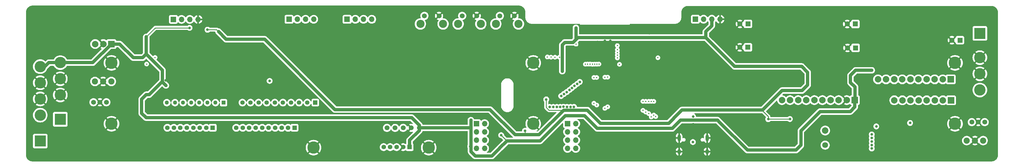
<source format=gbr>
%TF.GenerationSoftware,KiCad,Pcbnew,7.0.10*%
%TF.CreationDate,2024-02-02T23:20:54-05:00*%
%TF.ProjectId,ayab-esp32,61796162-2d65-4737-9033-322e6b696361,rev?*%
%TF.SameCoordinates,PX2be61f8PY9c01778*%
%TF.FileFunction,Copper,L2,Inr*%
%TF.FilePolarity,Positive*%
%FSLAX46Y46*%
G04 Gerber Fmt 4.6, Leading zero omitted, Abs format (unit mm)*
G04 Created by KiCad (PCBNEW 7.0.10) date 2024-02-02 23:20:54*
%MOMM*%
%LPD*%
G01*
G04 APERTURE LIST*
%TA.AperFunction,ComponentPad*%
%ADD10R,1.600000X1.600000*%
%TD*%
%TA.AperFunction,ComponentPad*%
%ADD11C,1.600000*%
%TD*%
%TA.AperFunction,ComponentPad*%
%ADD12R,2.000000X2.000000*%
%TD*%
%TA.AperFunction,ComponentPad*%
%ADD13C,2.000000*%
%TD*%
%TA.AperFunction,ComponentPad*%
%ADD14C,1.520000*%
%TD*%
%TA.AperFunction,ComponentPad*%
%ADD15C,2.500000*%
%TD*%
%TA.AperFunction,ComponentPad*%
%ADD16C,1.500000*%
%TD*%
%TA.AperFunction,ComponentPad*%
%ADD17R,1.400000X1.400000*%
%TD*%
%TA.AperFunction,ComponentPad*%
%ADD18C,1.400000*%
%TD*%
%TA.AperFunction,ComponentPad*%
%ADD19R,3.500000X3.500000*%
%TD*%
%TA.AperFunction,ComponentPad*%
%ADD20C,3.500000*%
%TD*%
%TA.AperFunction,ComponentPad*%
%ADD21C,1.800000*%
%TD*%
%TA.AperFunction,ComponentPad*%
%ADD22R,1.700000X1.700000*%
%TD*%
%TA.AperFunction,ComponentPad*%
%ADD23O,1.700000X1.700000*%
%TD*%
%TA.AperFunction,ComponentPad*%
%ADD24C,3.800000*%
%TD*%
%TA.AperFunction,ComponentPad*%
%ADD25O,1.000000X2.100000*%
%TD*%
%TA.AperFunction,ComponentPad*%
%ADD26O,1.000000X1.600000*%
%TD*%
%TA.AperFunction,ComponentPad*%
%ADD27R,1.350000X1.350000*%
%TD*%
%TA.AperFunction,ComponentPad*%
%ADD28C,1.350000*%
%TD*%
%TA.AperFunction,ComponentPad*%
%ADD29C,1.900000*%
%TD*%
%TA.AperFunction,ComponentPad*%
%ADD30R,1.275000X1.275000*%
%TD*%
%TA.AperFunction,ComponentPad*%
%ADD31C,1.275000*%
%TD*%
%TA.AperFunction,ViaPad*%
%ADD32C,0.450000*%
%TD*%
%TA.AperFunction,ViaPad*%
%ADD33C,0.800000*%
%TD*%
%TA.AperFunction,Conductor*%
%ADD34C,1.000000*%
%TD*%
%TA.AperFunction,Conductor*%
%ADD35C,0.250000*%
%TD*%
G04 APERTURE END LIST*
D10*
%TO.N,+5V*%
%TO.C,C609*%
X222258648Y41873864D03*
D11*
%TO.N,GND*%
X219758648Y41873864D03*
%TD*%
D12*
%TO.N,+5V*%
%TO.C,J405*%
X255238648Y18343864D03*
D13*
%TO.N,GND*%
X252738648Y18343864D03*
%TO.N,unconnected-(J405-Pin_3-Pad3)*%
X250238648Y18343864D03*
%TO.N,/BROTHER-CONNECTORS/ENC_V1*%
X247738648Y18343864D03*
%TO.N,/BROTHER-CONNECTORS/ENC_V2*%
X245238648Y18343864D03*
%TO.N,/BROTHER-CONNECTORS/ENC_BELTPHASE*%
X242738648Y18343864D03*
%TO.N,/BROTHER-CONNECTORS/EOL_R_S*%
X240238648Y18343864D03*
%TO.N,/BROTHER-CONNECTORS/EOL_R_N*%
X237738648Y18343864D03*
%TO.N,Net-(J405-Pin_9)*%
X235238648Y18343864D03*
%TO.N,Net-(J405-Pin_10)*%
X232738648Y18343864D03*
%TD*%
D14*
%TO.N,/ESP32/BOOT0*%
%TO.C,SW203*%
X145678648Y44353864D03*
%TO.N,GND*%
X150178648Y44353864D03*
D15*
%TO.N,N/C*%
X144428648Y41853864D03*
X151428648Y41853864D03*
%TD*%
D12*
%TO.N,/BROTHER-CONNECTORS/SOL_F*%
%TO.C,J404*%
X284918648Y18283864D03*
D13*
%TO.N,/BROTHER-CONNECTORS/SOL_E*%
X282418648Y18283864D03*
%TO.N,/BROTHER-CONNECTORS/SOL_D*%
X279918648Y18283864D03*
%TO.N,/BROTHER-CONNECTORS/SOL_C*%
X277418648Y18283864D03*
%TO.N,/BROTHER-CONNECTORS/SOL_B*%
X274918648Y18283864D03*
%TO.N,/BROTHER-CONNECTORS/SOL_A*%
X272418648Y18283864D03*
%TO.N,/BROTHER-CONNECTORS/SOL_9*%
X269918648Y18283864D03*
%TO.N,/BROTHER-CONNECTORS/SOL_8*%
X267418648Y18283864D03*
%TD*%
D16*
%TO.N,+5V*%
%TO.C,J412*%
X295327698Y11550054D03*
%TO.N,GND*%
X293327698Y11550054D03*
%TO.N,/BROTHER-CONNECTORS/EOL_R*%
X291327698Y11550054D03*
%TD*%
D17*
%TO.N,+5V*%
%TO.C,J413*%
X117808648Y3833864D03*
D18*
%TO.N,GND*%
X115808648Y3833864D03*
%TO.N,/BROTHER-CONNECTORS/ENC_V2*%
X113808648Y3833864D03*
%TO.N,/BROTHER-CONNECTORS/ENC_V1*%
X111808648Y3833864D03*
%TO.N,/BROTHER-CONNECTORS/ENC_BELTPHASE*%
X109808648Y3833864D03*
%TD*%
D19*
%TO.N,+12V*%
%TO.C,J603*%
X9998648Y12418864D03*
D20*
%TO.N,GND*%
X9998648Y19918864D03*
X9998648Y24918864D03*
%TO.N,+5V*%
X9998648Y29918864D03*
%TD*%
D21*
%TO.N,*%
%TO.C,J601*%
X246073648Y4449064D03*
D13*
X246073648Y8949064D03*
%TD*%
D22*
%TO.N,/ESP32/ENC_A*%
%TO.C,J701*%
X166556146Y11066464D03*
D23*
%TO.N,/ESP32/ENC_B*%
X169096146Y11066464D03*
%TO.N,/ESP32/ENC_BP*%
X166556146Y8526464D03*
%TO.N,/ESP32/EOL_L_P*%
X169096146Y8526464D03*
%TO.N,/ESP32/EOL_L_N*%
X166556146Y5986464D03*
%TO.N,/ESP32/EOL_R_P*%
X169096146Y5986464D03*
%TO.N,/ESP32/EOL_R_N*%
X166556146Y3446464D03*
%TO.N,Net-(J701-Pin_8)*%
X169096146Y3446464D03*
%TD*%
D24*
%TO.N,GND*%
%TO.C,H106*%
X286152698Y11025054D03*
%TD*%
D22*
%TO.N,/AUX-CONNECTORS/AYAB_RX*%
%TO.C,J801*%
X206018648Y43333864D03*
D23*
%TO.N,/AUX-CONNECTORS/AYAB_TX*%
X208558648Y43333864D03*
%TO.N,+3V3*%
X211098648Y43333864D03*
%TO.N,GND*%
X213638648Y43333864D03*
%TD*%
D19*
%TO.N,unconnected-(J602-Pin_1-Pad1)*%
%TO.C,J602*%
X3808648Y5693864D03*
D20*
%TO.N,+12V*%
X3808648Y13693864D03*
%TO.N,GND*%
X3808648Y18693864D03*
X3808648Y23693864D03*
%TO.N,+5V*%
X3808648Y28693864D03*
%TD*%
D16*
%TO.N,+5V*%
%TO.C,J410*%
X120828648Y9773864D03*
%TO.N,GND*%
X118328648Y9773864D03*
%TO.N,/BROTHER-CONNECTORS/ENC_V2*%
X115828648Y9773864D03*
%TO.N,/BROTHER-CONNECTORS/ENC_V1*%
X113328648Y9773864D03*
%TO.N,/BROTHER-CONNECTORS/ENC_BELTPHASE*%
X110828648Y9773864D03*
%TD*%
%TO.N,+5V*%
%TO.C,J411*%
X24229648Y17677864D03*
%TO.N,GND*%
X22229648Y17677864D03*
%TO.N,/BROTHER-CONNECTORS/EOL_L*%
X20229648Y17677864D03*
%TD*%
D24*
%TO.N,GND*%
%TO.C,H107*%
X123719698Y3659054D03*
%TD*%
%TO.N,GND*%
%TO.C,H104*%
X286152698Y29821054D03*
%TD*%
D22*
%TO.N,/BROTHER-CONNECTORS/ENC_V1*%
%TO.C,J702*%
X138428648Y11074798D03*
D23*
%TO.N,/BROTHER-CONNECTORS/ENC_V2*%
X140968648Y11074798D03*
%TO.N,/BROTHER-CONNECTORS/ENC_BELTPHASE*%
X138428648Y8534798D03*
%TO.N,/IO CONDITIONING/EOL_L_K*%
X140968648Y8534798D03*
%TO.N,/IO CONDITIONING/EOL_L_L*%
X138428648Y5994798D03*
%TO.N,/BROTHER-CONNECTORS/EOL_R_N*%
X140968648Y5994798D03*
%TO.N,/BROTHER-CONNECTORS/EOL_R_S*%
X138428648Y3454798D03*
%TO.N,Net-(J702-Pin_8)*%
X140968648Y3454798D03*
%TD*%
D10*
%TO.N,/PSU/3V3_SW*%
%TO.C,C613*%
X222228648Y34653864D03*
D11*
%TO.N,GND*%
X219728648Y34653864D03*
%TD*%
D12*
%TO.N,+5V*%
%TO.C,J408*%
X25768648Y35653864D03*
D13*
%TO.N,GND*%
X23268648Y35653864D03*
%TO.N,/BROTHER-CONNECTORS/EOL_L*%
X20768648Y35653864D03*
%TD*%
D17*
%TO.N,/BROTHER-CONNECTORS/SOL_F*%
%TO.C,J402*%
X57038648Y9798664D03*
D18*
%TO.N,/BROTHER-CONNECTORS/SOL_E*%
X55038648Y9798664D03*
%TO.N,/BROTHER-CONNECTORS/SOL_D*%
X53038648Y9798664D03*
%TO.N,/BROTHER-CONNECTORS/SOL_C*%
X51038648Y9798664D03*
%TO.N,/BROTHER-CONNECTORS/SOL_B*%
X49038648Y9798664D03*
%TO.N,/BROTHER-CONNECTORS/SOL_A*%
X47038648Y9798664D03*
%TO.N,/BROTHER-CONNECTORS/SOL_9*%
X45038648Y9798664D03*
%TO.N,/BROTHER-CONNECTORS/SOL_8*%
X43038648Y9798664D03*
%TD*%
D19*
%TO.N,+12V*%
%TO.C,J604*%
X293828648Y38953864D03*
D20*
%TO.N,GND*%
X293828648Y31453864D03*
X293828648Y26453864D03*
%TO.N,+5V*%
X293828648Y21453864D03*
%TD*%
D24*
%TO.N,GND*%
%TO.C,H102*%
X155977698Y29821054D03*
%TD*%
D14*
%TO.N,Net-(U201-SPIIO7{slash}GPIO36{slash}FSPICLK{slash}SUBSPICLK)*%
%TO.C,SW201*%
X122398648Y44353864D03*
%TO.N,GND*%
X126898648Y44353864D03*
D15*
%TO.N,N/C*%
X121148648Y41853864D03*
X128148648Y41853864D03*
%TD*%
D25*
%TO.N,GND*%
%TO.C,J501*%
X200998648Y6628864D03*
D26*
X200998648Y2448864D03*
D25*
X209638648Y6628864D03*
D26*
X209638648Y2448864D03*
%TD*%
D14*
%TO.N,/ESP32/nRST*%
%TO.C,SW202*%
X134038648Y44353864D03*
%TO.N,GND*%
X138538648Y44353864D03*
D15*
%TO.N,N/C*%
X132788648Y41853864D03*
X139788648Y41853864D03*
%TD*%
D22*
%TO.N,/ESP32/ESP14*%
%TO.C,J202*%
X80588648Y43283864D03*
D23*
%TO.N,/ESP32/ESP17*%
X83128648Y43283864D03*
%TO.N,/ESP32/ESP18*%
X85668648Y43283864D03*
%TO.N,/ESP32/ESP21*%
X88208648Y43283864D03*
%TD*%
D22*
%TO.N,/ESP32/ESP39*%
%TO.C,J201*%
X98518648Y43283864D03*
D23*
%TO.N,/ESP32/ESP40*%
X101058648Y43283864D03*
%TO.N,/ESP32/ESP41*%
X103598648Y43283864D03*
%TO.N,/ESP32/ESP42*%
X106138648Y43283864D03*
%TD*%
D17*
%TO.N,/BROTHER-CONNECTORS/SOL_7*%
%TO.C,J401*%
X82308648Y9798664D03*
D18*
%TO.N,/BROTHER-CONNECTORS/SOL_6*%
X80308648Y9798664D03*
%TO.N,/BROTHER-CONNECTORS/SOL_5*%
X78308648Y9798664D03*
%TO.N,/BROTHER-CONNECTORS/SOL_4*%
X76308648Y9798664D03*
%TO.N,/BROTHER-CONNECTORS/SOL_3*%
X74308648Y9798664D03*
%TO.N,/BROTHER-CONNECTORS/SOL_2*%
X72308648Y9798664D03*
%TO.N,/BROTHER-CONNECTORS/SOL_1*%
X70308648Y9798664D03*
%TO.N,/BROTHER-CONNECTORS/SOL_0*%
X68308648Y9798664D03*
%TO.N,+12V*%
X66308648Y9798664D03*
X64308648Y9798664D03*
%TD*%
D10*
%TO.N,+12V*%
%TO.C,C607*%
X287688648Y36843864D03*
D11*
%TO.N,GND*%
X285188648Y36843864D03*
%TD*%
D27*
%TO.N,/BROTHER-CONNECTORS/SOL_7*%
%TO.C,J406*%
X88711248Y17578864D03*
D28*
%TO.N,/BROTHER-CONNECTORS/SOL_6*%
X86211248Y17578864D03*
%TO.N,/BROTHER-CONNECTORS/SOL_5*%
X83711248Y17578864D03*
%TO.N,/BROTHER-CONNECTORS/SOL_4*%
X81211248Y17578864D03*
%TO.N,/BROTHER-CONNECTORS/SOL_3*%
X78711248Y17578864D03*
%TO.N,/BROTHER-CONNECTORS/SOL_2*%
X76211248Y17578864D03*
%TO.N,/BROTHER-CONNECTORS/SOL_1*%
X73711248Y17578864D03*
%TO.N,/BROTHER-CONNECTORS/SOL_0*%
X71211248Y17578864D03*
%TO.N,+12V*%
X68711248Y17578864D03*
X66211248Y17578864D03*
%TD*%
D24*
%TO.N,GND*%
%TO.C,H103*%
X155977698Y11025054D03*
%TD*%
D12*
%TO.N,/BROTHER-CONNECTORS/SOL_7*%
%TO.C,J403*%
X284878648Y24753864D03*
D13*
%TO.N,/BROTHER-CONNECTORS/SOL_6*%
X282378648Y24753864D03*
%TO.N,/BROTHER-CONNECTORS/SOL_5*%
X279878648Y24753864D03*
%TO.N,/BROTHER-CONNECTORS/SOL_4*%
X277378648Y24753864D03*
%TO.N,/BROTHER-CONNECTORS/SOL_3*%
X274878648Y24753864D03*
%TO.N,/BROTHER-CONNECTORS/SOL_2*%
X272378648Y24753864D03*
%TO.N,/BROTHER-CONNECTORS/SOL_1*%
X269878648Y24753864D03*
%TO.N,/BROTHER-CONNECTORS/SOL_0*%
X267378648Y24753864D03*
%TO.N,+12V*%
X264878648Y24753864D03*
X262378648Y24753864D03*
%TD*%
D29*
%TO.N,+5V*%
%TO.C,J409*%
X294853648Y5851364D03*
%TO.N,GND*%
X292313648Y5851364D03*
%TO.N,/BROTHER-CONNECTORS/EOL_R*%
X289773648Y5851364D03*
%TD*%
%TO.N,+5V*%
%TO.C,J414*%
X25768648Y24108864D03*
%TO.N,GND*%
X23228648Y24108864D03*
%TO.N,/BROTHER-CONNECTORS/EOL_L*%
X20688648Y24108864D03*
%TD*%
D10*
%TO.N,+12V*%
%TO.C,C606*%
X255396048Y41841664D03*
D11*
%TO.N,GND*%
X252896048Y41841664D03*
%TD*%
D24*
%TO.N,GND*%
%TO.C,H101*%
X25802698Y11025054D03*
%TD*%
%TO.N,GND*%
%TO.C,H105*%
X88159698Y3659054D03*
%TD*%
D22*
%TO.N,/AUX-CONNECTORS/MCP_SCL*%
%TO.C,J806*%
X44888648Y43273864D03*
D23*
%TO.N,/AUX-CONNECTORS/MCP_SDA*%
X47428648Y43273864D03*
%TO.N,/AUX-CONNECTORS/I2C_VBUS*%
X49968648Y43273864D03*
%TO.N,GND*%
X52508648Y43273864D03*
%TD*%
D10*
%TO.N,/PSU/5V_SW*%
%TO.C,C612*%
X255472248Y34450264D03*
D11*
%TO.N,GND*%
X252972248Y34450264D03*
%TD*%
D30*
%TO.N,/BROTHER-CONNECTORS/SOL_F*%
%TO.C,J407*%
X60394648Y17553464D03*
D31*
%TO.N,/BROTHER-CONNECTORS/SOL_E*%
X57894648Y17553464D03*
%TO.N,/BROTHER-CONNECTORS/SOL_D*%
X55394648Y17553464D03*
%TO.N,/BROTHER-CONNECTORS/SOL_C*%
X52894648Y17553464D03*
%TO.N,/BROTHER-CONNECTORS/SOL_B*%
X50394648Y17553464D03*
%TO.N,/BROTHER-CONNECTORS/SOL_A*%
X47894648Y17553464D03*
%TO.N,/BROTHER-CONNECTORS/SOL_9*%
X45394648Y17553464D03*
%TO.N,/BROTHER-CONNECTORS/SOL_8*%
X42894648Y17553464D03*
%TD*%
D24*
%TO.N,GND*%
%TO.C,H108*%
X25802698Y29821054D03*
%TD*%
D32*
%TO.N,/ESP32/USB_M*%
X178078648Y15803864D03*
X178078648Y25413864D03*
D33*
%TO.N,GND*%
X269868648Y30113864D03*
X247758648Y31503864D03*
X64538648Y38893864D03*
X178078648Y30933864D03*
X42538648Y21363864D03*
X224068648Y46563864D03*
X275373646Y44713864D03*
X101808648Y36653864D03*
X224188648Y12663864D03*
X298038648Y38833864D03*
X198558648Y26813864D03*
X211638648Y13723864D03*
X298008648Y42123864D03*
X59098648Y20043864D03*
X277475312Y44713864D03*
X264898648Y37273864D03*
X247758648Y36595296D03*
X247758648Y41686722D03*
X46508648Y28493864D03*
X268788648Y26473864D03*
X73478648Y28413864D03*
X93738648Y46453864D03*
X271170314Y44713864D03*
X281678648Y44713864D03*
X239561980Y44713864D03*
X129268648Y2433864D03*
X175768648Y36273864D03*
X233088648Y5793864D03*
X186688648Y26953864D03*
X179748648Y30953864D03*
X172438648Y39573864D03*
X202958648Y45823864D03*
X179743648Y36623864D03*
X269068648Y44713864D03*
X169538648Y26833864D03*
X243145312Y44713864D03*
X182141500Y39573864D03*
X198678648Y41323864D03*
X178907216Y39573864D03*
X176408648Y30903864D03*
X177290074Y39573864D03*
X247758648Y43383864D03*
X189378648Y27023864D03*
X259158648Y15563864D03*
X247758648Y33201012D03*
X64518648Y40193864D03*
X129568648Y12123864D03*
X59048648Y28363864D03*
X175672932Y39573864D03*
X243168648Y7523864D03*
X185028648Y5053864D03*
X241353646Y44713864D03*
X180524358Y39573864D03*
X235978648Y44713864D03*
X237770314Y44713864D03*
X265178648Y3423864D03*
X264608648Y18983864D03*
X191798648Y5013864D03*
X244936978Y44713864D03*
X60918648Y28393864D03*
X247758648Y34898154D03*
X248808648Y7473864D03*
X129548648Y7573864D03*
X246728648Y44713864D03*
X205318648Y10874364D03*
X247758648Y39989580D03*
D32*
X186868648Y29663864D03*
D33*
X183758648Y39573864D03*
X71608648Y28353864D03*
X71618648Y20043864D03*
X231998648Y37323864D03*
X42738648Y35193864D03*
X174055790Y39573864D03*
X250608648Y27773864D03*
X191788648Y41303864D03*
X273818648Y4933864D03*
X75108648Y46503864D03*
X48358648Y28493864D03*
X279576978Y44713864D03*
X267748648Y12983864D03*
X191788648Y35283864D03*
X247758648Y38292438D03*
X273271980Y44713864D03*
X45008648Y21313864D03*
X130148648Y5663864D03*
X215708648Y6443864D03*
X114208648Y46533864D03*
X178093648Y36643864D03*
X191788648Y38983864D03*
X42538648Y24473864D03*
X183418648Y35853864D03*
D32*
%TO.N,/ESP32/USB_P*%
X178938648Y25423864D03*
X178938648Y16273864D03*
D33*
%TO.N,+12V*%
X260458648Y7733864D03*
X260458648Y6651364D03*
X260458648Y5568864D03*
X260458648Y3403864D03*
X260458648Y4486364D03*
X74608648Y24263864D03*
%TO.N,+5V*%
X36548648Y20023864D03*
X261858648Y10213864D03*
X272288648Y11283864D03*
X136788648Y5673864D03*
X136778648Y7283864D03*
X136738648Y12143864D03*
X136529148Y4055407D03*
X136778648Y2423864D03*
X49888648Y40653864D03*
X36538648Y37873864D03*
X35428648Y31453864D03*
X237078648Y2923864D03*
X256138648Y27543864D03*
X257578648Y27543864D03*
X136738648Y8903864D03*
X259018648Y27543864D03*
X42608648Y22873864D03*
X146078648Y7523864D03*
X136738648Y10533864D03*
X213378648Y11613864D03*
X260458648Y27543864D03*
%TO.N,+3V3*%
X233046148Y28733864D03*
X234218648Y28733864D03*
X235188648Y12493864D03*
X235391148Y28733864D03*
X236563648Y28733864D03*
X169148648Y40643864D03*
X159978648Y18543864D03*
X58828648Y39493864D03*
X153443648Y8888864D03*
X169148648Y38723864D03*
X199308648Y12743864D03*
X55438648Y40073864D03*
X164893590Y29258922D03*
X237736148Y28733864D03*
X164948648Y35403864D03*
X164888648Y30933864D03*
X73068648Y37143864D03*
X164918648Y27273864D03*
X169148648Y37023864D03*
X228498648Y12473864D03*
%TO.N,/USB/USB_VBUS*%
X205318648Y13273864D03*
X205258648Y5393864D03*
D32*
%TO.N,/ESP32/BUZZER*%
X194448648Y31443864D03*
X193778648Y13273864D03*
%TO.N,/ESP32/BOOT0*%
X169178648Y35633864D03*
%TO.N,/ESP32/EOL_L_P*%
X173518648Y29453864D03*
%TO.N,/ESP32/EOL_L_N*%
X172768648Y29453864D03*
%TO.N,/ESP32/EOL_R_P*%
X160328648Y31653864D03*
%TO.N,/ESP32/EOL_R_N*%
X161458648Y31613864D03*
%TO.N,/ESP32/ENC_A*%
X162699387Y31585826D03*
%TO.N,/ESP32/ENC_B*%
X172068648Y29443864D03*
%TO.N,/ESP32/ENC_BP*%
X164068648Y31593864D03*
%TO.N,/ESP32/nRST*%
X181948648Y35173864D03*
%TO.N,Net-(U201-SPIIO7{slash}GPIO36{slash}FSPICLK{slash}SUBSPICLK)*%
X182588648Y29383864D03*
D33*
%TO.N,/BROTHER-CONNECTORS/SOL_7*%
X164588648Y19603864D03*
%TO.N,/BROTHER-CONNECTORS/SOL_6*%
X165421830Y20228864D03*
%TO.N,/BROTHER-CONNECTORS/SOL_5*%
X166308740Y20828864D03*
%TO.N,/BROTHER-CONNECTORS/SOL_4*%
X167144936Y21458864D03*
%TO.N,/BROTHER-CONNECTORS/SOL_3*%
X167898059Y22083864D03*
%TO.N,/BROTHER-CONNECTORS/SOL_2*%
X168670023Y22708864D03*
%TO.N,/BROTHER-CONNECTORS/SOL_1*%
X169534575Y23333864D03*
%TO.N,/BROTHER-CONNECTORS/SOL_0*%
X170346708Y23958864D03*
%TO.N,/BROTHER-CONNECTORS/SOL_F*%
X168538648Y16253864D03*
%TO.N,/BROTHER-CONNECTORS/SOL_E*%
X167488648Y16253864D03*
%TO.N,/BROTHER-CONNECTORS/SOL_D*%
X166378648Y16253864D03*
%TO.N,/BROTHER-CONNECTORS/SOL_C*%
X165288648Y16273864D03*
%TO.N,/BROTHER-CONNECTORS/SOL_B*%
X164268648Y16243864D03*
%TO.N,/BROTHER-CONNECTORS/SOL_A*%
X163248648Y16243864D03*
%TO.N,/BROTHER-CONNECTORS/SOL_9*%
X162168648Y16243864D03*
%TO.N,/BROTHER-CONNECTORS/SOL_8*%
X161058648Y16243864D03*
D32*
%TO.N,/BROTHER-CONNECTORS/EOL_L*%
X39236448Y31505864D03*
X36658648Y29473864D03*
%TO.N,/BROTHER-CONNECTORS/ENC_V2*%
X190698648Y17943864D03*
X190688648Y14653864D03*
%TO.N,/BROTHER-CONNECTORS/ENC_V1*%
X189838648Y17943864D03*
X189838648Y15173864D03*
%TO.N,/BROTHER-CONNECTORS/ENC_BELTPHASE*%
X191628648Y17933864D03*
X191628648Y14193864D03*
%TO.N,/BROTHER-CONNECTORS/EOL_R_N*%
X193188648Y13723864D03*
X193188648Y17933864D03*
%TO.N,/BROTHER-CONNECTORS/EOL_R_S*%
X192418648Y17953864D03*
X192398648Y13163864D03*
%TO.N,/AUX-CONNECTORS/I2C_SCL*%
X175578648Y25323864D03*
X175578648Y16813864D03*
%TO.N,/AUX-CONNECTORS/I2C_SDA*%
X174698648Y25323864D03*
X174698648Y17363864D03*
%TO.N,/ESP32/ESP39*%
X181948648Y31363864D03*
%TO.N,/ESP32/ESP40*%
X181938648Y32243864D03*
%TO.N,/ESP32/ESP41*%
X181948648Y33033864D03*
%TO.N,/ESP32/ESP42*%
X181948648Y33903864D03*
%TO.N,/ESP32/ESP14*%
X174258648Y29423864D03*
%TO.N,/ESP32/ESP17*%
X174938648Y29433864D03*
%TO.N,/ESP32/ESP18*%
X175638648Y29443864D03*
%TO.N,/ESP32/ESP21*%
X176268648Y29463864D03*
%TD*%
D34*
%TO.N,+5V*%
X25768648Y35653864D02*
X20018648Y29903864D01*
X255298648Y18403864D02*
X255238648Y18343864D01*
X41328648Y23943864D02*
X37408648Y20023864D01*
X120828648Y9773864D02*
X120843648Y9758864D01*
X175728648Y9613864D02*
X171828648Y13513864D01*
X28319648Y35653864D02*
X25768648Y35653864D01*
X41538648Y23943864D02*
X42608648Y22873864D01*
X165898648Y13513864D02*
X158138648Y5753864D01*
X255238648Y16233864D02*
X255238648Y18343864D01*
X198888648Y9613864D02*
X175728648Y9613864D01*
D35*
X49888648Y40653864D02*
X39318648Y40653864D01*
D34*
X260458648Y27543864D02*
X255488648Y27543864D01*
X32519648Y31453864D02*
X28319648Y35653864D01*
X120843648Y9758864D02*
X136703648Y9758864D01*
D35*
X147848648Y5753864D02*
X147858648Y5753864D01*
D34*
X6498648Y29903864D02*
X5228648Y28633864D01*
X41538648Y23943864D02*
X41328648Y23943864D01*
X120828648Y9773864D02*
X120828648Y10548864D01*
X36538648Y37873864D02*
X36538648Y32563864D01*
X255298648Y22383864D02*
X255298648Y18403864D01*
X213378648Y11613864D02*
X212838648Y12153864D01*
X158138648Y5753864D02*
X147858648Y5753864D01*
X212838648Y12153864D02*
X201428648Y12153864D01*
X222068648Y2923864D02*
X237078648Y2923864D01*
X37408648Y20023864D02*
X36548648Y20023864D01*
D35*
X39318648Y40653864D02*
X36538648Y37873864D01*
D34*
X117808648Y3833864D02*
X117808648Y5948864D01*
X201428648Y12153864D02*
X198888648Y9613864D01*
X35118648Y14303864D02*
X35118648Y18593864D01*
X213378648Y11613864D02*
X222068648Y2923864D01*
X136778648Y12103864D02*
X136738648Y12143864D01*
X171828648Y13513864D02*
X165898648Y13513864D01*
X120828648Y10548864D02*
X118433648Y12943864D01*
X136778648Y2423864D02*
X136778648Y9833864D01*
X35118648Y18593864D02*
X36548648Y20023864D01*
X41538648Y27563864D02*
X41538648Y23943864D01*
X255488648Y27543864D02*
X253888648Y25943864D01*
X253888648Y23793864D02*
X255298648Y22383864D01*
X244518648Y14813864D02*
X253818648Y14813864D01*
X36538648Y32563864D02*
X41538648Y27563864D01*
X138098648Y1103864D02*
X136778648Y2423864D01*
X238578648Y4423864D02*
X238578648Y8873864D01*
X237078648Y2923864D02*
X238578648Y4423864D01*
X35428648Y31453864D02*
X32519648Y31453864D01*
X118433648Y12943864D02*
X36478648Y12943864D01*
X5228648Y28633864D02*
X3868648Y28633864D01*
X20018648Y29903864D02*
X6498648Y29903864D01*
X143218648Y1103864D02*
X138098648Y1103864D01*
X36538648Y32563864D02*
X35428648Y31453864D01*
X120828648Y8968864D02*
X120828648Y9773864D01*
X147858648Y5753864D02*
X145598648Y3493864D01*
X117808648Y5948864D02*
X120828648Y8968864D01*
X136778648Y9833864D02*
X136778648Y12103864D01*
X145598648Y3493864D02*
X145598648Y3483864D01*
X36478648Y12943864D02*
X35118648Y14303864D01*
D35*
X146078648Y7523864D02*
X147848648Y5753864D01*
D34*
X253818648Y14813864D02*
X255238648Y16233864D01*
X145598648Y3483864D02*
X143218648Y1103864D01*
X238578648Y8873864D02*
X244518648Y14813864D01*
X253888648Y25943864D02*
X253888648Y23793864D01*
X136703648Y9758864D02*
X136778648Y9833864D01*
X3868648Y28633864D02*
X3808648Y28693864D01*
%TO.N,+3V3*%
X169148648Y37023864D02*
X169148648Y38723864D01*
X169148648Y38723864D02*
X169148648Y40643864D01*
X238938648Y21293864D02*
X232748648Y21293864D01*
X233046148Y28733864D02*
X218158648Y28733864D01*
X165708648Y36163864D02*
X168288648Y36163864D01*
X169768648Y37643864D02*
X209248648Y37643864D01*
D35*
X228518648Y12493864D02*
X228498648Y12473864D01*
D34*
X199308648Y12703864D02*
X199308648Y12743864D01*
X240688648Y23043864D02*
X238938648Y21293864D01*
D35*
X55468648Y40103864D02*
X58218648Y40103864D01*
D34*
X209248648Y39473864D02*
X211098648Y41323864D01*
D35*
X55438648Y40073864D02*
X55468648Y40103864D01*
X58218648Y40103864D02*
X58828648Y39493864D01*
D34*
X209248648Y37643864D02*
X209248648Y39473864D01*
D35*
X159978648Y18543864D02*
X159978648Y16103864D01*
X235188648Y12493864D02*
X228518648Y12493864D01*
D34*
X176758648Y11163864D02*
X197768648Y11163864D01*
X150378648Y7653864D02*
X142608648Y15423864D01*
X172668648Y15253864D02*
X176758648Y11163864D01*
X211098648Y41323864D02*
X211098648Y43333864D01*
D35*
X153443648Y7678864D02*
X153468648Y7653864D01*
D34*
X201848648Y15283864D02*
X199308648Y12743864D01*
X209248648Y37643864D02*
X218158648Y28733864D01*
X238868648Y28733864D02*
X240688648Y26913864D01*
X226738648Y15283864D02*
X201848648Y15283864D01*
X58828648Y39493864D02*
X61168648Y37153864D01*
X142608648Y15423864D02*
X94788648Y15423864D01*
X153468648Y7653864D02*
X150378648Y7653864D01*
X168288648Y36163864D02*
X169148648Y37023864D01*
X169148648Y37023864D02*
X169768648Y37643864D01*
X197768648Y11163864D02*
X199308648Y12703864D01*
X233046148Y28733864D02*
X237736148Y28733864D01*
X240688648Y26913864D02*
X240688648Y23043864D01*
D35*
X228498648Y12473864D02*
X228498648Y13303864D01*
D34*
X232748648Y21293864D02*
X226738648Y15283864D01*
X164948648Y27303864D02*
X164918648Y27273864D01*
X73058648Y37153864D02*
X73068648Y37143864D01*
D35*
X228498648Y13303864D02*
X226738648Y15063864D01*
D34*
X61168648Y37153864D02*
X73058648Y37153864D01*
X165378648Y15253864D02*
X172668648Y15253864D01*
X164948648Y35403864D02*
X165708648Y36163864D01*
X164948648Y35403864D02*
X164948648Y27303864D01*
X94788648Y15423864D02*
X73068648Y37143864D01*
D35*
X153443648Y8888864D02*
X153443648Y7678864D01*
X159978648Y16103864D02*
X160828648Y15253864D01*
X226738648Y15063864D02*
X226738648Y15283864D01*
D34*
X157778648Y7653864D02*
X153468648Y7653864D01*
D35*
X160828648Y15253864D02*
X165378648Y15253864D01*
D34*
X237736148Y28733864D02*
X238868648Y28733864D01*
X157778648Y7653864D02*
X165378648Y15253864D01*
%TD*%
%TA.AperFunction,Conductor*%
%TO.N,GND*%
G36*
X231173366Y18201149D02*
G01*
X231229299Y18159277D01*
X231251458Y18100891D01*
X231252697Y18101097D01*
X231253540Y18096040D01*
X231314584Y17854983D01*
X231414474Y17627258D01*
X231550481Y17419082D01*
X231562248Y17406300D01*
X231718904Y17236126D01*
X231915139Y17083390D01*
X231915141Y17083389D01*
X232132980Y16965500D01*
X232133838Y16965036D01*
X232308609Y16905037D01*
X232367612Y16884781D01*
X232369034Y16884293D01*
X232614313Y16843364D01*
X232862983Y16843364D01*
X233108262Y16884293D01*
X233343458Y16965036D01*
X233562157Y17083390D01*
X233758392Y17236126D01*
X233897420Y17387152D01*
X233957305Y17423140D01*
X234027143Y17421040D01*
X234079874Y17387153D01*
X234218904Y17236126D01*
X234415139Y17083390D01*
X234415141Y17083389D01*
X234632980Y16965500D01*
X234633838Y16965036D01*
X234808609Y16905037D01*
X234867612Y16884781D01*
X234869034Y16884293D01*
X235114313Y16843364D01*
X235362983Y16843364D01*
X235608262Y16884293D01*
X235843458Y16965036D01*
X236062157Y17083390D01*
X236258392Y17236126D01*
X236397420Y17387152D01*
X236457305Y17423140D01*
X236527143Y17421040D01*
X236579874Y17387153D01*
X236718904Y17236126D01*
X236915139Y17083390D01*
X236915141Y17083389D01*
X237132980Y16965500D01*
X237133838Y16965036D01*
X237308609Y16905037D01*
X237367612Y16884781D01*
X237369034Y16884293D01*
X237614313Y16843364D01*
X237862983Y16843364D01*
X238108262Y16884293D01*
X238343458Y16965036D01*
X238562157Y17083390D01*
X238758392Y17236126D01*
X238897420Y17387152D01*
X238957305Y17423140D01*
X239027143Y17421040D01*
X239079874Y17387153D01*
X239218904Y17236126D01*
X239415139Y17083390D01*
X239415141Y17083389D01*
X239632980Y16965500D01*
X239633838Y16965036D01*
X239808609Y16905037D01*
X239867612Y16884781D01*
X239869034Y16884293D01*
X240114313Y16843364D01*
X240362983Y16843364D01*
X240608262Y16884293D01*
X240843458Y16965036D01*
X241062157Y17083390D01*
X241258392Y17236126D01*
X241397420Y17387152D01*
X241457305Y17423140D01*
X241527143Y17421040D01*
X241579874Y17387153D01*
X241718904Y17236126D01*
X241915139Y17083390D01*
X241915141Y17083389D01*
X242132980Y16965500D01*
X242133838Y16965036D01*
X242308609Y16905037D01*
X242367612Y16884781D01*
X242369034Y16884293D01*
X242614313Y16843364D01*
X242862983Y16843364D01*
X243108262Y16884293D01*
X243343458Y16965036D01*
X243562157Y17083390D01*
X243758392Y17236126D01*
X243897420Y17387152D01*
X243957305Y17423140D01*
X244027143Y17421040D01*
X244079874Y17387153D01*
X244218904Y17236126D01*
X244415139Y17083390D01*
X244415141Y17083389D01*
X244632980Y16965500D01*
X244633838Y16965036D01*
X244808609Y16905037D01*
X244867612Y16884781D01*
X244869034Y16884293D01*
X245114313Y16843364D01*
X245362983Y16843364D01*
X245608262Y16884293D01*
X245843458Y16965036D01*
X246062157Y17083390D01*
X246258392Y17236126D01*
X246397420Y17387152D01*
X246457305Y17423140D01*
X246527143Y17421040D01*
X246579874Y17387153D01*
X246718904Y17236126D01*
X246915139Y17083390D01*
X246915141Y17083389D01*
X247132980Y16965500D01*
X247133838Y16965036D01*
X247308609Y16905037D01*
X247367612Y16884781D01*
X247369034Y16884293D01*
X247614313Y16843364D01*
X247862983Y16843364D01*
X248108262Y16884293D01*
X248343458Y16965036D01*
X248562157Y17083390D01*
X248758392Y17236126D01*
X248897420Y17387152D01*
X248957305Y17423140D01*
X249027143Y17421040D01*
X249079874Y17387153D01*
X249218904Y17236126D01*
X249415139Y17083390D01*
X249415141Y17083389D01*
X249632980Y16965500D01*
X249633838Y16965036D01*
X249808609Y16905037D01*
X249867612Y16884781D01*
X249869034Y16884293D01*
X250114313Y16843364D01*
X250362983Y16843364D01*
X250608262Y16884293D01*
X250843458Y16965036D01*
X251062157Y17083390D01*
X251258392Y17236126D01*
X251426812Y17419079D01*
X251426817Y17419087D01*
X251429959Y17423123D01*
X251431698Y17421770D01*
X251477743Y17461100D01*
X251507026Y17465795D01*
X252212718Y18171488D01*
X252215532Y18157949D01*
X252285090Y18023708D01*
X252388286Y17913212D01*
X252517467Y17834655D01*
X252568649Y17820315D01*
X251868590Y17120255D01*
X251915416Y17083809D01*
X251915418Y17083808D01*
X252134033Y16965500D01*
X252134044Y16965495D01*
X252369154Y16884781D01*
X252614355Y16843864D01*
X252862941Y16843864D01*
X253108141Y16884781D01*
X253343251Y16965495D01*
X253343262Y16965500D01*
X253561878Y17083808D01*
X253561884Y17083813D01*
X253617755Y17127299D01*
X253682749Y17152943D01*
X253751289Y17139377D01*
X253793185Y17103759D01*
X253842403Y17038013D01*
X253881035Y16986407D01*
X253881103Y16986317D01*
X253996312Y16900071D01*
X253996319Y16900067D01*
X254131165Y16849773D01*
X254138710Y16847990D01*
X254138171Y16845713D01*
X254191935Y16823456D01*
X254231795Y16766071D01*
X254238148Y16726889D01*
X254238148Y16699647D01*
X254218463Y16632608D01*
X254201829Y16611966D01*
X253440547Y15850683D01*
X253379224Y15817198D01*
X253352866Y15814364D01*
X244532926Y15814364D01*
X244529786Y15814404D01*
X244493302Y15815329D01*
X244442285Y15816621D01*
X244442284Y15816621D01*
X244442275Y15816621D01*
X244384220Y15806215D01*
X244374891Y15804906D01*
X244316210Y15798939D01*
X244287180Y15789831D01*
X244271942Y15786091D01*
X244241997Y15780724D01*
X244241995Y15780723D01*
X244187202Y15758838D01*
X244178333Y15755681D01*
X244122065Y15738026D01*
X244122054Y15738021D01*
X244095462Y15723262D01*
X244081293Y15716532D01*
X244053028Y15705241D01*
X244053021Y15705237D01*
X244003770Y15672778D01*
X243995714Y15667897D01*
X243944150Y15639276D01*
X243944147Y15639274D01*
X243921053Y15619450D01*
X243908531Y15610009D01*
X243883130Y15593266D01*
X243883123Y15593261D01*
X243841429Y15551567D01*
X243834522Y15545166D01*
X243789754Y15506732D01*
X243789753Y15506731D01*
X243771128Y15482670D01*
X243760755Y15470893D01*
X237881294Y9591432D01*
X237879046Y9589240D01*
X237828275Y9540976D01*
X237815594Y9528922D01*
X237781893Y9480503D01*
X237776222Y9472982D01*
X237738950Y9427272D01*
X237738946Y9427266D01*
X237724857Y9400296D01*
X237716730Y9386881D01*
X237699350Y9361909D01*
X237676086Y9307699D01*
X237672046Y9299192D01*
X237644738Y9246913D01*
X237644738Y9246912D01*
X237636368Y9217663D01*
X237631107Y9202885D01*
X237619107Y9174921D01*
X237607236Y9117153D01*
X237604990Y9108004D01*
X237588761Y9051287D01*
X237586450Y9020938D01*
X237584270Y9005398D01*
X237578148Y8975606D01*
X237578148Y8916624D01*
X237577790Y8907208D01*
X237573310Y8848390D01*
X237576125Y8826288D01*
X237576323Y8824734D01*
X237577154Y8818215D01*
X237578148Y8802547D01*
X237578148Y4889647D01*
X237558463Y4822608D01*
X237541829Y4801966D01*
X236700547Y3960683D01*
X236639224Y3927198D01*
X236612866Y3924364D01*
X222534430Y3924364D01*
X222467391Y3944049D01*
X222446749Y3960683D01*
X214165120Y12242312D01*
X214165118Y12242315D01*
X213556213Y12851220D01*
X213554020Y12853469D01*
X213493712Y12916913D01*
X213493708Y12916916D01*
X213493707Y12916917D01*
X213445288Y12950618D01*
X213437768Y12956289D01*
X213392061Y12993559D01*
X213392054Y12993563D01*
X213365089Y13007648D01*
X213351674Y13015775D01*
X213326697Y13033159D01*
X213326694Y13033161D01*
X213326693Y13033161D01*
X213326689Y13033163D01*
X213272493Y13056421D01*
X213263984Y13060462D01*
X213211705Y13087770D01*
X213211694Y13087774D01*
X213182454Y13096141D01*
X213167669Y13101405D01*
X213139706Y13113405D01*
X213081921Y13125281D01*
X213072775Y13127526D01*
X213016071Y13143751D01*
X212992347Y13145558D01*
X212985720Y13146063D01*
X212970181Y13148242D01*
X212965509Y13149202D01*
X212961532Y13150020D01*
X212940390Y13154364D01*
X212940389Y13154364D01*
X212881407Y13154364D01*
X212871992Y13154722D01*
X212869291Y13154928D01*
X212813172Y13159202D01*
X212782997Y13155358D01*
X212767330Y13154364D01*
X206348108Y13154364D01*
X206281069Y13174049D01*
X206235314Y13226853D01*
X206226454Y13267577D01*
X206224787Y13267401D01*
X206224108Y13273864D01*
X206204322Y13462120D01*
X206145827Y13642148D01*
X206051181Y13806080D01*
X205924519Y13946752D01*
X205924518Y13946753D01*
X205769960Y14059046D01*
X205727294Y14114376D01*
X205721315Y14183989D01*
X205753921Y14245784D01*
X205814759Y14280141D01*
X205842845Y14283364D01*
X226583196Y14283364D01*
X226650235Y14263679D01*
X226670877Y14247045D01*
X227752550Y13165371D01*
X227786035Y13104048D01*
X227781051Y13034356D01*
X227769006Y13011915D01*
X227769364Y13011708D01*
X227671469Y12842149D01*
X227671466Y12842142D01*
X227618251Y12678362D01*
X227612974Y12662120D01*
X227593188Y12473864D01*
X227612974Y12285608D01*
X227612975Y12285605D01*
X227671466Y12105587D01*
X227671469Y12105580D01*
X227766115Y11941648D01*
X227871341Y11824783D01*
X227892777Y11800976D01*
X228045913Y11689716D01*
X228045918Y11689713D01*
X228218840Y11612722D01*
X228218845Y11612720D01*
X228404002Y11573364D01*
X228404003Y11573364D01*
X228593292Y11573364D01*
X228593294Y11573364D01*
X228778451Y11612720D01*
X228951378Y11689713D01*
X229104519Y11800976D01*
X229128255Y11827337D01*
X229187742Y11863985D01*
X229220404Y11868364D01*
X234484900Y11868364D01*
X234551939Y11848679D01*
X234577048Y11827338D01*
X234582774Y11820979D01*
X234582778Y11820975D01*
X234735913Y11709716D01*
X234735918Y11709713D01*
X234908840Y11632722D01*
X234908845Y11632720D01*
X235094002Y11593364D01*
X235094003Y11593364D01*
X235283292Y11593364D01*
X235283294Y11593364D01*
X235468451Y11632720D01*
X235641378Y11709713D01*
X235794519Y11820976D01*
X235921181Y11961648D01*
X236015827Y12125580D01*
X236074322Y12305608D01*
X236094108Y12493864D01*
X236074322Y12682120D01*
X236015827Y12862148D01*
X235921181Y13026080D01*
X235794519Y13166752D01*
X235794518Y13166753D01*
X235641382Y13278013D01*
X235641377Y13278016D01*
X235468455Y13355007D01*
X235468450Y13355009D01*
X235316975Y13387205D01*
X235283294Y13394364D01*
X235094002Y13394364D01*
X235061545Y13387466D01*
X234908845Y13355009D01*
X234908840Y13355007D01*
X234735918Y13278016D01*
X234735913Y13278013D01*
X234582778Y13166754D01*
X234582774Y13166750D01*
X234577048Y13160390D01*
X234517561Y13123743D01*
X234484900Y13119364D01*
X229250419Y13119364D01*
X229183380Y13139049D01*
X229137625Y13191853D01*
X229126480Y13239469D01*
X229124209Y13311738D01*
X229124148Y13315633D01*
X229124148Y13343210D01*
X229124147Y13343218D01*
X229123645Y13347195D01*
X229122728Y13358844D01*
X229122624Y13362152D01*
X229121357Y13402491D01*
X229115770Y13421720D01*
X229111822Y13440780D01*
X229109488Y13459260D01*
X229109312Y13460656D01*
X229109311Y13460658D01*
X229109311Y13460660D01*
X229093236Y13501260D01*
X229089452Y13512312D01*
X229077266Y13554255D01*
X229077264Y13554258D01*
X229067071Y13571493D01*
X229058509Y13588970D01*
X229051135Y13607595D01*
X229026706Y13641218D01*
X229025459Y13642934D01*
X229019053Y13652687D01*
X228996818Y13690284D01*
X228996816Y13690286D01*
X228996813Y13690290D01*
X228982654Y13704449D01*
X228970016Y13719245D01*
X228962879Y13729068D01*
X228958242Y13735451D01*
X228948743Y13743309D01*
X228924588Y13763292D01*
X228915947Y13771155D01*
X227866084Y14821018D01*
X227832599Y14882341D01*
X227837583Y14952033D01*
X227866084Y14996380D01*
X229451905Y16582201D01*
X231042353Y18172650D01*
X231103674Y18206133D01*
X231173366Y18201149D01*
G37*
%TD.AperFunction*%
%TA.AperFunction,Conductor*%
G36*
X151545363Y47520013D02*
G01*
X151623001Y47514926D01*
X151803238Y47502010D01*
X151818540Y47499948D01*
X151927375Y47478301D01*
X151929414Y47477876D01*
X152071924Y47446877D01*
X152085374Y47443145D01*
X152197715Y47405012D01*
X152201107Y47403803D01*
X152330518Y47355537D01*
X152342006Y47350578D01*
X152451062Y47296799D01*
X152455622Y47294430D01*
X152574230Y47229667D01*
X152583661Y47223958D01*
X152685937Y47155621D01*
X152691354Y47151788D01*
X152798479Y47071597D01*
X152805906Y47065576D01*
X152870095Y47009285D01*
X152898832Y46984084D01*
X152904754Y46978537D01*
X152999093Y46884200D01*
X153004640Y46878278D01*
X153084369Y46787366D01*
X153086115Y46785376D01*
X153092155Y46777927D01*
X153172343Y46670809D01*
X153176177Y46665390D01*
X153244513Y46563121D01*
X153250233Y46553675D01*
X153315002Y46435062D01*
X153317363Y46430515D01*
X153371137Y46321473D01*
X153376106Y46309964D01*
X153424367Y46180577D01*
X153425605Y46177101D01*
X153463703Y46064869D01*
X153467450Y46051370D01*
X153498445Y45908898D01*
X153498896Y45906730D01*
X153520517Y45798039D01*
X153522584Y45782694D01*
X153535826Y45597570D01*
X153535876Y45596834D01*
X153540553Y45525485D01*
X153540819Y45517374D01*
X153540819Y43956098D01*
X153540803Y43956044D01*
X153540805Y43773606D01*
X153540806Y43773596D01*
X153575040Y43513602D01*
X153642914Y43260311D01*
X153642916Y43260306D01*
X153642917Y43260303D01*
X153743274Y43018027D01*
X153874396Y42790922D01*
X153874398Y42790919D01*
X154034032Y42582883D01*
X154034040Y42582874D01*
X154219464Y42397450D01*
X154219471Y42397444D01*
X154367609Y42283774D01*
X154427519Y42237804D01*
X154654624Y42106684D01*
X154896901Y42006328D01*
X155150204Y41938453D01*
X155410199Y41904221D01*
X155516553Y41904221D01*
X155516557Y41904220D01*
X155541220Y41904220D01*
X155541319Y41904220D01*
X155541819Y41904220D01*
X170269648Y41904220D01*
X170336687Y41884535D01*
X170382442Y41831731D01*
X170393648Y41780220D01*
X170393648Y41608864D01*
X185793648Y41608864D01*
X185793648Y41780220D01*
X185813333Y41847259D01*
X185866137Y41893014D01*
X185917648Y41904220D01*
X199690653Y41904220D01*
X199691103Y41904264D01*
X199809767Y41904264D01*
X199861764Y41911110D01*
X200069758Y41938492D01*
X200323059Y42006363D01*
X200323071Y42006369D01*
X200323074Y42006369D01*
X200500134Y42079709D01*
X200565333Y42106715D01*
X200792437Y42237831D01*
X200797257Y42241529D01*
X200857808Y42287991D01*
X201000484Y42397468D01*
X201185915Y42582895D01*
X201345556Y42790938D01*
X201411397Y42904975D01*
X201476672Y43018030D01*
X201476672Y43018032D01*
X201476677Y43018039D01*
X201577035Y43260312D01*
X201577035Y43260315D01*
X201577037Y43260317D01*
X201644910Y43513606D01*
X201651712Y43565258D01*
X201679145Y43773602D01*
X201679148Y43904720D01*
X201679148Y43905220D01*
X201679148Y45418954D01*
X201679414Y45427065D01*
X201680895Y45449661D01*
X201684785Y45508993D01*
X201697297Y45684259D01*
X201699359Y45699578D01*
X201722100Y45813893D01*
X201722493Y45815778D01*
X201752317Y45952864D01*
X201756056Y45966336D01*
X201795382Y46082178D01*
X201796558Y46085481D01*
X201843533Y46211420D01*
X201848491Y46222899D01*
X201903591Y46334627D01*
X201905926Y46339123D01*
X201969245Y46455080D01*
X201974944Y46464492D01*
X202044762Y46568980D01*
X202048530Y46574305D01*
X202127125Y46679292D01*
X202133132Y46686702D01*
X202216259Y46781487D01*
X202221765Y46787366D01*
X202314283Y46879882D01*
X202320153Y46885380D01*
X202414953Y46968515D01*
X202422344Y46974508D01*
X202527316Y47053088D01*
X202532678Y47056882D01*
X202637156Y47126690D01*
X202646567Y47132389D01*
X202762525Y47195705D01*
X202767067Y47198062D01*
X202769823Y47199421D01*
X202878754Y47253140D01*
X202890229Y47258095D01*
X203016213Y47305083D01*
X203019486Y47306249D01*
X203135326Y47345571D01*
X203148768Y47349302D01*
X203285880Y47379128D01*
X203287714Y47379511D01*
X203402109Y47402264D01*
X203417411Y47404325D01*
X203587471Y47416488D01*
X203675280Y47422244D01*
X203683381Y47422508D01*
X297410151Y47422508D01*
X297418258Y47422243D01*
X297494132Y47417272D01*
X297494311Y47417259D01*
X297676412Y47404188D01*
X297691673Y47402131D01*
X297798421Y47380900D01*
X297800317Y47380505D01*
X297945127Y47349006D01*
X297958572Y47345275D01*
X298069430Y47307646D01*
X298072888Y47306414D01*
X298089308Y47300290D01*
X298203742Y47257611D01*
X298215232Y47252650D01*
X298323200Y47199409D01*
X298327736Y47197054D01*
X298447466Y47131679D01*
X298456900Y47125967D01*
X298558309Y47058211D01*
X298563708Y47054390D01*
X298671713Y46973542D01*
X298679158Y46967507D01*
X298721579Y46930306D01*
X298771327Y46886680D01*
X298777249Y46881133D01*
X298872366Y46786020D01*
X298877913Y46780098D01*
X298958729Y46687949D01*
X298964766Y46680504D01*
X298986688Y46651221D01*
X299045620Y46572499D01*
X299049455Y46567080D01*
X299117205Y46465690D01*
X299122935Y46456226D01*
X299188281Y46336559D01*
X299190661Y46331976D01*
X299243901Y46224022D01*
X299248871Y46212511D01*
X299297666Y46081691D01*
X299298903Y46078218D01*
X299336526Y45967396D01*
X299340274Y45953895D01*
X299371747Y45809230D01*
X299372198Y45807062D01*
X299393388Y45700543D01*
X299395455Y45685199D01*
X299409137Y45493958D01*
X299409187Y45493223D01*
X299413448Y45428247D01*
X299413714Y45420133D01*
X299413714Y1418278D01*
X299413449Y1410169D01*
X299408308Y1331726D01*
X299408257Y1330985D01*
X299395487Y1152514D01*
X299393421Y1137175D01*
X299371461Y1026763D01*
X299371010Y1024596D01*
X299340396Y883855D01*
X299336649Y870355D01*
X299298185Y757037D01*
X299296948Y753562D01*
X299249098Y625263D01*
X299244128Y613751D01*
X299189960Y503906D01*
X299187580Y499323D01*
X299123284Y381571D01*
X299117554Y372108D01*
X299048789Y269191D01*
X299044953Y263770D01*
X298965269Y157324D01*
X298959231Y149876D01*
X298877260Y56404D01*
X298871713Y50481D01*
X298777944Y-43289D01*
X298772021Y-48836D01*
X298678546Y-130812D01*
X298671097Y-136851D01*
X298564664Y-216525D01*
X298559245Y-220360D01*
X298456318Y-289134D01*
X298446853Y-294865D01*
X298329091Y-359167D01*
X298324509Y-361546D01*
X298214677Y-415709D01*
X298203165Y-420679D01*
X298074868Y-468529D01*
X298071394Y-469767D01*
X297958081Y-508231D01*
X297944579Y-511978D01*
X297803812Y-542598D01*
X297801646Y-543049D01*
X297691257Y-565006D01*
X297675911Y-567072D01*
X297495662Y-579961D01*
X297494927Y-580012D01*
X297418498Y-585021D01*
X297410389Y-585286D01*
X1418269Y-585286D01*
X1410157Y-585020D01*
X1405287Y-584700D01*
X1326595Y-579541D01*
X1325896Y-579493D01*
X1153286Y-567195D01*
X1137905Y-565126D01*
X1021331Y-541936D01*
X1019163Y-541485D01*
X884708Y-512233D01*
X871208Y-508486D01*
X753850Y-468646D01*
X750376Y-467408D01*
X626179Y-421083D01*
X614675Y-416116D01*
X501773Y-360436D01*
X497216Y-358070D01*
X382538Y-295448D01*
X373079Y-289720D01*
X267673Y-219286D01*
X262254Y-215452D01*
X158345Y-137664D01*
X150903Y-131629D01*
X55300Y-47784D01*
X49384Y-42243D01*
X-42226Y49371D01*
X-47754Y55273D01*
X-131604Y150889D01*
X-137626Y158317D01*
X-215434Y262262D01*
X-219246Y267648D01*
X-289691Y373082D01*
X-295403Y382517D01*
X-358027Y497211D01*
X-360403Y501787D01*
X-373085Y527505D01*
X-416069Y614671D01*
X-421026Y626153D01*
X-467396Y750484D01*
X-468583Y753821D01*
X-508432Y871219D01*
X-512169Y884687D01*
X-541432Y1019223D01*
X-541851Y1021235D01*
X-565067Y1137967D01*
X-567131Y1153295D01*
X-578808Y1316609D01*
X-585021Y1411454D01*
X-585286Y1419559D01*
X-585286Y3895994D01*
X1558148Y3895994D01*
X1558149Y3895988D01*
X1564556Y3836381D01*
X1614850Y3701536D01*
X1614854Y3701529D01*
X1701100Y3586320D01*
X1701103Y3586317D01*
X1816312Y3500071D01*
X1816319Y3500067D01*
X1951165Y3449773D01*
X1951164Y3449773D01*
X1958092Y3449029D01*
X2010775Y3443364D01*
X5606520Y3443365D01*
X5666131Y3449773D01*
X5800979Y3500068D01*
X5916194Y3586318D01*
X5970640Y3659049D01*
X85754953Y3659049D01*
X85773913Y3357671D01*
X85773914Y3357664D01*
X85830503Y3061014D01*
X85923823Y2773807D01*
X85923825Y2773802D01*
X86052402Y2500563D01*
X86052405Y2500557D01*
X86214214Y2245585D01*
X86295009Y2147921D01*
X87223908Y3076820D01*
X87324592Y2935430D01*
X87476630Y2790462D01*
X87578920Y2724725D01*
X86646262Y1792067D01*
X86646263Y1792065D01*
X86871159Y1628669D01*
X86871177Y1628657D01*
X87135807Y1483176D01*
X87135815Y1483172D01*
X87416587Y1372007D01*
X87416590Y1372006D01*
X87709097Y1296904D01*
X88008693Y1259055D01*
X88008705Y1259054D01*
X88310691Y1259054D01*
X88310702Y1259055D01*
X88610298Y1296904D01*
X88902805Y1372006D01*
X88902808Y1372007D01*
X89183580Y1483172D01*
X89183588Y1483176D01*
X89448218Y1628657D01*
X89448228Y1628664D01*
X89673131Y1792067D01*
X89673132Y1792067D01*
X88743005Y2722195D01*
X88757108Y2729465D01*
X88922238Y2859325D01*
X89059808Y3018089D01*
X89094363Y3077942D01*
X90024385Y2147920D01*
X90105184Y2245590D01*
X90266990Y2500557D01*
X90266993Y2500563D01*
X90395570Y2773802D01*
X90395572Y2773807D01*
X90488892Y3061014D01*
X90545481Y3357664D01*
X90545482Y3357671D01*
X90564443Y3659049D01*
X90564443Y3659060D01*
X90545482Y3960438D01*
X90545481Y3960445D01*
X90488892Y4257095D01*
X90395572Y4544302D01*
X90395570Y4544307D01*
X90266993Y4817546D01*
X90266990Y4817552D01*
X90105181Y5072524D01*
X90024384Y5170190D01*
X89095485Y4241291D01*
X88994804Y4382678D01*
X88842766Y4527646D01*
X88740474Y4593385D01*
X89673132Y5526043D01*
X89673131Y5526045D01*
X89448236Y5689440D01*
X89448218Y5689452D01*
X89183588Y5834933D01*
X89183580Y5834937D01*
X88902808Y5946102D01*
X88902805Y5946103D01*
X88610298Y6021205D01*
X88310702Y6059054D01*
X88008693Y6059054D01*
X87709097Y6021205D01*
X87416590Y5946103D01*
X87416587Y5946102D01*
X87135815Y5834937D01*
X87135807Y5834933D01*
X86871174Y5689450D01*
X86871169Y5689447D01*
X86646263Y5526044D01*
X86646262Y5526043D01*
X87576391Y4595914D01*
X87562288Y4588643D01*
X87397158Y4458783D01*
X87259588Y4300019D01*
X87225032Y4240167D01*
X86295009Y5170190D01*
X86214218Y5072529D01*
X86214216Y5072526D01*
X86052405Y4817552D01*
X86052402Y4817546D01*
X85923825Y4544307D01*
X85923823Y4544302D01*
X85830503Y4257095D01*
X85773914Y3960445D01*
X85773913Y3960438D01*
X85754953Y3659060D01*
X85754953Y3659049D01*
X5970640Y3659049D01*
X6002444Y3701533D01*
X6052739Y3836381D01*
X6059148Y3895991D01*
X6059147Y7491736D01*
X6052739Y7551347D01*
X6045694Y7570235D01*
X6002445Y7686193D01*
X6002441Y7686200D01*
X5916195Y7801409D01*
X5916192Y7801412D01*
X5800983Y7887658D01*
X5800976Y7887662D01*
X5666130Y7937956D01*
X5666131Y7937956D01*
X5606531Y7944363D01*
X5606529Y7944364D01*
X5606521Y7944364D01*
X5606512Y7944364D01*
X2010777Y7944364D01*
X2010771Y7944363D01*
X1951164Y7937956D01*
X1816319Y7887662D01*
X1816312Y7887658D01*
X1701103Y7801412D01*
X1701100Y7801409D01*
X1614854Y7686200D01*
X1614850Y7686193D01*
X1564556Y7551347D01*
X1558149Y7491748D01*
X1558149Y7491741D01*
X1558148Y7491729D01*
X1558148Y3895994D01*
X-585286Y3895994D01*
X-585286Y10620994D01*
X7748148Y10620994D01*
X7748149Y10620988D01*
X7754556Y10561381D01*
X7804850Y10426536D01*
X7804854Y10426529D01*
X7891100Y10311320D01*
X7891103Y10311317D01*
X8006312Y10225071D01*
X8006319Y10225067D01*
X8141165Y10174773D01*
X8141164Y10174773D01*
X8148092Y10174029D01*
X8200775Y10168364D01*
X11796520Y10168365D01*
X11856131Y10174773D01*
X11990979Y10225068D01*
X12106194Y10311318D01*
X12192444Y10426533D01*
X12242739Y10561381D01*
X12249148Y10620991D01*
X12249148Y11025049D01*
X23397953Y11025049D01*
X23416913Y10723671D01*
X23416914Y10723664D01*
X23473503Y10427014D01*
X23566823Y10139807D01*
X23566825Y10139802D01*
X23695402Y9866563D01*
X23695405Y9866557D01*
X23857214Y9611585D01*
X23938009Y9513921D01*
X24866908Y10442820D01*
X24967592Y10301430D01*
X25119630Y10156462D01*
X25221920Y10090725D01*
X24289262Y9158067D01*
X24289263Y9158065D01*
X24514159Y8994669D01*
X24514177Y8994657D01*
X24778807Y8849176D01*
X24778815Y8849172D01*
X25059587Y8738007D01*
X25059590Y8738006D01*
X25352097Y8662904D01*
X25651693Y8625055D01*
X25651705Y8625054D01*
X25953691Y8625054D01*
X25953702Y8625055D01*
X26253298Y8662904D01*
X26545805Y8738006D01*
X26545808Y8738007D01*
X26826580Y8849172D01*
X26826588Y8849176D01*
X27091218Y8994657D01*
X27091228Y8994664D01*
X27316131Y9158067D01*
X27316132Y9158067D01*
X26386005Y10088195D01*
X26400108Y10095465D01*
X26565238Y10225325D01*
X26702808Y10384089D01*
X26737363Y10443942D01*
X27667385Y9513920D01*
X27748184Y9611590D01*
X27866904Y9798664D01*
X41833005Y9798664D01*
X41853532Y9577129D01*
X41853533Y9577127D01*
X41914417Y9363141D01*
X41914423Y9363126D01*
X42013586Y9163981D01*
X42013591Y9163973D01*
X42147668Y8986426D01*
X42312085Y8836541D01*
X42312087Y8836539D01*
X42501243Y8719419D01*
X42501244Y8719419D01*
X42501247Y8719417D01*
X42708708Y8639046D01*
X42927405Y8598164D01*
X42927407Y8598164D01*
X43149889Y8598164D01*
X43149891Y8598164D01*
X43368588Y8639046D01*
X43576049Y8719417D01*
X43765210Y8836540D01*
X43929629Y8986428D01*
X43939694Y8999758D01*
X43995801Y9041393D01*
X44065513Y9046086D01*
X44126695Y9012345D01*
X44137596Y8999764D01*
X44147667Y8986428D01*
X44147670Y8986425D01*
X44147673Y8986422D01*
X44268616Y8876168D01*
X44296431Y8850811D01*
X44312085Y8836541D01*
X44312087Y8836539D01*
X44501243Y8719419D01*
X44501244Y8719419D01*
X44501247Y8719417D01*
X44708708Y8639046D01*
X44927405Y8598164D01*
X44927407Y8598164D01*
X45149889Y8598164D01*
X45149891Y8598164D01*
X45368588Y8639046D01*
X45576049Y8719417D01*
X45765210Y8836540D01*
X45929629Y8986428D01*
X45939694Y8999758D01*
X45995801Y9041393D01*
X46065513Y9046086D01*
X46126695Y9012345D01*
X46137596Y8999764D01*
X46147667Y8986428D01*
X46147670Y8986425D01*
X46147673Y8986422D01*
X46268616Y8876168D01*
X46296431Y8850811D01*
X46312085Y8836541D01*
X46312087Y8836539D01*
X46501243Y8719419D01*
X46501244Y8719419D01*
X46501247Y8719417D01*
X46708708Y8639046D01*
X46927405Y8598164D01*
X46927407Y8598164D01*
X47149889Y8598164D01*
X47149891Y8598164D01*
X47368588Y8639046D01*
X47576049Y8719417D01*
X47765210Y8836540D01*
X47929629Y8986428D01*
X47939694Y8999758D01*
X47995801Y9041393D01*
X48065513Y9046086D01*
X48126695Y9012345D01*
X48137596Y8999764D01*
X48147667Y8986428D01*
X48147670Y8986425D01*
X48147673Y8986422D01*
X48268616Y8876168D01*
X48296431Y8850811D01*
X48312085Y8836541D01*
X48312087Y8836539D01*
X48501243Y8719419D01*
X48501244Y8719419D01*
X48501247Y8719417D01*
X48708708Y8639046D01*
X48927405Y8598164D01*
X48927407Y8598164D01*
X49149889Y8598164D01*
X49149891Y8598164D01*
X49368588Y8639046D01*
X49576049Y8719417D01*
X49765210Y8836540D01*
X49929629Y8986428D01*
X49939694Y8999758D01*
X49995801Y9041393D01*
X50065513Y9046086D01*
X50126695Y9012345D01*
X50137596Y8999764D01*
X50147667Y8986428D01*
X50147670Y8986425D01*
X50147673Y8986422D01*
X50268616Y8876168D01*
X50296431Y8850811D01*
X50312085Y8836541D01*
X50312087Y8836539D01*
X50501243Y8719419D01*
X50501244Y8719419D01*
X50501247Y8719417D01*
X50708708Y8639046D01*
X50927405Y8598164D01*
X50927407Y8598164D01*
X51149889Y8598164D01*
X51149891Y8598164D01*
X51368588Y8639046D01*
X51576049Y8719417D01*
X51765210Y8836540D01*
X51929629Y8986428D01*
X51939694Y8999758D01*
X51995801Y9041393D01*
X52065513Y9046086D01*
X52126695Y9012345D01*
X52137596Y8999764D01*
X52147667Y8986428D01*
X52147670Y8986425D01*
X52147673Y8986422D01*
X52268616Y8876168D01*
X52296431Y8850811D01*
X52312085Y8836541D01*
X52312087Y8836539D01*
X52501243Y8719419D01*
X52501244Y8719419D01*
X52501247Y8719417D01*
X52708708Y8639046D01*
X52927405Y8598164D01*
X52927407Y8598164D01*
X53149889Y8598164D01*
X53149891Y8598164D01*
X53368588Y8639046D01*
X53576049Y8719417D01*
X53765210Y8836540D01*
X53929629Y8986428D01*
X53939694Y8999758D01*
X53995801Y9041393D01*
X54065513Y9046086D01*
X54126695Y9012345D01*
X54137596Y8999764D01*
X54147667Y8986428D01*
X54147670Y8986425D01*
X54147673Y8986422D01*
X54268616Y8876168D01*
X54296431Y8850811D01*
X54312085Y8836541D01*
X54312087Y8836539D01*
X54501243Y8719419D01*
X54501244Y8719419D01*
X54501247Y8719417D01*
X54708708Y8639046D01*
X54927405Y8598164D01*
X54927407Y8598164D01*
X55149889Y8598164D01*
X55149891Y8598164D01*
X55368588Y8639046D01*
X55576049Y8719417D01*
X55765210Y8836540D01*
X55765210Y8836541D01*
X55767403Y8837898D01*
X55834763Y8856453D01*
X55901463Y8835645D01*
X55931943Y8806786D01*
X55981102Y8741118D01*
X55981103Y8741118D01*
X55981104Y8741116D01*
X56096312Y8654871D01*
X56096319Y8654867D01*
X56231165Y8604573D01*
X56231164Y8604573D01*
X56238092Y8603829D01*
X56290775Y8598164D01*
X57786520Y8598165D01*
X57846131Y8604573D01*
X57980979Y8654868D01*
X58096194Y8741118D01*
X58182444Y8856333D01*
X58232739Y8991181D01*
X58239148Y9050791D01*
X58239147Y9798664D01*
X63103005Y9798664D01*
X63123532Y9577129D01*
X63123533Y9577127D01*
X63184417Y9363141D01*
X63184423Y9363126D01*
X63283586Y9163981D01*
X63283591Y9163973D01*
X63417668Y8986426D01*
X63582085Y8836541D01*
X63582087Y8836539D01*
X63771243Y8719419D01*
X63771244Y8719419D01*
X63771247Y8719417D01*
X63978708Y8639046D01*
X64197405Y8598164D01*
X64197407Y8598164D01*
X64419889Y8598164D01*
X64419891Y8598164D01*
X64638588Y8639046D01*
X64846049Y8719417D01*
X65035210Y8836540D01*
X65199629Y8986428D01*
X65209694Y8999758D01*
X65265801Y9041393D01*
X65335513Y9046086D01*
X65396695Y9012345D01*
X65407596Y8999764D01*
X65417667Y8986428D01*
X65417670Y8986425D01*
X65417673Y8986422D01*
X65538616Y8876168D01*
X65566431Y8850811D01*
X65582085Y8836541D01*
X65582087Y8836539D01*
X65771243Y8719419D01*
X65771244Y8719419D01*
X65771247Y8719417D01*
X65978708Y8639046D01*
X66197405Y8598164D01*
X66197407Y8598164D01*
X66419889Y8598164D01*
X66419891Y8598164D01*
X66638588Y8639046D01*
X66846049Y8719417D01*
X67035210Y8836540D01*
X67199629Y8986428D01*
X67209694Y8999758D01*
X67265801Y9041393D01*
X67335513Y9046086D01*
X67396695Y9012345D01*
X67407596Y8999764D01*
X67417667Y8986428D01*
X67417670Y8986425D01*
X67417673Y8986422D01*
X67538616Y8876168D01*
X67566431Y8850811D01*
X67582085Y8836541D01*
X67582087Y8836539D01*
X67771243Y8719419D01*
X67771244Y8719419D01*
X67771247Y8719417D01*
X67978708Y8639046D01*
X68197405Y8598164D01*
X68197407Y8598164D01*
X68419889Y8598164D01*
X68419891Y8598164D01*
X68638588Y8639046D01*
X68846049Y8719417D01*
X69035210Y8836540D01*
X69199629Y8986428D01*
X69209694Y8999758D01*
X69265801Y9041393D01*
X69335513Y9046086D01*
X69396695Y9012345D01*
X69407596Y8999764D01*
X69417667Y8986428D01*
X69417670Y8986425D01*
X69417673Y8986422D01*
X69538616Y8876168D01*
X69566431Y8850811D01*
X69582085Y8836541D01*
X69582087Y8836539D01*
X69771243Y8719419D01*
X69771244Y8719419D01*
X69771247Y8719417D01*
X69978708Y8639046D01*
X70197405Y8598164D01*
X70197407Y8598164D01*
X70419889Y8598164D01*
X70419891Y8598164D01*
X70638588Y8639046D01*
X70846049Y8719417D01*
X71035210Y8836540D01*
X71199629Y8986428D01*
X71209694Y8999758D01*
X71265801Y9041393D01*
X71335513Y9046086D01*
X71396695Y9012345D01*
X71407596Y8999764D01*
X71417667Y8986428D01*
X71417670Y8986425D01*
X71417673Y8986422D01*
X71538616Y8876168D01*
X71566431Y8850811D01*
X71582085Y8836541D01*
X71582087Y8836539D01*
X71771243Y8719419D01*
X71771244Y8719419D01*
X71771247Y8719417D01*
X71978708Y8639046D01*
X72197405Y8598164D01*
X72197407Y8598164D01*
X72419889Y8598164D01*
X72419891Y8598164D01*
X72638588Y8639046D01*
X72846049Y8719417D01*
X73035210Y8836540D01*
X73199629Y8986428D01*
X73209694Y8999758D01*
X73265801Y9041393D01*
X73335513Y9046086D01*
X73396695Y9012345D01*
X73407596Y8999764D01*
X73417667Y8986428D01*
X73417670Y8986425D01*
X73417673Y8986422D01*
X73538616Y8876168D01*
X73566431Y8850811D01*
X73582085Y8836541D01*
X73582087Y8836539D01*
X73771243Y8719419D01*
X73771244Y8719419D01*
X73771247Y8719417D01*
X73978708Y8639046D01*
X74197405Y8598164D01*
X74197407Y8598164D01*
X74419889Y8598164D01*
X74419891Y8598164D01*
X74638588Y8639046D01*
X74846049Y8719417D01*
X75035210Y8836540D01*
X75199629Y8986428D01*
X75209694Y8999758D01*
X75265801Y9041393D01*
X75335513Y9046086D01*
X75396695Y9012345D01*
X75407596Y8999764D01*
X75417667Y8986428D01*
X75417670Y8986425D01*
X75417673Y8986422D01*
X75538616Y8876168D01*
X75566431Y8850811D01*
X75582085Y8836541D01*
X75582087Y8836539D01*
X75771243Y8719419D01*
X75771244Y8719419D01*
X75771247Y8719417D01*
X75978708Y8639046D01*
X76197405Y8598164D01*
X76197407Y8598164D01*
X76419889Y8598164D01*
X76419891Y8598164D01*
X76638588Y8639046D01*
X76846049Y8719417D01*
X77035210Y8836540D01*
X77199629Y8986428D01*
X77209694Y8999758D01*
X77265801Y9041393D01*
X77335513Y9046086D01*
X77396695Y9012345D01*
X77407596Y8999764D01*
X77417667Y8986428D01*
X77417670Y8986425D01*
X77417673Y8986422D01*
X77538616Y8876168D01*
X77566431Y8850811D01*
X77582085Y8836541D01*
X77582087Y8836539D01*
X77771243Y8719419D01*
X77771244Y8719419D01*
X77771247Y8719417D01*
X77978708Y8639046D01*
X78197405Y8598164D01*
X78197407Y8598164D01*
X78419889Y8598164D01*
X78419891Y8598164D01*
X78638588Y8639046D01*
X78846049Y8719417D01*
X79035210Y8836540D01*
X79199629Y8986428D01*
X79209694Y8999758D01*
X79265801Y9041393D01*
X79335513Y9046086D01*
X79396695Y9012345D01*
X79407596Y8999764D01*
X79417667Y8986428D01*
X79417670Y8986425D01*
X79417673Y8986422D01*
X79538616Y8876168D01*
X79566431Y8850811D01*
X79582085Y8836541D01*
X79582087Y8836539D01*
X79771243Y8719419D01*
X79771244Y8719419D01*
X79771247Y8719417D01*
X79978708Y8639046D01*
X80197405Y8598164D01*
X80197407Y8598164D01*
X80419889Y8598164D01*
X80419891Y8598164D01*
X80638588Y8639046D01*
X80846049Y8719417D01*
X81035210Y8836540D01*
X81035210Y8836541D01*
X81037403Y8837898D01*
X81104763Y8856453D01*
X81171463Y8835645D01*
X81201943Y8806786D01*
X81251102Y8741118D01*
X81251103Y8741118D01*
X81251104Y8741116D01*
X81366312Y8654871D01*
X81366319Y8654867D01*
X81501165Y8604573D01*
X81501164Y8604573D01*
X81508092Y8603829D01*
X81560775Y8598164D01*
X83056520Y8598165D01*
X83116131Y8604573D01*
X83250979Y8654868D01*
X83366194Y8741118D01*
X83452444Y8856333D01*
X83502739Y8991181D01*
X83509148Y9050791D01*
X83509147Y10546536D01*
X83502739Y10606147D01*
X83500966Y10610900D01*
X83452445Y10740993D01*
X83452441Y10741000D01*
X83366195Y10856209D01*
X83366192Y10856212D01*
X83250983Y10942458D01*
X83250976Y10942462D01*
X83116130Y10992756D01*
X83116131Y10992756D01*
X83056531Y10999163D01*
X83056529Y10999164D01*
X83056521Y10999164D01*
X83056512Y10999164D01*
X81560777Y10999164D01*
X81560771Y10999163D01*
X81501164Y10992756D01*
X81366319Y10942462D01*
X81366312Y10942458D01*
X81251103Y10856212D01*
X81251100Y10856209D01*
X81201946Y10790547D01*
X81146012Y10748676D01*
X81076321Y10743692D01*
X81037403Y10759431D01*
X80846052Y10877910D01*
X80846046Y10877912D01*
X80828599Y10884671D01*
X80638588Y10958282D01*
X80419891Y10999164D01*
X80197405Y10999164D01*
X79978708Y10958282D01*
X79886125Y10922415D01*
X79771249Y10877912D01*
X79771243Y10877910D01*
X79582087Y10760790D01*
X79582085Y10760788D01*
X79417667Y10610902D01*
X79407601Y10597571D01*
X79351492Y10555936D01*
X79281780Y10551245D01*
X79220598Y10584988D01*
X79209695Y10597571D01*
X79199628Y10610902D01*
X79035210Y10760788D01*
X79035208Y10760790D01*
X78846052Y10877910D01*
X78846046Y10877912D01*
X78828599Y10884671D01*
X78638588Y10958282D01*
X78419891Y10999164D01*
X78197405Y10999164D01*
X77978708Y10958282D01*
X77886125Y10922415D01*
X77771249Y10877912D01*
X77771243Y10877910D01*
X77582087Y10760790D01*
X77582085Y10760788D01*
X77417667Y10610902D01*
X77407601Y10597571D01*
X77351492Y10555936D01*
X77281780Y10551245D01*
X77220598Y10584988D01*
X77209695Y10597571D01*
X77199628Y10610902D01*
X77035210Y10760788D01*
X77035208Y10760790D01*
X76846052Y10877910D01*
X76846046Y10877912D01*
X76828599Y10884671D01*
X76638588Y10958282D01*
X76419891Y10999164D01*
X76197405Y10999164D01*
X75978708Y10958282D01*
X75886125Y10922415D01*
X75771249Y10877912D01*
X75771243Y10877910D01*
X75582087Y10760790D01*
X75582085Y10760788D01*
X75417667Y10610902D01*
X75407601Y10597571D01*
X75351492Y10555936D01*
X75281780Y10551245D01*
X75220598Y10584988D01*
X75209695Y10597571D01*
X75199628Y10610902D01*
X75035210Y10760788D01*
X75035208Y10760790D01*
X74846052Y10877910D01*
X74846046Y10877912D01*
X74828599Y10884671D01*
X74638588Y10958282D01*
X74419891Y10999164D01*
X74197405Y10999164D01*
X73978708Y10958282D01*
X73886125Y10922415D01*
X73771249Y10877912D01*
X73771243Y10877910D01*
X73582087Y10760790D01*
X73582085Y10760788D01*
X73417667Y10610902D01*
X73407601Y10597571D01*
X73351492Y10555936D01*
X73281780Y10551245D01*
X73220598Y10584988D01*
X73209695Y10597571D01*
X73199628Y10610902D01*
X73035210Y10760788D01*
X73035208Y10760790D01*
X72846052Y10877910D01*
X72846046Y10877912D01*
X72828599Y10884671D01*
X72638588Y10958282D01*
X72419891Y10999164D01*
X72197405Y10999164D01*
X71978708Y10958282D01*
X71886125Y10922415D01*
X71771249Y10877912D01*
X71771243Y10877910D01*
X71582087Y10760790D01*
X71582085Y10760788D01*
X71417667Y10610902D01*
X71407601Y10597571D01*
X71351492Y10555936D01*
X71281780Y10551245D01*
X71220598Y10584988D01*
X71209695Y10597571D01*
X71199628Y10610902D01*
X71035210Y10760788D01*
X71035208Y10760790D01*
X70846052Y10877910D01*
X70846046Y10877912D01*
X70828599Y10884671D01*
X70638588Y10958282D01*
X70419891Y10999164D01*
X70197405Y10999164D01*
X69978708Y10958282D01*
X69886125Y10922415D01*
X69771249Y10877912D01*
X69771243Y10877910D01*
X69582087Y10760790D01*
X69582085Y10760788D01*
X69417667Y10610902D01*
X69407601Y10597571D01*
X69351492Y10555936D01*
X69281780Y10551245D01*
X69220598Y10584988D01*
X69209695Y10597571D01*
X69199628Y10610902D01*
X69035210Y10760788D01*
X69035208Y10760790D01*
X68846052Y10877910D01*
X68846046Y10877912D01*
X68828599Y10884671D01*
X68638588Y10958282D01*
X68419891Y10999164D01*
X68197405Y10999164D01*
X67978708Y10958282D01*
X67886125Y10922415D01*
X67771249Y10877912D01*
X67771243Y10877910D01*
X67582087Y10760790D01*
X67582085Y10760788D01*
X67417667Y10610902D01*
X67407601Y10597571D01*
X67351492Y10555936D01*
X67281780Y10551245D01*
X67220598Y10584988D01*
X67209695Y10597571D01*
X67199628Y10610902D01*
X67035210Y10760788D01*
X67035208Y10760790D01*
X66846052Y10877910D01*
X66846046Y10877912D01*
X66828599Y10884671D01*
X66638588Y10958282D01*
X66419891Y10999164D01*
X66197405Y10999164D01*
X65978708Y10958282D01*
X65886125Y10922415D01*
X65771249Y10877912D01*
X65771243Y10877910D01*
X65582087Y10760790D01*
X65582085Y10760788D01*
X65417667Y10610902D01*
X65407601Y10597571D01*
X65351492Y10555936D01*
X65281780Y10551245D01*
X65220598Y10584988D01*
X65209695Y10597571D01*
X65199628Y10610902D01*
X65035210Y10760788D01*
X65035208Y10760790D01*
X64846052Y10877910D01*
X64846046Y10877912D01*
X64828599Y10884671D01*
X64638588Y10958282D01*
X64419891Y10999164D01*
X64197405Y10999164D01*
X63978708Y10958282D01*
X63886125Y10922415D01*
X63771249Y10877912D01*
X63771243Y10877910D01*
X63582087Y10760790D01*
X63582085Y10760788D01*
X63417668Y10610903D01*
X63283591Y10433356D01*
X63283586Y10433348D01*
X63184423Y10234203D01*
X63184417Y10234188D01*
X63123533Y10020202D01*
X63123532Y10020200D01*
X63103005Y9798665D01*
X63103005Y9798664D01*
X58239147Y9798664D01*
X58239147Y10546536D01*
X58232739Y10606147D01*
X58230966Y10610900D01*
X58182445Y10740993D01*
X58182441Y10741000D01*
X58096195Y10856209D01*
X58096192Y10856212D01*
X57980983Y10942458D01*
X57980976Y10942462D01*
X57846130Y10992756D01*
X57846131Y10992756D01*
X57786531Y10999163D01*
X57786529Y10999164D01*
X57786521Y10999164D01*
X57786512Y10999164D01*
X56290777Y10999164D01*
X56290771Y10999163D01*
X56231164Y10992756D01*
X56096319Y10942462D01*
X56096312Y10942458D01*
X55981103Y10856212D01*
X55981100Y10856209D01*
X55931946Y10790547D01*
X55876012Y10748676D01*
X55806321Y10743692D01*
X55767403Y10759431D01*
X55576052Y10877910D01*
X55576046Y10877912D01*
X55558599Y10884671D01*
X55368588Y10958282D01*
X55149891Y10999164D01*
X54927405Y10999164D01*
X54708708Y10958282D01*
X54616125Y10922415D01*
X54501249Y10877912D01*
X54501243Y10877910D01*
X54312087Y10760790D01*
X54312085Y10760788D01*
X54147667Y10610902D01*
X54137601Y10597571D01*
X54081492Y10555936D01*
X54011780Y10551245D01*
X53950598Y10584988D01*
X53939695Y10597571D01*
X53929628Y10610902D01*
X53765210Y10760788D01*
X53765208Y10760790D01*
X53576052Y10877910D01*
X53576046Y10877912D01*
X53558599Y10884671D01*
X53368588Y10958282D01*
X53149891Y10999164D01*
X52927405Y10999164D01*
X52708708Y10958282D01*
X52616125Y10922415D01*
X52501249Y10877912D01*
X52501243Y10877910D01*
X52312087Y10760790D01*
X52312085Y10760788D01*
X52147667Y10610902D01*
X52137601Y10597571D01*
X52081492Y10555936D01*
X52011780Y10551245D01*
X51950598Y10584988D01*
X51939695Y10597571D01*
X51929628Y10610902D01*
X51765210Y10760788D01*
X51765208Y10760790D01*
X51576052Y10877910D01*
X51576046Y10877912D01*
X51558599Y10884671D01*
X51368588Y10958282D01*
X51149891Y10999164D01*
X50927405Y10999164D01*
X50708708Y10958282D01*
X50616125Y10922415D01*
X50501249Y10877912D01*
X50501243Y10877910D01*
X50312087Y10760790D01*
X50312085Y10760788D01*
X50147667Y10610902D01*
X50137601Y10597571D01*
X50081492Y10555936D01*
X50011780Y10551245D01*
X49950598Y10584988D01*
X49939695Y10597571D01*
X49929628Y10610902D01*
X49765210Y10760788D01*
X49765208Y10760790D01*
X49576052Y10877910D01*
X49576046Y10877912D01*
X49558599Y10884671D01*
X49368588Y10958282D01*
X49149891Y10999164D01*
X48927405Y10999164D01*
X48708708Y10958282D01*
X48616125Y10922415D01*
X48501249Y10877912D01*
X48501243Y10877910D01*
X48312087Y10760790D01*
X48312085Y10760788D01*
X48147667Y10610902D01*
X48137601Y10597571D01*
X48081492Y10555936D01*
X48011780Y10551245D01*
X47950598Y10584988D01*
X47939695Y10597571D01*
X47929628Y10610902D01*
X47765210Y10760788D01*
X47765208Y10760790D01*
X47576052Y10877910D01*
X47576046Y10877912D01*
X47558599Y10884671D01*
X47368588Y10958282D01*
X47149891Y10999164D01*
X46927405Y10999164D01*
X46708708Y10958282D01*
X46616125Y10922415D01*
X46501249Y10877912D01*
X46501243Y10877910D01*
X46312087Y10760790D01*
X46312085Y10760788D01*
X46147667Y10610902D01*
X46137601Y10597571D01*
X46081492Y10555936D01*
X46011780Y10551245D01*
X45950598Y10584988D01*
X45939695Y10597571D01*
X45929628Y10610902D01*
X45765210Y10760788D01*
X45765208Y10760790D01*
X45576052Y10877910D01*
X45576046Y10877912D01*
X45558599Y10884671D01*
X45368588Y10958282D01*
X45149891Y10999164D01*
X44927405Y10999164D01*
X44708708Y10958282D01*
X44616125Y10922415D01*
X44501249Y10877912D01*
X44501243Y10877910D01*
X44312087Y10760790D01*
X44312085Y10760788D01*
X44147667Y10610902D01*
X44137601Y10597571D01*
X44081492Y10555936D01*
X44011780Y10551245D01*
X43950598Y10584988D01*
X43939695Y10597571D01*
X43929628Y10610902D01*
X43765210Y10760788D01*
X43765208Y10760790D01*
X43576052Y10877910D01*
X43576046Y10877912D01*
X43558599Y10884671D01*
X43368588Y10958282D01*
X43149891Y10999164D01*
X42927405Y10999164D01*
X42708708Y10958282D01*
X42616125Y10922415D01*
X42501249Y10877912D01*
X42501243Y10877910D01*
X42312087Y10760790D01*
X42312085Y10760788D01*
X42147668Y10610903D01*
X42013591Y10433356D01*
X42013586Y10433348D01*
X41914423Y10234203D01*
X41914417Y10234188D01*
X41853533Y10020202D01*
X41853532Y10020200D01*
X41833005Y9798665D01*
X41833005Y9798664D01*
X27866904Y9798664D01*
X27909990Y9866557D01*
X27909993Y9866563D01*
X28038570Y10139802D01*
X28038572Y10139807D01*
X28131892Y10427014D01*
X28188481Y10723664D01*
X28188482Y10723671D01*
X28207443Y11025049D01*
X28207443Y11025060D01*
X28188482Y11326438D01*
X28188481Y11326445D01*
X28131892Y11623095D01*
X28038572Y11910302D01*
X28038570Y11910307D01*
X27909993Y12183546D01*
X27909990Y12183552D01*
X27748181Y12438524D01*
X27667384Y12536190D01*
X26738485Y11607291D01*
X26637804Y11748678D01*
X26485766Y11893646D01*
X26383474Y11959385D01*
X27316132Y12892043D01*
X27316131Y12892045D01*
X27091236Y13055440D01*
X27091218Y13055452D01*
X26826588Y13200933D01*
X26826580Y13200937D01*
X26545808Y13312102D01*
X26545805Y13312103D01*
X26253298Y13387205D01*
X25953702Y13425054D01*
X25651693Y13425054D01*
X25352097Y13387205D01*
X25059590Y13312103D01*
X25059587Y13312102D01*
X24778815Y13200937D01*
X24778807Y13200933D01*
X24514174Y13055450D01*
X24514169Y13055447D01*
X24289263Y12892044D01*
X24289262Y12892043D01*
X25219391Y11961914D01*
X25205288Y11954643D01*
X25040158Y11824783D01*
X24902588Y11666019D01*
X24868032Y11606167D01*
X23938009Y12536190D01*
X23857218Y12438529D01*
X23857216Y12438526D01*
X23695405Y12183552D01*
X23695402Y12183546D01*
X23566825Y11910307D01*
X23566823Y11910302D01*
X23473503Y11623095D01*
X23416914Y11326445D01*
X23416913Y11326438D01*
X23397953Y11025060D01*
X23397953Y11025049D01*
X12249148Y11025049D01*
X12249147Y14216736D01*
X12242739Y14276347D01*
X12235904Y14294672D01*
X12192445Y14411193D01*
X12192441Y14411200D01*
X12106195Y14526409D01*
X12106192Y14526412D01*
X11990983Y14612658D01*
X11990976Y14612662D01*
X11856130Y14662956D01*
X11856131Y14662956D01*
X11796531Y14669363D01*
X11796529Y14669364D01*
X11796521Y14669364D01*
X11796512Y14669364D01*
X8200777Y14669364D01*
X8200771Y14669363D01*
X8141164Y14662956D01*
X8006319Y14612662D01*
X8006312Y14612658D01*
X7891103Y14526412D01*
X7891100Y14526409D01*
X7804854Y14411200D01*
X7804850Y14411193D01*
X7754556Y14276347D01*
X7749305Y14227502D01*
X7748149Y14216741D01*
X7748148Y14216729D01*
X7748148Y10620994D01*
X-585286Y10620994D01*
X-585286Y13693857D01*
X1553319Y13693857D01*
X1572612Y13399501D01*
X1572613Y13399491D01*
X1572614Y13399484D01*
X1622903Y13146659D01*
X1630166Y13110148D01*
X1630169Y13110134D01*
X1724997Y12830784D01*
X1855473Y12566204D01*
X1855477Y12566197D01*
X2019373Y12320909D01*
X2213889Y12099106D01*
X2435692Y11904590D01*
X2560831Y11820975D01*
X2680983Y11740692D01*
X2945571Y11610212D01*
X3224926Y11515383D01*
X3514268Y11457830D01*
X3542536Y11455978D01*
X3808641Y11438535D01*
X3808648Y11438535D01*
X3808655Y11438535D01*
X4044323Y11453983D01*
X4103028Y11457830D01*
X4392370Y11515383D01*
X4671725Y11610212D01*
X4936313Y11740692D01*
X5181605Y11904591D01*
X5403406Y12099106D01*
X5597921Y12320907D01*
X5761820Y12566199D01*
X5892300Y12830787D01*
X5987129Y13110142D01*
X6044682Y13399484D01*
X6054648Y13551536D01*
X6063977Y13693857D01*
X6063977Y13693872D01*
X6044683Y13988228D01*
X6044682Y13988244D01*
X5987129Y14277586D01*
X5892300Y14556941D01*
X5761820Y14821528D01*
X5741493Y14851949D01*
X5693381Y14923955D01*
X5597921Y15066821D01*
X5504049Y15173861D01*
X5403406Y15288623D01*
X5181603Y15483139D01*
X4936315Y15647035D01*
X4936308Y15647039D01*
X4671728Y15777515D01*
X4392378Y15872343D01*
X4392372Y15872345D01*
X4392370Y15872345D01*
X4103028Y15929898D01*
X4103021Y15929899D01*
X4103011Y15929900D01*
X3808655Y15949193D01*
X3808641Y15949193D01*
X3514284Y15929900D01*
X3514272Y15929899D01*
X3514268Y15929898D01*
X3514260Y15929897D01*
X3514257Y15929896D01*
X3224931Y15872346D01*
X3224917Y15872343D01*
X2945567Y15777515D01*
X2680982Y15647036D01*
X2435689Y15483136D01*
X2213889Y15288623D01*
X2019376Y15066823D01*
X1855476Y14821530D01*
X1724997Y14556945D01*
X1630169Y14277595D01*
X1630166Y14277581D01*
X1572616Y13988255D01*
X1572612Y13988228D01*
X1553319Y13693872D01*
X1553319Y13693857D01*
X-585286Y13693857D01*
X-585286Y18693864D01*
X1553820Y18693864D01*
X1573110Y18399552D01*
X1573112Y18399540D01*
X1630649Y18110280D01*
X1630653Y18110265D01*
X1725460Y17830976D01*
X1855906Y17566458D01*
X1855913Y17566445D01*
X2019771Y17321215D01*
X2049053Y17287824D01*
X2946996Y18185768D01*
X3013794Y18078601D01*
X3153916Y17931193D01*
X3298733Y17830397D01*
X2402606Y16934271D01*
X2435998Y16904988D01*
X2681228Y16741130D01*
X2681241Y16741123D01*
X2945759Y16610677D01*
X3225048Y16515870D01*
X3225063Y16515866D01*
X3514323Y16458329D01*
X3514335Y16458327D01*
X3808648Y16439037D01*
X4102960Y16458327D01*
X4102972Y16458329D01*
X4392232Y16515866D01*
X4392247Y16515870D01*
X4671536Y16610677D01*
X4936054Y16741123D01*
X4936067Y16741130D01*
X5181296Y16904987D01*
X5214687Y16934271D01*
X4316773Y17832186D01*
X4382862Y17868868D01*
X4537179Y18001344D01*
X4661669Y18162172D01*
X4672273Y18183792D01*
X5568241Y17287825D01*
X5597525Y17321216D01*
X5761382Y17566445D01*
X5761389Y17566458D01*
X5891835Y17830976D01*
X5986642Y18110265D01*
X5986646Y18110280D01*
X6044183Y18399540D01*
X6044185Y18399552D01*
X6063475Y18693864D01*
X6044185Y18988177D01*
X6044183Y18988189D01*
X5986646Y19277449D01*
X5986642Y19277464D01*
X5891835Y19556753D01*
X5761389Y19821271D01*
X5761382Y19821284D01*
X5696181Y19918864D01*
X7743820Y19918864D01*
X7763110Y19624552D01*
X7763112Y19624540D01*
X7820649Y19335280D01*
X7820653Y19335265D01*
X7915460Y19055976D01*
X8045906Y18791458D01*
X8045913Y18791445D01*
X8209771Y18546215D01*
X8239053Y18512824D01*
X9136996Y19410768D01*
X9203794Y19303601D01*
X9343916Y19156193D01*
X9488733Y19055397D01*
X8592606Y18159271D01*
X8625998Y18129988D01*
X8871228Y17966130D01*
X8871241Y17966123D01*
X9135759Y17835677D01*
X9415048Y17740870D01*
X9415063Y17740866D01*
X9704323Y17683329D01*
X9704335Y17683327D01*
X9998648Y17664037D01*
X10209579Y17677862D01*
X18974371Y17677862D01*
X18979370Y17620718D01*
X18992729Y17468021D01*
X18993441Y17459889D01*
X18993441Y17459885D01*
X19050070Y17248542D01*
X19050072Y17248538D01*
X19050073Y17248534D01*
X19084659Y17174364D01*
X19142545Y17050226D01*
X19153955Y17033931D01*
X19268050Y16870987D01*
X19422771Y16716266D01*
X19602009Y16590762D01*
X19800318Y16498289D01*
X19800324Y16498288D01*
X19800325Y16498287D01*
X19804796Y16497089D01*
X20011671Y16441657D01*
X20194574Y16425656D01*
X20229646Y16422587D01*
X20229648Y16422587D01*
X20229650Y16422587D01*
X20257902Y16425059D01*
X20447625Y16441657D01*
X20658978Y16498289D01*
X20857287Y16590762D01*
X21036525Y16716266D01*
X21191246Y16870987D01*
X21316750Y17050225D01*
X21367185Y17158385D01*
X21391881Y17193653D01*
X21746571Y17548343D01*
X21770156Y17468021D01*
X21847888Y17347067D01*
X21956548Y17252912D01*
X22087333Y17193185D01*
X22097115Y17191779D01*
X21540075Y16634740D01*
X21602260Y16591198D01*
X21800488Y16498763D01*
X21800497Y16498759D01*
X22011753Y16442154D01*
X22011763Y16442152D01*
X22229647Y16423089D01*
X22229649Y16423089D01*
X22447532Y16442152D01*
X22447542Y16442154D01*
X22658798Y16498759D01*
X22658812Y16498764D01*
X22857031Y16591195D01*
X22857033Y16591196D01*
X22919219Y16634740D01*
X22362181Y17191779D01*
X22371963Y17193185D01*
X22502748Y17252912D01*
X22611408Y17347067D01*
X22689140Y17468021D01*
X22712724Y17548342D01*
X23067412Y17193654D01*
X23092113Y17158378D01*
X23142545Y17050226D01*
X23153955Y17033931D01*
X23268050Y16870987D01*
X23422771Y16716266D01*
X23602009Y16590762D01*
X23800318Y16498289D01*
X23800324Y16498288D01*
X23800325Y16498287D01*
X23804796Y16497089D01*
X24011671Y16441657D01*
X24194574Y16425656D01*
X24229646Y16422587D01*
X24229648Y16422587D01*
X24229650Y16422587D01*
X24257902Y16425059D01*
X24447625Y16441657D01*
X24658978Y16498289D01*
X24857287Y16590762D01*
X25036525Y16716266D01*
X25191246Y16870987D01*
X25316750Y17050225D01*
X25409223Y17248534D01*
X25465855Y17459887D01*
X25484925Y17677864D01*
X25484682Y17680637D01*
X25480376Y17729862D01*
X25465855Y17895841D01*
X25428288Y18036043D01*
X25409225Y18107187D01*
X25409224Y18107188D01*
X25409223Y18107194D01*
X25316750Y18305502D01*
X25316748Y18305505D01*
X25316747Y18305507D01*
X25191247Y18484740D01*
X25117202Y18558785D01*
X25036525Y18639462D01*
X24898626Y18736020D01*
X24857286Y18764967D01*
X24743098Y18818213D01*
X24658978Y18857439D01*
X24658974Y18857440D01*
X24658970Y18857442D01*
X24447625Y18914071D01*
X24229650Y18933141D01*
X24229646Y18933141D01*
X24112418Y18922885D01*
X24011671Y18914071D01*
X24011668Y18914071D01*
X23800325Y18857442D01*
X23800316Y18857438D01*
X23602009Y18764966D01*
X23602005Y18764964D01*
X23422769Y18639462D01*
X23268050Y18484743D01*
X23142547Y18305505D01*
X23092114Y18197352D01*
X23067413Y18162077D01*
X22712723Y17807388D01*
X22689140Y17887707D01*
X22611408Y18008661D01*
X22502748Y18102816D01*
X22371963Y18162543D01*
X22362180Y18163950D01*
X22919219Y18720990D01*
X22857035Y18764531D01*
X22658807Y18856966D01*
X22658798Y18856970D01*
X22447542Y18913575D01*
X22447532Y18913577D01*
X22229649Y18932639D01*
X22229647Y18932639D01*
X22011763Y18913577D01*
X22011753Y18913575D01*
X21800497Y18856970D01*
X21800488Y18856966D01*
X21602261Y18764531D01*
X21540076Y18720990D01*
X22097116Y18163950D01*
X22087333Y18162543D01*
X21956548Y18102816D01*
X21847888Y18008661D01*
X21770156Y17887707D01*
X21746571Y17807387D01*
X21391882Y18162076D01*
X21367181Y18197352D01*
X21365789Y18200337D01*
X21316750Y18305502D01*
X21250896Y18399552D01*
X21191247Y18484740D01*
X21117202Y18558785D01*
X21036525Y18639462D01*
X20898626Y18736020D01*
X20857286Y18764967D01*
X20743098Y18818213D01*
X20658978Y18857439D01*
X20658974Y18857440D01*
X20658970Y18857442D01*
X20447625Y18914071D01*
X20229650Y18933141D01*
X20229646Y18933141D01*
X20112418Y18922885D01*
X20011671Y18914071D01*
X20011668Y18914071D01*
X19800325Y18857442D01*
X19800316Y18857438D01*
X19602009Y18764966D01*
X19602005Y18764964D01*
X19422769Y18639462D01*
X19268050Y18484743D01*
X19142548Y18305507D01*
X19142546Y18305503D01*
X19050074Y18107196D01*
X19050070Y18107187D01*
X18993441Y17895844D01*
X18993441Y17895841D01*
X18989009Y17845177D01*
X18974371Y17677867D01*
X18974371Y17677862D01*
X10209579Y17677862D01*
X10292960Y17683327D01*
X10292972Y17683329D01*
X10582232Y17740866D01*
X10582247Y17740870D01*
X10861536Y17835677D01*
X11126054Y17966123D01*
X11126067Y17966130D01*
X11371296Y18129987D01*
X11404687Y18159271D01*
X10506773Y19057186D01*
X10572862Y19093868D01*
X10727179Y19226344D01*
X10851669Y19387172D01*
X10862273Y19408792D01*
X11758241Y18512825D01*
X11787525Y18546216D01*
X11951382Y18791445D01*
X11951389Y18791458D01*
X12081835Y19055976D01*
X12176642Y19335265D01*
X12176646Y19335280D01*
X12234183Y19624540D01*
X12234185Y19624552D01*
X12253475Y19918864D01*
X12234185Y20213177D01*
X12234183Y20213189D01*
X12176646Y20502449D01*
X12176642Y20502464D01*
X12081835Y20781753D01*
X11951389Y21046271D01*
X11951382Y21046284D01*
X11787524Y21291514D01*
X11758241Y21324906D01*
X10860298Y20426963D01*
X10793502Y20534127D01*
X10653380Y20681535D01*
X10508561Y20782332D01*
X11404688Y21678459D01*
X11371297Y21707741D01*
X11126067Y21871599D01*
X11126054Y21871606D01*
X10861536Y22002052D01*
X10582247Y22096859D01*
X10582232Y22096863D01*
X10292972Y22154400D01*
X10292960Y22154402D01*
X9998648Y22173692D01*
X9704335Y22154402D01*
X9704323Y22154400D01*
X9415063Y22096863D01*
X9415048Y22096859D01*
X9135759Y22002052D01*
X8871241Y21871606D01*
X8871228Y21871599D01*
X8625994Y21707738D01*
X8625987Y21707733D01*
X8592607Y21678461D01*
X8592607Y21678459D01*
X9490523Y20780543D01*
X9424434Y20743860D01*
X9270117Y20611384D01*
X9145627Y20450556D01*
X9135022Y20428937D01*
X8239053Y21324905D01*
X8239051Y21324905D01*
X8209779Y21291525D01*
X8209774Y21291518D01*
X8045913Y21046284D01*
X8045906Y21046271D01*
X7915460Y20781753D01*
X7820653Y20502464D01*
X7820649Y20502449D01*
X7763112Y20213189D01*
X7763110Y20213177D01*
X7743820Y19918864D01*
X5696181Y19918864D01*
X5597524Y20066514D01*
X5568241Y20099906D01*
X4670298Y19201963D01*
X4603502Y19309127D01*
X4463380Y19456535D01*
X4318561Y19557332D01*
X5214688Y20453459D01*
X5181297Y20482741D01*
X4936067Y20646599D01*
X4936054Y20646606D01*
X4671536Y20777052D01*
X4392247Y20871859D01*
X4392232Y20871863D01*
X4102972Y20929400D01*
X4102960Y20929402D01*
X3808648Y20948692D01*
X3514335Y20929402D01*
X3514323Y20929400D01*
X3225063Y20871863D01*
X3225048Y20871859D01*
X2945759Y20777052D01*
X2681241Y20646606D01*
X2681228Y20646599D01*
X2435994Y20482738D01*
X2435987Y20482733D01*
X2402607Y20453461D01*
X2402607Y20453459D01*
X3300523Y19555543D01*
X3234434Y19518860D01*
X3080117Y19386384D01*
X2955627Y19225556D01*
X2945022Y19203937D01*
X2049053Y20099905D01*
X2049051Y20099905D01*
X2019779Y20066525D01*
X2019774Y20066518D01*
X1855913Y19821284D01*
X1855906Y19821271D01*
X1725460Y19556753D01*
X1630653Y19277464D01*
X1630649Y19277449D01*
X1573112Y18988189D01*
X1573110Y18988177D01*
X1553820Y18693864D01*
X-585286Y18693864D01*
X-585286Y23693864D01*
X1553820Y23693864D01*
X1573110Y23399552D01*
X1573112Y23399540D01*
X1630649Y23110280D01*
X1630653Y23110265D01*
X1725460Y22830976D01*
X1855906Y22566458D01*
X1855913Y22566445D01*
X2019771Y22321215D01*
X2049053Y22287824D01*
X2946996Y23185768D01*
X3013794Y23078601D01*
X3153916Y22931193D01*
X3298733Y22830397D01*
X2402606Y21934271D01*
X2435998Y21904988D01*
X2681228Y21741130D01*
X2681241Y21741123D01*
X2945759Y21610677D01*
X3225048Y21515870D01*
X3225063Y21515866D01*
X3514323Y21458329D01*
X3514335Y21458327D01*
X3808648Y21439037D01*
X4102960Y21458327D01*
X4102972Y21458329D01*
X4392232Y21515866D01*
X4392247Y21515870D01*
X4671536Y21610677D01*
X4936054Y21741123D01*
X4936067Y21741130D01*
X5181296Y21904987D01*
X5214687Y21934271D01*
X4316773Y22832186D01*
X4382862Y22868868D01*
X4537179Y23001344D01*
X4661669Y23162172D01*
X4672273Y23183792D01*
X5568241Y22287825D01*
X5597525Y22321216D01*
X5761382Y22566445D01*
X5761389Y22566458D01*
X5891835Y22830976D01*
X5986642Y23110265D01*
X5986646Y23110280D01*
X6044183Y23399540D01*
X6044185Y23399552D01*
X6063475Y23693864D01*
X6044185Y23988177D01*
X6044183Y23988189D01*
X5986646Y24277449D01*
X5986642Y24277464D01*
X5891835Y24556753D01*
X5761389Y24821271D01*
X5761382Y24821284D01*
X5696181Y24918864D01*
X7743820Y24918864D01*
X7763110Y24624552D01*
X7763112Y24624540D01*
X7820649Y24335280D01*
X7820653Y24335265D01*
X7915460Y24055976D01*
X8045906Y23791458D01*
X8045913Y23791445D01*
X8209771Y23546215D01*
X8239053Y23512824D01*
X9136996Y24410768D01*
X9203794Y24303601D01*
X9343916Y24156193D01*
X9488733Y24055397D01*
X8592606Y23159271D01*
X8625998Y23129988D01*
X8871228Y22966130D01*
X8871241Y22966123D01*
X9135759Y22835677D01*
X9415048Y22740870D01*
X9415063Y22740866D01*
X9704323Y22683329D01*
X9704335Y22683327D01*
X9998648Y22664037D01*
X10292960Y22683327D01*
X10292972Y22683329D01*
X10582232Y22740866D01*
X10582247Y22740870D01*
X10861536Y22835677D01*
X11126054Y22966123D01*
X11126067Y22966130D01*
X11371296Y23129987D01*
X11404687Y23159271D01*
X10506773Y24057186D01*
X10572862Y24093868D01*
X10727179Y24226344D01*
X10851669Y24387172D01*
X10862273Y24408792D01*
X11758241Y23512825D01*
X11787525Y23546216D01*
X11951382Y23791445D01*
X11951389Y23791458D01*
X12081835Y24055976D01*
X12099787Y24108859D01*
X19233177Y24108859D01*
X19253027Y23869305D01*
X19312037Y23636275D01*
X19408599Y23416135D01*
X19540075Y23214898D01*
X19540077Y23214895D01*
X19702884Y23038039D01*
X19702887Y23038037D01*
X19702890Y23038034D01*
X19892572Y22890398D01*
X19892578Y22890394D01*
X19892581Y22890392D01*
X20103992Y22775982D01*
X20103995Y22775981D01*
X20331347Y22697931D01*
X20331349Y22697931D01*
X20331351Y22697930D01*
X20568456Y22658364D01*
X20568457Y22658364D01*
X20808839Y22658364D01*
X20808840Y22658364D01*
X21045945Y22697930D01*
X21273304Y22775982D01*
X21484715Y22890392D01*
X21485259Y22890815D01*
X21572051Y22958368D01*
X21674412Y23038039D01*
X21837219Y23214895D01*
X21855139Y23242325D01*
X21908283Y23287679D01*
X21977514Y23297103D01*
X22019987Y23277320D01*
X22041335Y23275106D01*
X22702708Y23936479D01*
X22705521Y23922945D01*
X22775080Y23788701D01*
X22878279Y23678202D01*
X23007462Y23599644D01*
X23058640Y23585305D01*
X22394220Y22920885D01*
X22432856Y22890813D01*
X22644192Y22776443D01*
X22644198Y22776441D01*
X22871471Y22698418D01*
X23108499Y22658864D01*
X23348797Y22658864D01*
X23585824Y22698418D01*
X23813097Y22776441D01*
X23813103Y22776443D01*
X24024442Y22890815D01*
X24024443Y22890816D01*
X24063074Y22920884D01*
X24063075Y22920885D01*
X23400225Y23583734D01*
X23517112Y23634505D01*
X23634396Y23729922D01*
X23721587Y23853444D01*
X23752012Y23939053D01*
X24415959Y23275106D01*
X24435301Y23277112D01*
X24447682Y23287678D01*
X24516912Y23297105D01*
X24580250Y23267606D01*
X24602152Y23242331D01*
X24620077Y23214895D01*
X24782884Y23038039D01*
X24782887Y23038037D01*
X24782890Y23038034D01*
X24972572Y22890398D01*
X24972578Y22890394D01*
X24972581Y22890392D01*
X25183992Y22775982D01*
X25183995Y22775981D01*
X25411347Y22697931D01*
X25411349Y22697931D01*
X25411351Y22697930D01*
X25648456Y22658364D01*
X25648457Y22658364D01*
X25888839Y22658364D01*
X25888840Y22658364D01*
X26125945Y22697930D01*
X26353304Y22775982D01*
X26564715Y22890392D01*
X26565259Y22890815D01*
X26652051Y22958368D01*
X26754412Y23038039D01*
X26917219Y23214895D01*
X27048697Y23416136D01*
X27145258Y23636273D01*
X27204268Y23869301D01*
X27213090Y23975774D01*
X27224119Y24108859D01*
X27224119Y24108870D01*
X27207982Y24303601D01*
X27204268Y24348427D01*
X27145258Y24581455D01*
X27048697Y24801592D01*
X27043355Y24809768D01*
X26939545Y24968660D01*
X26917219Y25002833D01*
X26754412Y25179689D01*
X26754407Y25179693D01*
X26754405Y25179695D01*
X26564723Y25327331D01*
X26564717Y25327335D01*
X26353305Y25441746D01*
X26353300Y25441748D01*
X26125948Y25519798D01*
X25948116Y25549473D01*
X25888840Y25559364D01*
X25648456Y25559364D01*
X25601035Y25551451D01*
X25411347Y25519798D01*
X25183995Y25441748D01*
X25183990Y25441746D01*
X24972578Y25327335D01*
X24972572Y25327331D01*
X24782890Y25179695D01*
X24782887Y25179692D01*
X24782884Y25179690D01*
X24782884Y25179689D01*
X24766056Y25161409D01*
X24620076Y25002833D01*
X24602157Y24975405D01*
X24549010Y24930049D01*
X24479778Y24920626D01*
X24437308Y24940410D01*
X24415958Y24942624D01*
X23754586Y24281252D01*
X23751775Y24294783D01*
X23682216Y24429027D01*
X23579017Y24539526D01*
X23449834Y24618084D01*
X23398655Y24632424D01*
X24063074Y25296845D01*
X24063074Y25296847D01*
X24024449Y25326910D01*
X24024443Y25326914D01*
X23813103Y25441286D01*
X23813097Y25441288D01*
X23585824Y25519311D01*
X23348797Y25558864D01*
X23108499Y25558864D01*
X22871471Y25519311D01*
X22644198Y25441288D01*
X22644192Y25441286D01*
X22432857Y25326916D01*
X22394219Y25296845D01*
X23057070Y24633995D01*
X22940184Y24583223D01*
X22822900Y24487806D01*
X22735709Y24364284D01*
X22705283Y24278676D01*
X22041335Y24942624D01*
X22021986Y24940617D01*
X22009601Y24930048D01*
X21940370Y24920628D01*
X21877035Y24950133D01*
X21855139Y24975405D01*
X21837219Y25002833D01*
X21674412Y25179689D01*
X21674407Y25179693D01*
X21674405Y25179695D01*
X21484723Y25327331D01*
X21484717Y25327335D01*
X21273305Y25441746D01*
X21273300Y25441748D01*
X21045948Y25519798D01*
X20868116Y25549473D01*
X20808840Y25559364D01*
X20568456Y25559364D01*
X20521035Y25551451D01*
X20331347Y25519798D01*
X20103995Y25441748D01*
X20103990Y25441746D01*
X19892578Y25327335D01*
X19892572Y25327331D01*
X19702890Y25179695D01*
X19702887Y25179692D01*
X19702884Y25179690D01*
X19702884Y25179689D01*
X19686056Y25161409D01*
X19540078Y25002835D01*
X19540075Y25002831D01*
X19408599Y24801594D01*
X19312037Y24581454D01*
X19253027Y24348424D01*
X19233177Y24108870D01*
X19233177Y24108859D01*
X12099787Y24108859D01*
X12176642Y24335265D01*
X12176646Y24335280D01*
X12234183Y24624540D01*
X12234185Y24624552D01*
X12253475Y24918864D01*
X12234185Y25213177D01*
X12234183Y25213189D01*
X12176646Y25502449D01*
X12176642Y25502464D01*
X12081835Y25781753D01*
X11951389Y26046271D01*
X11951382Y26046284D01*
X11787524Y26291514D01*
X11758241Y26324906D01*
X10860298Y25426963D01*
X10793502Y25534127D01*
X10653380Y25681535D01*
X10508561Y25782332D01*
X11404688Y26678459D01*
X11371297Y26707741D01*
X11126067Y26871599D01*
X11126054Y26871606D01*
X10861536Y27002052D01*
X10582247Y27096859D01*
X10582232Y27096863D01*
X10292972Y27154400D01*
X10292960Y27154402D01*
X9998648Y27173692D01*
X9704335Y27154402D01*
X9704323Y27154400D01*
X9415063Y27096863D01*
X9415048Y27096859D01*
X9135759Y27002052D01*
X8871241Y26871606D01*
X8871228Y26871599D01*
X8625994Y26707738D01*
X8625987Y26707733D01*
X8592607Y26678461D01*
X8592607Y26678459D01*
X9490523Y25780543D01*
X9424434Y25743860D01*
X9270117Y25611384D01*
X9145627Y25450556D01*
X9135022Y25428937D01*
X8239053Y26324905D01*
X8239051Y26324905D01*
X8209779Y26291525D01*
X8209774Y26291518D01*
X8045913Y26046284D01*
X8045906Y26046271D01*
X7915460Y25781753D01*
X7820653Y25502464D01*
X7820649Y25502449D01*
X7763112Y25213189D01*
X7763110Y25213177D01*
X7743820Y24918864D01*
X5696181Y24918864D01*
X5597524Y25066514D01*
X5568241Y25099906D01*
X4670298Y24201963D01*
X4603502Y24309127D01*
X4463380Y24456535D01*
X4318561Y24557332D01*
X5214688Y25453459D01*
X5181297Y25482741D01*
X4936067Y25646599D01*
X4936054Y25646606D01*
X4671536Y25777052D01*
X4392247Y25871859D01*
X4392232Y25871863D01*
X4102972Y25929400D01*
X4102960Y25929402D01*
X3808648Y25948692D01*
X3514335Y25929402D01*
X3514323Y25929400D01*
X3225063Y25871863D01*
X3225048Y25871859D01*
X2945759Y25777052D01*
X2681241Y25646606D01*
X2681228Y25646599D01*
X2435994Y25482738D01*
X2435987Y25482733D01*
X2402607Y25453461D01*
X2402607Y25453459D01*
X3300523Y24555543D01*
X3234434Y24518860D01*
X3080117Y24386384D01*
X2955627Y24225556D01*
X2945022Y24203937D01*
X2049053Y25099905D01*
X2049051Y25099905D01*
X2019779Y25066525D01*
X2019774Y25066518D01*
X1855913Y24821284D01*
X1855906Y24821271D01*
X1725460Y24556753D01*
X1630653Y24277464D01*
X1630649Y24277449D01*
X1573112Y23988189D01*
X1573110Y23988177D01*
X1553820Y23693864D01*
X-585286Y23693864D01*
X-585286Y28693857D01*
X1553319Y28693857D01*
X1572612Y28399501D01*
X1572613Y28399491D01*
X1572614Y28399484D01*
X1626298Y28129591D01*
X1630166Y28110148D01*
X1630169Y28110134D01*
X1724997Y27830784D01*
X1855473Y27566204D01*
X1855477Y27566197D01*
X2019373Y27320909D01*
X2213889Y27099106D01*
X2435692Y26904590D01*
X2587792Y26802960D01*
X2680983Y26740692D01*
X2945571Y26610212D01*
X3224926Y26515383D01*
X3514268Y26457830D01*
X3528747Y26456881D01*
X3808641Y26438535D01*
X3808648Y26438535D01*
X3808655Y26438535D01*
X4044323Y26453983D01*
X4103028Y26457830D01*
X4392370Y26515383D01*
X4671725Y26610212D01*
X4936313Y26740692D01*
X5181605Y26904591D01*
X5403406Y27099106D01*
X5597921Y27320907D01*
X5761820Y27566199D01*
X5892300Y27830787D01*
X5907358Y27875151D01*
X5944010Y27929382D01*
X5957543Y27940998D01*
X5976172Y27965066D01*
X5986532Y27976829D01*
X6876749Y28867045D01*
X6938072Y28900530D01*
X6964430Y28903364D01*
X7913054Y28903364D01*
X7980093Y28883679D01*
X8024266Y28834207D01*
X8045470Y28791209D01*
X8045473Y28791203D01*
X8078298Y28742077D01*
X8209375Y28545907D01*
X8224257Y28528937D01*
X8403889Y28324106D01*
X8625692Y28129590D01*
X8870980Y27965694D01*
X8870987Y27965690D01*
X8944604Y27929386D01*
X9135571Y27835212D01*
X9352712Y27761502D01*
X9411140Y27741668D01*
X9414926Y27740383D01*
X9704268Y27682830D01*
X9732536Y27680978D01*
X9998641Y27663535D01*
X9998648Y27663535D01*
X9998655Y27663535D01*
X10234323Y27678983D01*
X10293028Y27682830D01*
X10582370Y27740383D01*
X10861725Y27835212D01*
X11126313Y27965692D01*
X11371605Y28129591D01*
X11593406Y28324106D01*
X11787921Y28545907D01*
X11951820Y28791199D01*
X11951825Y28791209D01*
X11973030Y28834207D01*
X12020335Y28885627D01*
X12084242Y28903364D01*
X20004369Y28903364D01*
X20007511Y28903324D01*
X20095006Y28901107D01*
X20095006Y28901108D01*
X20095011Y28901107D01*
X20153073Y28911515D01*
X20162402Y28912823D01*
X20221086Y28918790D01*
X20250119Y28927900D01*
X20265348Y28931638D01*
X20295301Y28937006D01*
X20295305Y28937008D01*
X20295307Y28937008D01*
X20350071Y28958884D01*
X20358940Y28962043D01*
X20415236Y28979705D01*
X20441848Y28994477D01*
X20456010Y29001202D01*
X20484265Y29012487D01*
X20533527Y29044955D01*
X20541558Y29049821D01*
X20593150Y29078455D01*
X20593157Y29078462D01*
X20593160Y29078463D01*
X20616231Y29098270D01*
X20628773Y29107727D01*
X20654167Y29124462D01*
X20695874Y29166170D01*
X20702786Y29172576D01*
X20711538Y29180089D01*
X20747543Y29210998D01*
X20766172Y29235066D01*
X20776532Y29246829D01*
X21350752Y29821049D01*
X23397953Y29821049D01*
X23416913Y29519671D01*
X23416914Y29519664D01*
X23473503Y29223014D01*
X23566823Y28935807D01*
X23566825Y28935802D01*
X23695402Y28662563D01*
X23695405Y28662557D01*
X23857214Y28407585D01*
X23938009Y28309921D01*
X24866908Y29238820D01*
X24967592Y29097430D01*
X25119630Y28952462D01*
X25221920Y28886725D01*
X24289262Y27954067D01*
X24289263Y27954065D01*
X24514159Y27790669D01*
X24514177Y27790657D01*
X24778807Y27645176D01*
X24778815Y27645172D01*
X25059587Y27534007D01*
X25059590Y27534006D01*
X25352097Y27458904D01*
X25651693Y27421055D01*
X25651705Y27421054D01*
X25953691Y27421054D01*
X25953702Y27421055D01*
X26253298Y27458904D01*
X26545805Y27534006D01*
X26545808Y27534007D01*
X26826580Y27645172D01*
X26826588Y27645176D01*
X27091218Y27790657D01*
X27091228Y27790664D01*
X27316131Y27954067D01*
X27316132Y27954067D01*
X26386005Y28884195D01*
X26400108Y28891465D01*
X26565238Y29021325D01*
X26702808Y29180089D01*
X26737363Y29239942D01*
X27667385Y28309920D01*
X27748184Y28407590D01*
X27909990Y28662557D01*
X27909993Y28662563D01*
X28038570Y28935802D01*
X28038572Y28935807D01*
X28131892Y29223014D01*
X28179744Y29473861D01*
X35928557Y29473861D01*
X35946860Y29311409D01*
X36000858Y29157090D01*
X36038345Y29097430D01*
X36087840Y29018660D01*
X36203444Y28903056D01*
X36341873Y28816075D01*
X36496187Y28762078D01*
X36496190Y28762078D01*
X36496192Y28762077D01*
X36658644Y28743773D01*
X36658648Y28743773D01*
X36658652Y28743773D01*
X36821103Y28762077D01*
X36821104Y28762078D01*
X36821109Y28762078D01*
X36975423Y28816075D01*
X37113852Y28903056D01*
X37229456Y29018660D01*
X37316437Y29157089D01*
X37370434Y29311403D01*
X37378598Y29383861D01*
X37388739Y29473861D01*
X37388739Y29473868D01*
X37370435Y29636320D01*
X37370434Y29636322D01*
X37370434Y29636325D01*
X37316437Y29790639D01*
X37229456Y29929068D01*
X37113852Y30044672D01*
X37078599Y30066823D01*
X36975422Y30131654D01*
X36821103Y30185652D01*
X36658652Y30203955D01*
X36658644Y30203955D01*
X36496192Y30185652D01*
X36341873Y30131654D01*
X36203443Y30044672D01*
X36087840Y29929069D01*
X36000858Y29790639D01*
X35946860Y29636320D01*
X35928557Y29473868D01*
X35928557Y29473861D01*
X28179744Y29473861D01*
X28188481Y29519664D01*
X28188482Y29519671D01*
X28207443Y29821049D01*
X28207443Y29821060D01*
X28188482Y30122438D01*
X28188481Y30122445D01*
X28131892Y30419095D01*
X28038572Y30706302D01*
X28038570Y30706307D01*
X27909993Y30979546D01*
X27909990Y30979552D01*
X27748181Y31234524D01*
X27667384Y31332190D01*
X26738485Y30403291D01*
X26637804Y30544678D01*
X26485766Y30689646D01*
X26383474Y30755385D01*
X27316132Y31688043D01*
X27316131Y31688045D01*
X27091236Y31851440D01*
X27091218Y31851452D01*
X26826588Y31996933D01*
X26826580Y31996937D01*
X26545808Y32108102D01*
X26545805Y32108103D01*
X26253298Y32183205D01*
X25953702Y32221054D01*
X25651693Y32221054D01*
X25352097Y32183205D01*
X25059590Y32108103D01*
X25059587Y32108102D01*
X24778815Y31996937D01*
X24778807Y31996933D01*
X24514174Y31851450D01*
X24514169Y31851447D01*
X24289263Y31688044D01*
X24289262Y31688043D01*
X25219391Y30757914D01*
X25205288Y30750643D01*
X25040158Y30620783D01*
X24902588Y30462019D01*
X24868032Y30402167D01*
X23938009Y31332190D01*
X23857218Y31234529D01*
X23857216Y31234526D01*
X23695405Y30979552D01*
X23695402Y30979546D01*
X23566825Y30706307D01*
X23566823Y30706302D01*
X23473503Y30419095D01*
X23416914Y30122445D01*
X23416913Y30122438D01*
X23397953Y29821060D01*
X23397953Y29821049D01*
X21350752Y29821049D01*
X25646749Y34117047D01*
X25708072Y34150531D01*
X25734430Y34153365D01*
X26816519Y34153365D01*
X26816520Y34153365D01*
X26876131Y34159773D01*
X27010979Y34210068D01*
X27126194Y34296318D01*
X27212444Y34411533D01*
X27262739Y34546381D01*
X27262739Y34546383D01*
X27264522Y34553926D01*
X27266794Y34553390D01*
X27289077Y34607176D01*
X27346471Y34647021D01*
X27385624Y34653364D01*
X27853865Y34653364D01*
X27920904Y34633679D01*
X27941546Y34617045D01*
X31802079Y30756513D01*
X31804272Y30754264D01*
X31864588Y30690812D01*
X31864596Y30690806D01*
X31913010Y30657109D01*
X31920519Y30651448D01*
X31966241Y30614166D01*
X31993213Y30600078D01*
X32006628Y30591949D01*
X32031599Y30574569D01*
X32059753Y30562487D01*
X32085811Y30551305D01*
X32094311Y30547269D01*
X32146599Y30519955D01*
X32175847Y30511587D01*
X32190623Y30506326D01*
X32218590Y30494324D01*
X32218593Y30494324D01*
X32218594Y30494323D01*
X32276361Y30482452D01*
X32285514Y30480206D01*
X32342230Y30463977D01*
X32372562Y30461668D01*
X32388111Y30459487D01*
X32417903Y30453364D01*
X32417907Y30453364D01*
X32476889Y30453364D01*
X32486303Y30453007D01*
X32494657Y30452370D01*
X32545123Y30448527D01*
X32545123Y30448528D01*
X32545124Y30448527D01*
X32575299Y30452371D01*
X32590966Y30453364D01*
X35414369Y30453364D01*
X35417511Y30453324D01*
X35505006Y30451107D01*
X35505006Y30451108D01*
X35505011Y30451107D01*
X35563073Y30461515D01*
X35572402Y30462823D01*
X35631086Y30468790D01*
X35660119Y30477900D01*
X35675348Y30481638D01*
X35705301Y30487006D01*
X35705305Y30487008D01*
X35705307Y30487008D01*
X35760071Y30508884D01*
X35768940Y30512043D01*
X35825236Y30529705D01*
X35851848Y30544477D01*
X35866010Y30551202D01*
X35894265Y30562487D01*
X35943527Y30594955D01*
X35951558Y30599821D01*
X36003150Y30628455D01*
X36003157Y30628462D01*
X36003160Y30628463D01*
X36026231Y30648270D01*
X36038773Y30657727D01*
X36064167Y30674462D01*
X36105874Y30716170D01*
X36112786Y30722576D01*
X36120591Y30729276D01*
X36157543Y30760998D01*
X36176172Y30785066D01*
X36186532Y30796829D01*
X36450966Y31061264D01*
X36512289Y31094748D01*
X36581981Y31089764D01*
X36626328Y31061263D01*
X40501829Y27185763D01*
X40535314Y27124440D01*
X40538148Y27098082D01*
X40538148Y24619647D01*
X40518463Y24552608D01*
X40501829Y24531966D01*
X37030547Y21060683D01*
X36969224Y21027198D01*
X36942866Y21024364D01*
X36562885Y21024364D01*
X36559745Y21024404D01*
X36523560Y21025321D01*
X36472284Y21026620D01*
X36472283Y21026620D01*
X36472274Y21026620D01*
X36414230Y21016216D01*
X36404901Y21014907D01*
X36346212Y21008939D01*
X36317175Y20999829D01*
X36301936Y20996089D01*
X36271997Y20990723D01*
X36217215Y20968842D01*
X36208346Y20965685D01*
X36152062Y20948024D01*
X36152058Y20948022D01*
X36125459Y20933259D01*
X36111286Y20926528D01*
X36083030Y20915241D01*
X36083026Y20915239D01*
X36033770Y20882778D01*
X36025717Y20877899D01*
X35974149Y20849276D01*
X35951061Y20829456D01*
X35938535Y20820012D01*
X35913133Y20803270D01*
X35913126Y20803264D01*
X35871422Y20761561D01*
X35864517Y20755161D01*
X35819750Y20716728D01*
X35801128Y20692671D01*
X35790756Y20680895D01*
X34421293Y19311431D01*
X34419046Y19309239D01*
X34355594Y19248922D01*
X34321893Y19200503D01*
X34316222Y19192982D01*
X34278950Y19147272D01*
X34278946Y19147266D01*
X34264857Y19120296D01*
X34256730Y19106881D01*
X34239350Y19081909D01*
X34216086Y19027699D01*
X34212046Y19019192D01*
X34184738Y18966913D01*
X34184738Y18966912D01*
X34176368Y18937663D01*
X34171107Y18922885D01*
X34159107Y18894921D01*
X34147236Y18837153D01*
X34144990Y18828004D01*
X34128761Y18771287D01*
X34126450Y18740938D01*
X34124270Y18725398D01*
X34118148Y18695606D01*
X34118148Y18636624D01*
X34117790Y18627208D01*
X34113310Y18568390D01*
X34117154Y18538215D01*
X34118148Y18522547D01*
X34118148Y14318143D01*
X34118108Y14315003D01*
X34115891Y14227502D01*
X34115891Y14227493D01*
X34126296Y14169444D01*
X34127604Y14160116D01*
X34133573Y14101434D01*
X34133575Y14101420D01*
X34142681Y14072396D01*
X34146420Y14057163D01*
X34151790Y14027211D01*
X34151790Y14027209D01*
X34173668Y13972440D01*
X34176825Y13963572D01*
X34194489Y13907276D01*
X34194490Y13907275D01*
X34194492Y13907269D01*
X34209251Y13880679D01*
X34215984Y13866503D01*
X34223771Y13847008D01*
X34227270Y13838250D01*
X34227275Y13838240D01*
X34259728Y13788998D01*
X34264610Y13780941D01*
X34293236Y13729366D01*
X34293237Y13729364D01*
X34293491Y13729068D01*
X34313058Y13706276D01*
X34322503Y13693749D01*
X34339247Y13668343D01*
X34380947Y13626644D01*
X34387352Y13619733D01*
X34413762Y13588970D01*
X34425782Y13574969D01*
X34430273Y13571493D01*
X34449835Y13556351D01*
X34461616Y13545975D01*
X35761098Y12246493D01*
X35763291Y12244244D01*
X35823587Y12180813D01*
X35823593Y12180808D01*
X35872009Y12147109D01*
X35879522Y12141445D01*
X35925240Y12104167D01*
X35925243Y12104166D01*
X35925245Y12104164D01*
X35952204Y12090082D01*
X35965629Y12081949D01*
X35990599Y12064569D01*
X36044813Y12041304D01*
X36053302Y12037273D01*
X36105599Y12009955D01*
X36127646Y12003648D01*
X36134832Y12001591D01*
X36149624Y11996325D01*
X36177587Y11984325D01*
X36177590Y11984324D01*
X36201630Y11979384D01*
X36235375Y11972450D01*
X36244517Y11970207D01*
X36301230Y11953978D01*
X36331566Y11951668D01*
X36347105Y11949488D01*
X36376903Y11943364D01*
X36376907Y11943364D01*
X36435892Y11943364D01*
X36445307Y11943007D01*
X36504124Y11938527D01*
X36534299Y11942371D01*
X36549966Y11943364D01*
X117967865Y11943364D01*
X118034904Y11923679D01*
X118055546Y11907045D01*
X118774565Y11188026D01*
X118808050Y11126703D01*
X118803066Y11057011D01*
X118761194Y11001078D01*
X118695730Y10976661D01*
X118654791Y10980570D01*
X118546542Y11009575D01*
X118546532Y11009577D01*
X118328649Y11028639D01*
X118328647Y11028639D01*
X118110763Y11009577D01*
X118110753Y11009575D01*
X117899497Y10952970D01*
X117899488Y10952966D01*
X117701261Y10860531D01*
X117639075Y10816990D01*
X118262402Y10193663D01*
X118195681Y10183095D01*
X118075729Y10121977D01*
X117980535Y10026783D01*
X117919417Y9906831D01*
X117908849Y9840109D01*
X117285522Y10463436D01*
X117241981Y10401251D01*
X117191306Y10292579D01*
X117145133Y10240140D01*
X117077940Y10220988D01*
X117011059Y10241204D01*
X116966542Y10292579D01*
X116956624Y10313848D01*
X116915750Y10401502D01*
X116915747Y10401506D01*
X116915747Y10401507D01*
X116790247Y10580740D01*
X116749987Y10621000D01*
X116635525Y10735462D01*
X116463081Y10856209D01*
X116456286Y10860967D01*
X116324507Y10922416D01*
X116257978Y10953439D01*
X116257974Y10953440D01*
X116257970Y10953442D01*
X116046625Y11010071D01*
X115828650Y11029141D01*
X115828646Y11029141D01*
X115683330Y11016428D01*
X115610671Y11010071D01*
X115610668Y11010071D01*
X115399325Y10953442D01*
X115399316Y10953438D01*
X115201009Y10860966D01*
X115201005Y10860964D01*
X115021769Y10735462D01*
X114867050Y10580743D01*
X114741548Y10401507D01*
X114741546Y10401502D01*
X114691030Y10293171D01*
X114644857Y10240732D01*
X114577664Y10221580D01*
X114510783Y10241796D01*
X114466266Y10293171D01*
X114450075Y10327892D01*
X114415750Y10401502D01*
X114415747Y10401506D01*
X114415747Y10401507D01*
X114290247Y10580740D01*
X114249987Y10621000D01*
X114135525Y10735462D01*
X113963081Y10856209D01*
X113956286Y10860967D01*
X113824507Y10922416D01*
X113757978Y10953439D01*
X113757974Y10953440D01*
X113757970Y10953442D01*
X113546625Y11010071D01*
X113328650Y11029141D01*
X113328646Y11029141D01*
X113183330Y11016428D01*
X113110671Y11010071D01*
X113110668Y11010071D01*
X112899325Y10953442D01*
X112899316Y10953438D01*
X112701009Y10860966D01*
X112701005Y10860964D01*
X112521769Y10735462D01*
X112367050Y10580743D01*
X112241548Y10401507D01*
X112241546Y10401502D01*
X112191030Y10293171D01*
X112144857Y10240732D01*
X112077664Y10221580D01*
X112010783Y10241796D01*
X111966266Y10293171D01*
X111950075Y10327892D01*
X111915750Y10401502D01*
X111915747Y10401506D01*
X111915747Y10401507D01*
X111790247Y10580740D01*
X111749987Y10621000D01*
X111635525Y10735462D01*
X111463081Y10856209D01*
X111456286Y10860967D01*
X111324507Y10922416D01*
X111257978Y10953439D01*
X111257974Y10953440D01*
X111257970Y10953442D01*
X111046625Y11010071D01*
X110828650Y11029141D01*
X110828646Y11029141D01*
X110683330Y11016428D01*
X110610671Y11010071D01*
X110610668Y11010071D01*
X110399325Y10953442D01*
X110399316Y10953438D01*
X110201009Y10860966D01*
X110201005Y10860964D01*
X110021769Y10735462D01*
X109867050Y10580743D01*
X109741548Y10401507D01*
X109741546Y10401503D01*
X109692013Y10295279D01*
X109649171Y10203403D01*
X109649074Y10203196D01*
X109649070Y10203187D01*
X109592441Y9991844D01*
X109592441Y9991841D01*
X109590427Y9968816D01*
X109573371Y9773867D01*
X109573371Y9773862D01*
X109579551Y9703223D01*
X109591647Y9564958D01*
X109592441Y9555889D01*
X109592441Y9555885D01*
X109649070Y9344542D01*
X109649072Y9344538D01*
X109649073Y9344534D01*
X109689773Y9257252D01*
X109741545Y9146226D01*
X109761902Y9117153D01*
X109867050Y8966987D01*
X110021771Y8812266D01*
X110201009Y8686762D01*
X110399318Y8594289D01*
X110610671Y8537657D01*
X110793574Y8521656D01*
X110828646Y8518587D01*
X110828648Y8518587D01*
X110828650Y8518587D01*
X110856902Y8521059D01*
X111046625Y8537657D01*
X111257978Y8594289D01*
X111456287Y8686762D01*
X111635525Y8812266D01*
X111790246Y8966987D01*
X111915750Y9146225D01*
X111966266Y9254558D01*
X112012438Y9306997D01*
X112079632Y9326149D01*
X112146513Y9305933D01*
X112191030Y9254557D01*
X112231074Y9168681D01*
X112241546Y9146225D01*
X112367050Y8966987D01*
X112521771Y8812266D01*
X112701009Y8686762D01*
X112899318Y8594289D01*
X113110671Y8537657D01*
X113293574Y8521656D01*
X113328646Y8518587D01*
X113328648Y8518587D01*
X113328650Y8518587D01*
X113356902Y8521059D01*
X113546625Y8537657D01*
X113757978Y8594289D01*
X113956287Y8686762D01*
X114135525Y8812266D01*
X114290246Y8966987D01*
X114415750Y9146225D01*
X114466266Y9254558D01*
X114512438Y9306997D01*
X114579632Y9326149D01*
X114646513Y9305933D01*
X114691030Y9254557D01*
X114731074Y9168681D01*
X114741546Y9146225D01*
X114867050Y8966987D01*
X115021771Y8812266D01*
X115201009Y8686762D01*
X115399318Y8594289D01*
X115610671Y8537657D01*
X115793574Y8521656D01*
X115828646Y8518587D01*
X115828648Y8518587D01*
X115828650Y8518587D01*
X115856902Y8521059D01*
X116046625Y8537657D01*
X116257978Y8594289D01*
X116456287Y8686762D01*
X116635525Y8812266D01*
X116790246Y8966987D01*
X116915750Y9146225D01*
X116966542Y9255150D01*
X117012714Y9307589D01*
X117079907Y9326741D01*
X117146789Y9306525D01*
X117191306Y9255149D01*
X117241979Y9146480D01*
X117241980Y9146478D01*
X117285522Y9084293D01*
X117908849Y9707620D01*
X117919417Y9640897D01*
X117980535Y9520945D01*
X118075729Y9425751D01*
X118195681Y9364633D01*
X118262400Y9354066D01*
X117639075Y8730740D01*
X117701260Y8687198D01*
X117899488Y8594763D01*
X117899497Y8594759D01*
X118110753Y8538154D01*
X118110763Y8538152D01*
X118328647Y8519089D01*
X118328649Y8519089D01*
X118546532Y8538152D01*
X118546539Y8538153D01*
X118695769Y8578139D01*
X118765619Y8576476D01*
X118823482Y8537314D01*
X118850986Y8473085D01*
X118839400Y8404183D01*
X118815544Y8370683D01*
X117111294Y6666432D01*
X117109047Y6664240D01*
X117045594Y6603922D01*
X117011893Y6555503D01*
X117006222Y6547982D01*
X116968950Y6502272D01*
X116968946Y6502266D01*
X116954857Y6475296D01*
X116946730Y6461881D01*
X116929350Y6436909D01*
X116906086Y6382699D01*
X116902046Y6374192D01*
X116874738Y6321913D01*
X116874738Y6321912D01*
X116866368Y6292663D01*
X116861107Y6277885D01*
X116849107Y6249921D01*
X116837236Y6192153D01*
X116834990Y6183004D01*
X116818761Y6126287D01*
X116817276Y6106784D01*
X116816842Y6101080D01*
X116816450Y6095938D01*
X116814270Y6080398D01*
X116808148Y6050606D01*
X116808148Y5991624D01*
X116807790Y5982208D01*
X116803310Y5923390D01*
X116807154Y5893215D01*
X116808148Y5877547D01*
X116808148Y4996185D01*
X116788463Y4929146D01*
X116758461Y4896920D01*
X116751107Y4891415D01*
X116751099Y4891407D01*
X116701645Y4825345D01*
X116645711Y4783474D01*
X116576020Y4778490D01*
X116537101Y4794229D01*
X116345827Y4912662D01*
X116345825Y4912663D01*
X116138452Y4992999D01*
X115919841Y5033864D01*
X115697455Y5033864D01*
X115478843Y4992999D01*
X115271472Y4912664D01*
X115271471Y4912663D01*
X115155319Y4840745D01*
X115720416Y4275649D01*
X115674510Y4268729D01*
X115552291Y4209871D01*
X115452850Y4117604D01*
X115385023Y4000124D01*
X115367148Y3921811D01*
X114861201Y4427758D01*
X114837881Y4460169D01*
X114833708Y4468549D01*
X114833704Y4468556D01*
X114699627Y4646103D01*
X114535210Y4795988D01*
X114535208Y4795990D01*
X114346052Y4913110D01*
X114346046Y4913112D01*
X114138588Y4993482D01*
X113919891Y5034364D01*
X113697405Y5034364D01*
X113478708Y4993482D01*
X113375232Y4953395D01*
X113271249Y4913112D01*
X113271243Y4913110D01*
X113082087Y4795990D01*
X113082085Y4795988D01*
X112917667Y4646102D01*
X112907601Y4632771D01*
X112851492Y4591136D01*
X112781780Y4586445D01*
X112720598Y4620188D01*
X112709695Y4632771D01*
X112699628Y4646102D01*
X112535210Y4795988D01*
X112535208Y4795990D01*
X112346052Y4913110D01*
X112346046Y4913112D01*
X112138588Y4993482D01*
X111919891Y5034364D01*
X111697405Y5034364D01*
X111478708Y4993482D01*
X111375232Y4953395D01*
X111271249Y4913112D01*
X111271243Y4913110D01*
X111082087Y4795990D01*
X111082085Y4795988D01*
X110917667Y4646102D01*
X110907601Y4632771D01*
X110851492Y4591136D01*
X110781780Y4586445D01*
X110720598Y4620188D01*
X110709695Y4632771D01*
X110699628Y4646102D01*
X110535210Y4795988D01*
X110535208Y4795990D01*
X110346052Y4913110D01*
X110346046Y4913112D01*
X110138588Y4993482D01*
X109919891Y5034364D01*
X109697405Y5034364D01*
X109478708Y4993482D01*
X109375232Y4953395D01*
X109271249Y4913112D01*
X109271243Y4913110D01*
X109082087Y4795990D01*
X109082085Y4795988D01*
X108917668Y4646103D01*
X108783591Y4468556D01*
X108783586Y4468548D01*
X108684423Y4269403D01*
X108684417Y4269388D01*
X108623533Y4055402D01*
X108623532Y4055400D01*
X108603005Y3833865D01*
X108603005Y3833864D01*
X108623532Y3612329D01*
X108623533Y3612327D01*
X108684417Y3398341D01*
X108684423Y3398326D01*
X108783586Y3199181D01*
X108783591Y3199173D01*
X108917668Y3021626D01*
X109082085Y2871741D01*
X109082087Y2871739D01*
X109271243Y2754619D01*
X109271244Y2754619D01*
X109271247Y2754617D01*
X109478708Y2674246D01*
X109697405Y2633364D01*
X109697407Y2633364D01*
X109919889Y2633364D01*
X109919891Y2633364D01*
X110138588Y2674246D01*
X110346049Y2754617D01*
X110535210Y2871740D01*
X110699629Y3021628D01*
X110709694Y3034958D01*
X110765801Y3076593D01*
X110835513Y3081286D01*
X110896695Y3047545D01*
X110907596Y3034964D01*
X110917667Y3021628D01*
X110917670Y3021625D01*
X110917673Y3021622D01*
X111082085Y2871741D01*
X111082087Y2871739D01*
X111271243Y2754619D01*
X111271244Y2754619D01*
X111271247Y2754617D01*
X111478708Y2674246D01*
X111697405Y2633364D01*
X111697407Y2633364D01*
X111919889Y2633364D01*
X111919891Y2633364D01*
X112138588Y2674246D01*
X112346049Y2754617D01*
X112535210Y2871740D01*
X112699629Y3021628D01*
X112709694Y3034958D01*
X112765801Y3076593D01*
X112835513Y3081286D01*
X112896695Y3047545D01*
X112907596Y3034964D01*
X112917667Y3021628D01*
X112917670Y3021625D01*
X112917673Y3021622D01*
X113082085Y2871741D01*
X113082087Y2871739D01*
X113271243Y2754619D01*
X113271244Y2754619D01*
X113271247Y2754617D01*
X113478708Y2674246D01*
X113697405Y2633364D01*
X113697407Y2633364D01*
X113919889Y2633364D01*
X113919891Y2633364D01*
X114138588Y2674246D01*
X114346049Y2754617D01*
X114535210Y2871740D01*
X114695747Y3018089D01*
X114699628Y3021627D01*
X114699629Y3021628D01*
X114833706Y3199175D01*
X114837880Y3207559D01*
X114861201Y3239972D01*
X115364198Y3742968D01*
X115364975Y3732599D01*
X115414535Y3606323D01*
X115499113Y3500265D01*
X115611195Y3423848D01*
X115718946Y3390612D01*
X115155320Y2826985D01*
X115155320Y2826984D01*
X115271469Y2755067D01*
X115271470Y2755066D01*
X115478843Y2674730D01*
X115697455Y2633864D01*
X115919841Y2633864D01*
X116138452Y2674730D01*
X116345825Y2755066D01*
X116345826Y2755067D01*
X116537101Y2873500D01*
X116604461Y2892056D01*
X116671161Y2871248D01*
X116701642Y2842388D01*
X116751102Y2776318D01*
X116751103Y2776318D01*
X116751104Y2776316D01*
X116866312Y2690071D01*
X116866319Y2690067D01*
X117001165Y2639773D01*
X117001164Y2639773D01*
X117008092Y2639029D01*
X117060775Y2633364D01*
X118556520Y2633365D01*
X118616131Y2639773D01*
X118750979Y2690068D01*
X118866194Y2776318D01*
X118952444Y2891533D01*
X119002739Y3026381D01*
X119009148Y3085991D01*
X119009148Y3659049D01*
X121314953Y3659049D01*
X121333913Y3357671D01*
X121333914Y3357664D01*
X121390503Y3061014D01*
X121483823Y2773807D01*
X121483825Y2773802D01*
X121612402Y2500563D01*
X121612405Y2500557D01*
X121774214Y2245585D01*
X121855009Y2147921D01*
X122783908Y3076820D01*
X122884592Y2935430D01*
X123036630Y2790462D01*
X123138920Y2724725D01*
X122206262Y1792067D01*
X122206263Y1792065D01*
X122431159Y1628669D01*
X122431177Y1628657D01*
X122695807Y1483176D01*
X122695815Y1483172D01*
X122976587Y1372007D01*
X122976590Y1372006D01*
X123269097Y1296904D01*
X123568693Y1259055D01*
X123568705Y1259054D01*
X123870691Y1259054D01*
X123870702Y1259055D01*
X124170298Y1296904D01*
X124462805Y1372006D01*
X124462808Y1372007D01*
X124743580Y1483172D01*
X124743588Y1483176D01*
X125008218Y1628657D01*
X125008228Y1628664D01*
X125233131Y1792067D01*
X125233132Y1792067D01*
X124303005Y2722195D01*
X124317108Y2729465D01*
X124482238Y2859325D01*
X124619808Y3018089D01*
X124654363Y3077942D01*
X125584385Y2147920D01*
X125665184Y2245590D01*
X125826990Y2500557D01*
X125826993Y2500563D01*
X125955570Y2773802D01*
X125955572Y2773807D01*
X126048892Y3061014D01*
X126105481Y3357664D01*
X126105482Y3357671D01*
X126124443Y3659049D01*
X126124443Y3659060D01*
X126105482Y3960438D01*
X126105481Y3960445D01*
X126048892Y4257095D01*
X125955572Y4544302D01*
X125955570Y4544307D01*
X125826993Y4817546D01*
X125826990Y4817552D01*
X125665181Y5072524D01*
X125584384Y5170190D01*
X124655485Y4241291D01*
X124554804Y4382678D01*
X124402766Y4527646D01*
X124300474Y4593385D01*
X125233132Y5526043D01*
X125233131Y5526045D01*
X125008236Y5689440D01*
X125008218Y5689452D01*
X124743588Y5834933D01*
X124743580Y5834937D01*
X124462808Y5946102D01*
X124462805Y5946103D01*
X124170298Y6021205D01*
X123870702Y6059054D01*
X123568693Y6059054D01*
X123269097Y6021205D01*
X122976590Y5946103D01*
X122976587Y5946102D01*
X122695815Y5834937D01*
X122695807Y5834933D01*
X122431174Y5689450D01*
X122431169Y5689447D01*
X122206263Y5526044D01*
X122206262Y5526043D01*
X123136391Y4595914D01*
X123122288Y4588643D01*
X122957158Y4458783D01*
X122819588Y4300019D01*
X122785032Y4240167D01*
X121855009Y5170190D01*
X121774218Y5072529D01*
X121774216Y5072526D01*
X121612405Y4817552D01*
X121612402Y4817546D01*
X121483825Y4544307D01*
X121483823Y4544302D01*
X121390503Y4257095D01*
X121333914Y3960445D01*
X121333913Y3960438D01*
X121314953Y3659060D01*
X121314953Y3659049D01*
X119009148Y3659049D01*
X119009147Y4581736D01*
X119002739Y4641347D01*
X119000966Y4646100D01*
X118952445Y4776193D01*
X118952441Y4776200D01*
X118887635Y4862769D01*
X118866194Y4891410D01*
X118866190Y4891413D01*
X118866188Y4891415D01*
X118858835Y4896920D01*
X118816965Y4952855D01*
X118809148Y4996185D01*
X118809148Y5483083D01*
X118828833Y5550122D01*
X118845462Y5570759D01*
X121526037Y8251335D01*
X121528206Y8253450D01*
X121591701Y8313805D01*
X121625400Y8362223D01*
X121631076Y8369751D01*
X121643517Y8385008D01*
X121668346Y8415457D01*
X121682430Y8442420D01*
X121690567Y8455851D01*
X121693587Y8460190D01*
X121707943Y8480815D01*
X121731211Y8535039D01*
X121735230Y8543503D01*
X121762557Y8595815D01*
X121770926Y8625067D01*
X121776186Y8639841D01*
X121788188Y8667806D01*
X121788188Y8667809D01*
X121788190Y8667812D01*
X121789345Y8671491D01*
X121790528Y8673261D01*
X121790669Y8673587D01*
X121790729Y8673561D01*
X121828199Y8729561D01*
X121892280Y8757407D01*
X121907656Y8758364D01*
X135654148Y8758364D01*
X135721187Y8738679D01*
X135766942Y8685875D01*
X135778148Y8634364D01*
X135778148Y4588864D01*
X135761535Y4526864D01*
X135701969Y4423693D01*
X135643475Y4243667D01*
X135643474Y4243663D01*
X135623688Y4055407D01*
X135643474Y3867151D01*
X135643475Y3867148D01*
X135701966Y3687130D01*
X135701969Y3687123D01*
X135760400Y3585917D01*
X135761535Y3583952D01*
X135778148Y3521952D01*
X135778148Y2438143D01*
X135778108Y2435003D01*
X135775891Y2347502D01*
X135775891Y2347493D01*
X135786296Y2289444D01*
X135787604Y2280116D01*
X135793573Y2221434D01*
X135793575Y2221420D01*
X135802681Y2192396D01*
X135806420Y2177163D01*
X135811790Y2147211D01*
X135811790Y2147209D01*
X135821303Y2123395D01*
X135833530Y2092784D01*
X135833668Y2092440D01*
X135836825Y2083572D01*
X135854489Y2027276D01*
X135854490Y2027275D01*
X135854492Y2027269D01*
X135869251Y2000679D01*
X135875984Y1986503D01*
X135887270Y1958250D01*
X135887275Y1958240D01*
X135919728Y1908998D01*
X135924610Y1900941D01*
X135953236Y1849366D01*
X135953237Y1849364D01*
X135953239Y1849362D01*
X135973058Y1826276D01*
X135982503Y1813749D01*
X135999247Y1788343D01*
X136040947Y1746644D01*
X136047352Y1739733D01*
X136085778Y1694972D01*
X136109841Y1676346D01*
X136121620Y1665971D01*
X137381080Y406512D01*
X137383273Y404263D01*
X137443588Y340812D01*
X137443596Y340806D01*
X137492010Y307109D01*
X137499519Y301448D01*
X137545241Y264166D01*
X137572213Y250078D01*
X137585628Y241949D01*
X137610599Y224569D01*
X137638753Y212487D01*
X137664811Y201305D01*
X137673311Y197269D01*
X137725599Y169955D01*
X137754847Y161587D01*
X137769623Y156326D01*
X137797590Y144324D01*
X137797593Y144324D01*
X137797594Y144323D01*
X137855361Y132452D01*
X137864514Y130206D01*
X137921230Y113977D01*
X137951562Y111668D01*
X137967111Y109487D01*
X137996903Y103364D01*
X137996907Y103364D01*
X138055889Y103364D01*
X138065303Y103007D01*
X138073657Y102370D01*
X138124123Y98527D01*
X138124123Y98528D01*
X138124124Y98527D01*
X138154299Y102371D01*
X138169966Y103364D01*
X143204369Y103364D01*
X143207511Y103324D01*
X143295006Y101107D01*
X143295006Y101108D01*
X143295011Y101107D01*
X143353073Y111515D01*
X143362402Y112823D01*
X143421086Y118790D01*
X143450119Y127900D01*
X143465348Y131638D01*
X143495301Y137006D01*
X143495305Y137008D01*
X143495307Y137008D01*
X143550071Y158884D01*
X143558940Y162043D01*
X143615236Y179705D01*
X143641848Y194477D01*
X143656010Y201202D01*
X143684265Y212487D01*
X143733527Y244955D01*
X143741558Y249821D01*
X143793150Y278455D01*
X143793157Y278462D01*
X143793160Y278463D01*
X143816231Y298270D01*
X143828773Y307727D01*
X143854167Y324462D01*
X143895885Y366182D01*
X143902770Y372563D01*
X143947543Y410998D01*
X143966168Y435062D01*
X143976528Y446825D01*
X146296057Y2766354D01*
X146298226Y2768469D01*
X146361701Y2828805D01*
X146385608Y2863155D01*
X146399696Y2879993D01*
X148236750Y4717045D01*
X148298073Y4750530D01*
X148324431Y4753364D01*
X158124369Y4753364D01*
X158127511Y4753324D01*
X158215006Y4751107D01*
X158215006Y4751108D01*
X158215011Y4751107D01*
X158273073Y4761515D01*
X158282402Y4762823D01*
X158341086Y4768790D01*
X158370119Y4777900D01*
X158385348Y4781638D01*
X158415301Y4787006D01*
X158415305Y4787008D01*
X158415307Y4787008D01*
X158470071Y4808884D01*
X158478940Y4812043D01*
X158535236Y4829705D01*
X158561848Y4844477D01*
X158576010Y4851202D01*
X158604265Y4862487D01*
X158653527Y4894955D01*
X158661558Y4899821D01*
X158713150Y4928455D01*
X158713157Y4928462D01*
X158713160Y4928463D01*
X158736231Y4948270D01*
X158748773Y4957727D01*
X158760741Y4965614D01*
X158774167Y4974462D01*
X158815874Y5016170D01*
X158822786Y5022576D01*
X158831641Y5030178D01*
X158867543Y5060998D01*
X158886172Y5085066D01*
X158896532Y5096829D01*
X164993967Y11194265D01*
X165055288Y11227748D01*
X165124980Y11222764D01*
X165180913Y11180892D01*
X165205330Y11115428D01*
X165205646Y11106582D01*
X165205646Y10168594D01*
X165205647Y10168588D01*
X165212054Y10108981D01*
X165262348Y9974136D01*
X165262352Y9974129D01*
X165348598Y9858920D01*
X165348601Y9858917D01*
X165463810Y9772671D01*
X165463817Y9772667D01*
X165595227Y9723654D01*
X165651161Y9681783D01*
X165675578Y9616319D01*
X165660726Y9548046D01*
X165639576Y9519791D01*
X165517649Y9397864D01*
X165382111Y9204295D01*
X165382110Y9204293D01*
X165292037Y9011131D01*
X165282735Y8991181D01*
X165282244Y8990129D01*
X165282240Y8990120D01*
X165221084Y8761878D01*
X165221082Y8761868D01*
X165200487Y8526465D01*
X165200487Y8526464D01*
X165221082Y8291061D01*
X165221084Y8291051D01*
X165282240Y8062809D01*
X165282242Y8062805D01*
X165282243Y8062801D01*
X165361618Y7892581D01*
X165382111Y7848634D01*
X165382113Y7848630D01*
X165469596Y7723693D01*
X165517647Y7655068D01*
X165517652Y7655062D01*
X165684743Y7487971D01*
X165684749Y7487966D01*
X165870304Y7358039D01*
X165913929Y7303462D01*
X165921123Y7233964D01*
X165889600Y7171609D01*
X165870304Y7154889D01*
X165684743Y7024959D01*
X165517651Y6857867D01*
X165382111Y6664295D01*
X165382110Y6664293D01*
X165282244Y6450129D01*
X165282240Y6450120D01*
X165221084Y6221878D01*
X165221082Y6221868D01*
X165200487Y5986465D01*
X165200487Y5986464D01*
X165221082Y5751061D01*
X165221084Y5751051D01*
X165282240Y5522809D01*
X165282242Y5522805D01*
X165282243Y5522801D01*
X165361618Y5352581D01*
X165382111Y5308634D01*
X165382113Y5308630D01*
X165467974Y5186009D01*
X165517647Y5115068D01*
X165517652Y5115062D01*
X165684743Y4947971D01*
X165684749Y4947966D01*
X165870304Y4818039D01*
X165913929Y4763462D01*
X165921123Y4693964D01*
X165889600Y4631609D01*
X165870304Y4614889D01*
X165684743Y4484959D01*
X165517651Y4317867D01*
X165382111Y4124295D01*
X165382110Y4124293D01*
X165282244Y3910129D01*
X165282240Y3910120D01*
X165221084Y3681878D01*
X165221082Y3681868D01*
X165200487Y3446465D01*
X165200487Y3446464D01*
X165221082Y3211061D01*
X165221084Y3211051D01*
X165282240Y2982809D01*
X165282242Y2982805D01*
X165282243Y2982801D01*
X165361618Y2812581D01*
X165382111Y2768634D01*
X165382113Y2768630D01*
X165476478Y2633864D01*
X165517651Y2575063D01*
X165684745Y2407969D01*
X165771101Y2347502D01*
X165878311Y2272432D01*
X165878313Y2272431D01*
X165878316Y2272429D01*
X166092483Y2172561D01*
X166320738Y2111401D01*
X166509064Y2094925D01*
X166556145Y2090805D01*
X166556146Y2090805D01*
X166556147Y2090805D01*
X166595380Y2094238D01*
X166791554Y2111401D01*
X167019809Y2172561D01*
X167233976Y2272429D01*
X167427547Y2407969D01*
X167594641Y2575063D01*
X167724571Y2760622D01*
X167779148Y2804247D01*
X167848646Y2811441D01*
X167911001Y2779918D01*
X167927721Y2760622D01*
X168057646Y2575069D01*
X168057651Y2575063D01*
X168224745Y2407969D01*
X168311101Y2347502D01*
X168418311Y2272432D01*
X168418313Y2272431D01*
X168418316Y2272429D01*
X168632483Y2172561D01*
X168860738Y2111401D01*
X169049064Y2094925D01*
X169096145Y2090805D01*
X169096146Y2090805D01*
X169096147Y2090805D01*
X169135380Y2094238D01*
X169180106Y2098151D01*
X199998648Y2098151D01*
X200014066Y1946526D01*
X200074947Y1752483D01*
X200074952Y1752473D01*
X200173653Y1574649D01*
X200173653Y1574648D01*
X200306126Y1420334D01*
X200306127Y1420333D01*
X200466952Y1295846D01*
X200649555Y1206275D01*
X200748648Y1180620D01*
X200748648Y1982754D01*
X200773105Y1943254D01*
X200862610Y1875663D01*
X200970488Y1844969D01*
X201082169Y1855318D01*
X201182570Y1905312D01*
X201248648Y1977795D01*
X201248648Y1175499D01*
X201250592Y1175795D01*
X201250593Y1175795D01*
X201441308Y1246428D01*
X201441312Y1246430D01*
X201613915Y1354014D01*
X201761316Y1494129D01*
X201761317Y1494131D01*
X201877504Y1661060D01*
X201957707Y1847957D01*
X201998648Y2047174D01*
X201998648Y2098151D01*
X208638648Y2098151D01*
X208654066Y1946526D01*
X208714947Y1752483D01*
X208714952Y1752473D01*
X208813653Y1574649D01*
X208813653Y1574648D01*
X208946126Y1420334D01*
X208946127Y1420333D01*
X209106952Y1295846D01*
X209289555Y1206275D01*
X209388648Y1180620D01*
X209388648Y1982754D01*
X209413105Y1943254D01*
X209502610Y1875663D01*
X209610488Y1844969D01*
X209722169Y1855318D01*
X209822570Y1905312D01*
X209888648Y1977795D01*
X209888648Y1175499D01*
X209890592Y1175795D01*
X209890593Y1175795D01*
X210081308Y1246428D01*
X210081312Y1246430D01*
X210253915Y1354014D01*
X210401316Y1494129D01*
X210401317Y1494131D01*
X210517504Y1661060D01*
X210597707Y1847957D01*
X210638648Y2047174D01*
X210638648Y2198864D01*
X209938648Y2198864D01*
X209938648Y2698864D01*
X210638648Y2698864D01*
X210638648Y2799578D01*
X210623229Y2951203D01*
X210562348Y3145246D01*
X210562343Y3145256D01*
X210463642Y3323080D01*
X210463642Y3323081D01*
X210331169Y3477395D01*
X210331168Y3477396D01*
X210170343Y3601883D01*
X209987741Y3691453D01*
X209888648Y3717111D01*
X209888648Y2914975D01*
X209864191Y2954474D01*
X209774686Y3022065D01*
X209666808Y3052759D01*
X209555127Y3042410D01*
X209454726Y2992416D01*
X209388648Y2919934D01*
X209388648Y3722231D01*
X209386701Y3721933D01*
X209386695Y3721931D01*
X209195990Y3651302D01*
X209195983Y3651299D01*
X209023380Y3543715D01*
X208875979Y3403600D01*
X208875978Y3403598D01*
X208759791Y3236669D01*
X208679588Y3049772D01*
X208638648Y2850555D01*
X208638648Y2698864D01*
X209338648Y2698864D01*
X209338648Y2198864D01*
X208638648Y2198864D01*
X208638648Y2098151D01*
X201998648Y2098151D01*
X201998648Y2198864D01*
X201298648Y2198864D01*
X201298648Y2698864D01*
X201998648Y2698864D01*
X201998648Y2799578D01*
X201983229Y2951203D01*
X201922348Y3145246D01*
X201922343Y3145256D01*
X201823642Y3323080D01*
X201823642Y3323081D01*
X201691169Y3477395D01*
X201691168Y3477396D01*
X201530343Y3601883D01*
X201347741Y3691453D01*
X201248648Y3717111D01*
X201248648Y2914975D01*
X201224191Y2954474D01*
X201134686Y3022065D01*
X201026808Y3052759D01*
X200915127Y3042410D01*
X200814726Y2992416D01*
X200748648Y2919934D01*
X200748648Y3722231D01*
X200746701Y3721933D01*
X200746695Y3721931D01*
X200555990Y3651302D01*
X200555983Y3651299D01*
X200383380Y3543715D01*
X200235979Y3403600D01*
X200235978Y3403598D01*
X200119791Y3236669D01*
X200039588Y3049772D01*
X199998648Y2850555D01*
X199998648Y2698864D01*
X200698648Y2698864D01*
X200698648Y2198864D01*
X199998648Y2198864D01*
X199998648Y2098151D01*
X169180106Y2098151D01*
X169331554Y2111401D01*
X169559809Y2172561D01*
X169773976Y2272429D01*
X169967547Y2407969D01*
X170134641Y2575063D01*
X170270181Y2768634D01*
X170370049Y2982801D01*
X170431209Y3211056D01*
X170451805Y3446464D01*
X170451515Y3449773D01*
X170445978Y3513069D01*
X170431209Y3681872D01*
X170373839Y3895981D01*
X170370051Y3910120D01*
X170370050Y3910121D01*
X170370049Y3910127D01*
X170270181Y4124293D01*
X170268021Y4127379D01*
X170134640Y4317867D01*
X169967548Y4484958D01*
X169967542Y4484963D01*
X169781988Y4614889D01*
X169738363Y4669466D01*
X169731169Y4738964D01*
X169762692Y4801319D01*
X169781988Y4818039D01*
X169842834Y4860644D01*
X169967547Y4947969D01*
X170134641Y5115063D01*
X170270181Y5308634D01*
X170370049Y5522801D01*
X170431209Y5751056D01*
X170451805Y5986464D01*
X170448765Y6021205D01*
X170448157Y6028151D01*
X199998648Y6028151D01*
X200014066Y5876526D01*
X200074947Y5682483D01*
X200074952Y5682473D01*
X200173653Y5504649D01*
X200173653Y5504648D01*
X200306126Y5350334D01*
X200306127Y5350333D01*
X200466952Y5225846D01*
X200649555Y5136275D01*
X200748648Y5110620D01*
X200748648Y5912754D01*
X200773105Y5873254D01*
X200862610Y5805663D01*
X200970488Y5774969D01*
X201082169Y5785318D01*
X201182570Y5835312D01*
X201248648Y5907795D01*
X201248648Y5105499D01*
X201250592Y5105795D01*
X201250593Y5105795D01*
X201441308Y5176428D01*
X201441312Y5176430D01*
X201613915Y5284014D01*
X201729477Y5393864D01*
X204353188Y5393864D01*
X204372974Y5205608D01*
X204372975Y5205605D01*
X204431466Y5025587D01*
X204431469Y5025580D01*
X204526115Y4861648D01*
X204649336Y4724798D01*
X204652777Y4720976D01*
X204805913Y4609716D01*
X204805918Y4609713D01*
X204978840Y4532722D01*
X204978845Y4532720D01*
X205164002Y4493364D01*
X205164003Y4493364D01*
X205353292Y4493364D01*
X205353294Y4493364D01*
X205538451Y4532720D01*
X205711378Y4609713D01*
X205864519Y4720976D01*
X205991181Y4861648D01*
X206085827Y5025580D01*
X206144322Y5205608D01*
X206164108Y5393864D01*
X206144322Y5582120D01*
X206085827Y5762148D01*
X205991181Y5926080D01*
X205864519Y6066752D01*
X205845737Y6080398D01*
X205820321Y6098864D01*
X207628182Y6098864D01*
X207647960Y5948630D01*
X207647961Y5948628D01*
X207705517Y5809675D01*
X207705950Y5808631D01*
X207798197Y5688413D01*
X207918415Y5596166D01*
X208058412Y5538177D01*
X208170928Y5523364D01*
X208170935Y5523364D01*
X208246361Y5523364D01*
X208246368Y5523364D01*
X208358884Y5538177D01*
X208498881Y5596166D01*
X208569904Y5650665D01*
X208635073Y5675858D01*
X208703517Y5661820D01*
X208753507Y5613006D01*
X208753809Y5612466D01*
X208813653Y5504649D01*
X208813653Y5504648D01*
X208946126Y5350334D01*
X208946127Y5350333D01*
X209106952Y5225846D01*
X209289555Y5136275D01*
X209388648Y5110620D01*
X209388648Y5912754D01*
X209413105Y5873254D01*
X209502610Y5805663D01*
X209610488Y5774969D01*
X209722169Y5785318D01*
X209822570Y5835312D01*
X209888648Y5907795D01*
X209888648Y5105498D01*
X209890592Y5105795D01*
X209890593Y5105795D01*
X210081308Y5176428D01*
X210081312Y5176430D01*
X210253915Y5284014D01*
X210401316Y5424129D01*
X210401317Y5424131D01*
X210517504Y5591060D01*
X210597707Y5777957D01*
X210638648Y5977174D01*
X210638648Y6378864D01*
X209938648Y6378864D01*
X209938648Y6878864D01*
X210638648Y6878864D01*
X210638648Y7229578D01*
X210623229Y7381203D01*
X210562348Y7575246D01*
X210562343Y7575256D01*
X210463642Y7753080D01*
X210463642Y7753081D01*
X210331169Y7907395D01*
X210331168Y7907396D01*
X210170343Y8031883D01*
X209987741Y8121453D01*
X209888648Y8147111D01*
X209888648Y7344975D01*
X209864191Y7384474D01*
X209774686Y7452065D01*
X209666808Y7482759D01*
X209555127Y7472410D01*
X209454726Y7422416D01*
X209388648Y7349934D01*
X209388648Y8152231D01*
X209386701Y8151933D01*
X209386695Y8151931D01*
X209195990Y8081302D01*
X209195983Y8081299D01*
X209023380Y7973715D01*
X208875979Y7833600D01*
X208875978Y7833598D01*
X208759791Y7666669D01*
X208679588Y7479772D01*
X208638648Y7280555D01*
X208638648Y6729249D01*
X208618963Y6662210D01*
X208566159Y6616455D01*
X208497001Y6606511D01*
X208467196Y6614688D01*
X208358887Y6659550D01*
X208358885Y6659551D01*
X208358884Y6659551D01*
X208338687Y6662210D01*
X208246375Y6674364D01*
X208246368Y6674364D01*
X208170928Y6674364D01*
X208170920Y6674364D01*
X208058412Y6659551D01*
X208058411Y6659551D01*
X207918418Y6601564D01*
X207918415Y6601563D01*
X207918415Y6601562D01*
X207798197Y6509315D01*
X207761800Y6461881D01*
X207705948Y6389094D01*
X207647961Y6249101D01*
X207647960Y6249099D01*
X207628182Y6098865D01*
X207628182Y6098864D01*
X205820321Y6098864D01*
X205711382Y6178013D01*
X205711377Y6178016D01*
X205538455Y6255007D01*
X205538450Y6255009D01*
X205392649Y6285999D01*
X205353294Y6294364D01*
X205164002Y6294364D01*
X205131545Y6287466D01*
X204978845Y6255009D01*
X204978840Y6255007D01*
X204805918Y6178016D01*
X204805913Y6178013D01*
X204652777Y6066753D01*
X204526114Y5926079D01*
X204431469Y5762149D01*
X204431466Y5762142D01*
X204375878Y5591058D01*
X204372974Y5582120D01*
X204353188Y5393864D01*
X201729477Y5393864D01*
X201761316Y5424129D01*
X201761317Y5424131D01*
X201877503Y5591058D01*
X201880882Y5598933D01*
X201925406Y5652780D01*
X201991973Y5674007D01*
X202059449Y5655876D01*
X202070311Y5648424D01*
X202138415Y5596166D01*
X202278412Y5538177D01*
X202390928Y5523364D01*
X202390935Y5523364D01*
X202466361Y5523364D01*
X202466368Y5523364D01*
X202578884Y5538177D01*
X202718881Y5596166D01*
X202839099Y5688413D01*
X202931346Y5808631D01*
X202989335Y5948628D01*
X203009114Y6098864D01*
X202989335Y6249100D01*
X202931346Y6389097D01*
X202839099Y6509315D01*
X202718881Y6601562D01*
X202718877Y6601564D01*
X202629717Y6638495D01*
X202578884Y6659551D01*
X202558687Y6662210D01*
X202466375Y6674364D01*
X202466368Y6674364D01*
X202390928Y6674364D01*
X202390920Y6674364D01*
X202278412Y6659551D01*
X202278408Y6659550D01*
X202170100Y6614688D01*
X202100630Y6607219D01*
X202038151Y6638495D01*
X202002500Y6698584D01*
X201998648Y6729249D01*
X201998648Y7229578D01*
X201983229Y7381203D01*
X201922348Y7575246D01*
X201922343Y7575256D01*
X201823642Y7753080D01*
X201823642Y7753081D01*
X201691169Y7907395D01*
X201691168Y7907396D01*
X201530343Y8031883D01*
X201347741Y8121453D01*
X201248648Y8147111D01*
X201248648Y7344975D01*
X201224191Y7384474D01*
X201134686Y7452065D01*
X201026808Y7482759D01*
X200915127Y7472410D01*
X200814726Y7422416D01*
X200748648Y7349934D01*
X200748648Y8152231D01*
X200746701Y8151933D01*
X200746695Y8151931D01*
X200555990Y8081302D01*
X200555983Y8081299D01*
X200383380Y7973715D01*
X200235979Y7833600D01*
X200235978Y7833598D01*
X200119791Y7666669D01*
X200039588Y7479772D01*
X199998648Y7280555D01*
X199998648Y6878864D01*
X200698648Y6878864D01*
X200698648Y6378864D01*
X199998648Y6378864D01*
X199998648Y6028151D01*
X170448157Y6028151D01*
X170445454Y6059054D01*
X170431209Y6221872D01*
X170370049Y6450127D01*
X170270181Y6664293D01*
X170268684Y6666432D01*
X170134640Y6857867D01*
X169967548Y7024958D01*
X169967542Y7024963D01*
X169781988Y7154889D01*
X169738363Y7209466D01*
X169731169Y7278964D01*
X169762692Y7341319D01*
X169781988Y7358039D01*
X169819741Y7384474D01*
X169967547Y7487969D01*
X170134641Y7655063D01*
X170270181Y7848634D01*
X170370049Y8062801D01*
X170431209Y8291056D01*
X170451805Y8526464D01*
X170431209Y8761872D01*
X170370049Y8990127D01*
X170270181Y9204293D01*
X170266110Y9210108D01*
X170134640Y9397867D01*
X169967548Y9564958D01*
X169967542Y9564963D01*
X169781988Y9694889D01*
X169738363Y9749466D01*
X169731169Y9818964D01*
X169762692Y9881319D01*
X169781988Y9898039D01*
X169825306Y9928371D01*
X169967547Y10027969D01*
X170134641Y10195063D01*
X170270181Y10388634D01*
X170370049Y10602801D01*
X170431209Y10831056D01*
X170451805Y11066464D01*
X170451057Y11075008D01*
X170443710Y11158986D01*
X170431209Y11301872D01*
X170370049Y11530127D01*
X170270181Y11744293D01*
X170264346Y11752627D01*
X170134640Y11937867D01*
X169967548Y12104958D01*
X169967541Y12104963D01*
X169960220Y12110089D01*
X169915450Y12141438D01*
X169773980Y12240497D01*
X169773976Y12240499D01*
X169702114Y12274009D01*
X169695737Y12276983D01*
X169643299Y12323155D01*
X169624147Y12390348D01*
X169644363Y12457229D01*
X169697528Y12502564D01*
X169748143Y12513364D01*
X171362865Y12513364D01*
X171429904Y12493679D01*
X171450546Y12477045D01*
X175011079Y8916513D01*
X175013272Y8914264D01*
X175073588Y8850812D01*
X175073596Y8850806D01*
X175122010Y8817109D01*
X175129519Y8811448D01*
X175175241Y8774166D01*
X175202213Y8760078D01*
X175215628Y8751949D01*
X175240599Y8734569D01*
X175275907Y8719417D01*
X175294811Y8711305D01*
X175303311Y8707269D01*
X175355599Y8679955D01*
X175384847Y8671587D01*
X175399623Y8666326D01*
X175427590Y8654324D01*
X175427593Y8654324D01*
X175427594Y8654323D01*
X175485361Y8642452D01*
X175494514Y8640206D01*
X175551230Y8623977D01*
X175581562Y8621668D01*
X175597111Y8619487D01*
X175626903Y8613364D01*
X175626907Y8613364D01*
X175685889Y8613364D01*
X175695303Y8613007D01*
X175703657Y8612370D01*
X175754123Y8608527D01*
X175754123Y8608528D01*
X175754124Y8608527D01*
X175784299Y8612371D01*
X175799966Y8613364D01*
X198874369Y8613364D01*
X198877511Y8613324D01*
X198965006Y8611107D01*
X198965006Y8611108D01*
X198965011Y8611107D01*
X199023073Y8621515D01*
X199032402Y8622823D01*
X199091086Y8628790D01*
X199120119Y8637900D01*
X199135348Y8641638D01*
X199165301Y8647006D01*
X199165305Y8647008D01*
X199165307Y8647008D01*
X199220071Y8668884D01*
X199228940Y8672043D01*
X199285236Y8689705D01*
X199311848Y8704477D01*
X199326010Y8711202D01*
X199354265Y8722487D01*
X199403527Y8754955D01*
X199411558Y8759821D01*
X199463150Y8788455D01*
X199463157Y8788462D01*
X199463160Y8788463D01*
X199486231Y8808270D01*
X199498773Y8817727D01*
X199524167Y8834462D01*
X199565885Y8876182D01*
X199572770Y8882563D01*
X199617543Y8920998D01*
X199636168Y8945062D01*
X199646528Y8956825D01*
X201806750Y11117045D01*
X201868073Y11150530D01*
X201894431Y11153364D01*
X212372865Y11153364D01*
X212439904Y11133679D01*
X212460546Y11117045D01*
X212599246Y10978345D01*
X221351079Y2226513D01*
X221353272Y2224264D01*
X221413588Y2160812D01*
X221413596Y2160806D01*
X221462010Y2127109D01*
X221469519Y2121448D01*
X221515241Y2084166D01*
X221542213Y2070078D01*
X221555628Y2061949D01*
X221580599Y2044569D01*
X221608753Y2032487D01*
X221634811Y2021305D01*
X221643311Y2017269D01*
X221695599Y1989955D01*
X221724847Y1981587D01*
X221739623Y1976326D01*
X221767590Y1964324D01*
X221767593Y1964324D01*
X221767594Y1964323D01*
X221825361Y1952452D01*
X221834514Y1950206D01*
X221891230Y1933977D01*
X221921562Y1931668D01*
X221937111Y1929487D01*
X221966903Y1923364D01*
X221966907Y1923364D01*
X222025889Y1923364D01*
X222035303Y1923007D01*
X222043657Y1922370D01*
X222094123Y1918527D01*
X222094123Y1918528D01*
X222094124Y1918527D01*
X222124299Y1922371D01*
X222139966Y1923364D01*
X237064369Y1923364D01*
X237067511Y1923324D01*
X237155006Y1921107D01*
X237155006Y1921108D01*
X237155011Y1921107D01*
X237213073Y1931515D01*
X237222402Y1932823D01*
X237281086Y1938790D01*
X237310119Y1947900D01*
X237325348Y1951638D01*
X237355301Y1957006D01*
X237355305Y1957008D01*
X237355307Y1957008D01*
X237410071Y1978884D01*
X237418940Y1982043D01*
X237475236Y1999705D01*
X237501848Y2014477D01*
X237516010Y2021202D01*
X237544265Y2032487D01*
X237593527Y2064955D01*
X237601558Y2069821D01*
X237653150Y2098455D01*
X237653157Y2098462D01*
X237653160Y2098463D01*
X237676231Y2118270D01*
X237688773Y2127727D01*
X237714167Y2144462D01*
X237755885Y2186182D01*
X237762770Y2192563D01*
X237807543Y2230998D01*
X237826168Y2255062D01*
X237836528Y2266825D01*
X239276057Y3706354D01*
X239278226Y3708469D01*
X239341701Y3768805D01*
X239370081Y3809583D01*
X239375398Y3817220D01*
X239381065Y3824738D01*
X239418346Y3870457D01*
X239432436Y3897434D01*
X239440557Y3910838D01*
X239457943Y3935815D01*
X239481211Y3990039D01*
X239485230Y3998503D01*
X239512557Y4050815D01*
X239520923Y4080056D01*
X239526192Y4094855D01*
X239535955Y4117604D01*
X239538188Y4122806D01*
X239550069Y4180626D01*
X239552298Y4189709D01*
X239568534Y4246446D01*
X239570844Y4276784D01*
X239573024Y4292324D01*
X239579148Y4322121D01*
X239579148Y4381110D01*
X239579506Y4390525D01*
X239581224Y4413087D01*
X239583964Y4449066D01*
X244668348Y4449066D01*
X244675398Y4363966D01*
X244675709Y4358993D01*
X244679467Y4270541D01*
X244679468Y4270530D01*
X244683740Y4250709D01*
X244686099Y4234826D01*
X244687513Y4217763D01*
X244687513Y4217758D01*
X244709308Y4131692D01*
X244710318Y4127379D01*
X244729692Y4037489D01*
X244729694Y4037482D01*
X244735981Y4021836D01*
X244741125Y4006054D01*
X244744491Y3992764D01*
X244780741Y3910120D01*
X244781523Y3908339D01*
X244783018Y3904780D01*
X244786549Y3895994D01*
X244818582Y3816277D01*
X244818583Y3816276D01*
X244825629Y3804832D01*
X244833591Y3789636D01*
X244837724Y3780214D01*
X244890014Y3700178D01*
X244891795Y3697371D01*
X244943578Y3613270D01*
X244950191Y3605756D01*
X244960911Y3591662D01*
X244964667Y3585913D01*
X244964669Y3585911D01*
X245031765Y3513024D01*
X245033578Y3511010D01*
X245101084Y3434309D01*
X245106212Y3430169D01*
X245119530Y3417687D01*
X245121864Y3415151D01*
X245198523Y3355486D01*
X245202710Y3352227D01*
X245204443Y3350853D01*
X245286568Y3284541D01*
X245286570Y3284540D01*
X245289326Y3283000D01*
X245305008Y3272604D01*
X245305015Y3272599D01*
X245305019Y3272597D01*
X245305022Y3272594D01*
X245398155Y3222194D01*
X245399433Y3221491D01*
X245453285Y3191407D01*
X245494699Y3168271D01*
X245497497Y3167006D01*
X245504343Y3163967D01*
X245504442Y3164191D01*
X245509139Y3162131D01*
X245509145Y3162128D01*
X245612598Y3126613D01*
X245613205Y3126402D01*
X245719477Y3088853D01*
X245719491Y3088851D01*
X245721040Y3088447D01*
X245727140Y3087154D01*
X245728647Y3086773D01*
X245728667Y3086766D01*
X245839840Y3068215D01*
X245840256Y3068145D01*
X245866064Y3063719D01*
X245954440Y3048565D01*
X245954448Y3048564D01*
X246189692Y3048564D01*
X246189697Y3048564D01*
X246243661Y3057570D01*
X246253531Y3058812D01*
X246311189Y3063718D01*
X246360573Y3076577D01*
X246371408Y3078887D01*
X246418629Y3086766D01*
X246473611Y3105643D01*
X246482589Y3108348D01*
X246541897Y3123789D01*
X246585290Y3143405D01*
X246596084Y3147687D01*
X246638151Y3162128D01*
X246692259Y3191411D01*
X246700189Y3195343D01*
X246759134Y3221987D01*
X246795768Y3246748D01*
X246806151Y3253046D01*
X246842274Y3272594D01*
X246893526Y3312486D01*
X246900232Y3317354D01*
X246956651Y3355485D01*
X246986108Y3383719D01*
X246995723Y3392029D01*
X247010930Y3403864D01*
X259553188Y3403864D01*
X259572974Y3215608D01*
X259572975Y3215605D01*
X259631466Y3035587D01*
X259631469Y3035580D01*
X259726115Y2871648D01*
X259852777Y2730976D01*
X260005913Y2619716D01*
X260005918Y2619713D01*
X260178840Y2542722D01*
X260178845Y2542720D01*
X260364002Y2503364D01*
X260364003Y2503364D01*
X260553292Y2503364D01*
X260553294Y2503364D01*
X260738451Y2542720D01*
X260911378Y2619713D01*
X261064519Y2730976D01*
X261191181Y2871648D01*
X261285827Y3035580D01*
X261344322Y3215608D01*
X261364108Y3403864D01*
X261344322Y3592120D01*
X261285827Y3772148D01*
X261221759Y3883117D01*
X261205287Y3951014D01*
X261221759Y4007111D01*
X261285827Y4118080D01*
X261344322Y4298108D01*
X261364108Y4486364D01*
X261344322Y4674620D01*
X261285827Y4854648D01*
X261221759Y4965617D01*
X261205287Y5033514D01*
X261221759Y5089611D01*
X261285827Y5200580D01*
X261344322Y5380608D01*
X261364108Y5568864D01*
X261344322Y5757120D01*
X261313702Y5851359D01*
X288318177Y5851359D01*
X288338027Y5611805D01*
X288397037Y5378775D01*
X288493599Y5158635D01*
X288614794Y4973134D01*
X288625077Y4957395D01*
X288787884Y4780539D01*
X288787887Y4780537D01*
X288787890Y4780534D01*
X288977572Y4632898D01*
X288977578Y4632894D01*
X288977581Y4632892D01*
X289072100Y4581741D01*
X289162682Y4532720D01*
X289188992Y4518482D01*
X289188995Y4518481D01*
X289416347Y4440431D01*
X289416349Y4440431D01*
X289416351Y4440430D01*
X289653456Y4400864D01*
X289653457Y4400864D01*
X289893839Y4400864D01*
X289893840Y4400864D01*
X290130945Y4440430D01*
X290358304Y4518482D01*
X290569715Y4632892D01*
X290570259Y4633315D01*
X290658888Y4702298D01*
X290759412Y4780539D01*
X290922219Y4957395D01*
X290940139Y4984825D01*
X290993283Y5030179D01*
X291062514Y5039603D01*
X291104987Y5019820D01*
X291126335Y5017606D01*
X291787708Y5678979D01*
X291790521Y5665445D01*
X291860080Y5531201D01*
X291963279Y5420702D01*
X292092462Y5342144D01*
X292143640Y5327805D01*
X291479220Y4663385D01*
X291517856Y4633313D01*
X291729192Y4518943D01*
X291729198Y4518941D01*
X291956471Y4440918D01*
X292193499Y4401364D01*
X292433797Y4401364D01*
X292670824Y4440918D01*
X292898097Y4518941D01*
X292898103Y4518943D01*
X293109442Y4633315D01*
X293109443Y4633316D01*
X293148074Y4663384D01*
X293148075Y4663385D01*
X292485225Y5326234D01*
X292602112Y5377005D01*
X292719396Y5472422D01*
X292806587Y5595944D01*
X292837012Y5681553D01*
X293500959Y5017606D01*
X293520301Y5019612D01*
X293532682Y5030178D01*
X293601912Y5039605D01*
X293665250Y5010106D01*
X293687152Y4984831D01*
X293705077Y4957395D01*
X293867884Y4780539D01*
X293867887Y4780537D01*
X293867890Y4780534D01*
X294057572Y4632898D01*
X294057578Y4632894D01*
X294057581Y4632892D01*
X294152100Y4581741D01*
X294242682Y4532720D01*
X294268992Y4518482D01*
X294268995Y4518481D01*
X294496347Y4440431D01*
X294496349Y4440431D01*
X294496351Y4440430D01*
X294733456Y4400864D01*
X294733457Y4400864D01*
X294973839Y4400864D01*
X294973840Y4400864D01*
X295210945Y4440430D01*
X295438304Y4518482D01*
X295649715Y4632892D01*
X295650259Y4633315D01*
X295738888Y4702298D01*
X295839412Y4780539D01*
X296002219Y4957395D01*
X296133697Y5158636D01*
X296230258Y5378773D01*
X296289268Y5611801D01*
X296300808Y5751061D01*
X296309119Y5851359D01*
X296309119Y5851370D01*
X296289268Y6090924D01*
X296289268Y6090927D01*
X296230258Y6323955D01*
X296133697Y6544092D01*
X296096148Y6601564D01*
X296032762Y6698584D01*
X296002219Y6745333D01*
X295839412Y6922189D01*
X295839407Y6922193D01*
X295839405Y6922195D01*
X295649723Y7069831D01*
X295649717Y7069835D01*
X295438305Y7184246D01*
X295438300Y7184248D01*
X295210948Y7262298D01*
X295033116Y7291973D01*
X294973840Y7301864D01*
X294733456Y7301864D01*
X294686035Y7293951D01*
X294496347Y7262298D01*
X294268995Y7184248D01*
X294268990Y7184246D01*
X294057578Y7069835D01*
X294057572Y7069831D01*
X293867890Y6922195D01*
X293867887Y6922192D01*
X293705076Y6745333D01*
X293687157Y6717905D01*
X293634010Y6672549D01*
X293564778Y6663126D01*
X293522308Y6682910D01*
X293500958Y6685124D01*
X292839586Y6023752D01*
X292836775Y6037283D01*
X292767216Y6171527D01*
X292664017Y6282026D01*
X292534834Y6360584D01*
X292483655Y6374924D01*
X293148074Y7039345D01*
X293148074Y7039347D01*
X293109449Y7069410D01*
X293109443Y7069414D01*
X292898103Y7183786D01*
X292898097Y7183788D01*
X292670824Y7261811D01*
X292433797Y7301364D01*
X292193499Y7301364D01*
X291956471Y7261811D01*
X291729198Y7183788D01*
X291729192Y7183786D01*
X291517857Y7069416D01*
X291479219Y7039345D01*
X292142070Y6376495D01*
X292025184Y6325723D01*
X291907900Y6230306D01*
X291820709Y6106784D01*
X291790283Y6021176D01*
X291126335Y6685124D01*
X291106986Y6683117D01*
X291094601Y6672548D01*
X291025370Y6663128D01*
X290962035Y6692633D01*
X290940139Y6717905D01*
X290922219Y6745333D01*
X290759412Y6922189D01*
X290759407Y6922193D01*
X290759405Y6922195D01*
X290569723Y7069831D01*
X290569717Y7069835D01*
X290358305Y7184246D01*
X290358300Y7184248D01*
X290130948Y7262298D01*
X289953116Y7291973D01*
X289893840Y7301864D01*
X289653456Y7301864D01*
X289606035Y7293951D01*
X289416347Y7262298D01*
X289188995Y7184248D01*
X289188990Y7184246D01*
X288977578Y7069835D01*
X288977572Y7069831D01*
X288787890Y6922195D01*
X288787887Y6922192D01*
X288625078Y6745335D01*
X288625075Y6745331D01*
X288493599Y6544094D01*
X288397037Y6323954D01*
X288338027Y6090924D01*
X288318177Y5851370D01*
X288318177Y5851359D01*
X261313702Y5851359D01*
X261285827Y5937148D01*
X261221759Y6048117D01*
X261205287Y6116014D01*
X261221759Y6172111D01*
X261285827Y6283080D01*
X261344322Y6463108D01*
X261364108Y6651364D01*
X261344322Y6839620D01*
X261285827Y7019648D01*
X261221759Y7130617D01*
X261205287Y7198514D01*
X261221759Y7254611D01*
X261285827Y7365580D01*
X261344322Y7545608D01*
X261364108Y7733864D01*
X261344322Y7922120D01*
X261285827Y8102148D01*
X261191181Y8266080D01*
X261064519Y8406752D01*
X261052538Y8415457D01*
X260911382Y8518013D01*
X260911377Y8518016D01*
X260738455Y8595007D01*
X260738450Y8595009D01*
X260592649Y8625999D01*
X260553294Y8634364D01*
X260364002Y8634364D01*
X260337778Y8628790D01*
X260178845Y8595009D01*
X260178840Y8595007D01*
X260005918Y8518016D01*
X260005913Y8518013D01*
X259852777Y8406753D01*
X259726114Y8266079D01*
X259631469Y8102149D01*
X259631466Y8102142D01*
X259580201Y7944363D01*
X259572974Y7922120D01*
X259553188Y7733864D01*
X259572974Y7545608D01*
X259572975Y7545605D01*
X259631466Y7365587D01*
X259631469Y7365580D01*
X259695535Y7254614D01*
X259712008Y7186713D01*
X259695535Y7130614D01*
X259631469Y7019649D01*
X259631466Y7019642D01*
X259572975Y6839624D01*
X259572974Y6839620D01*
X259553188Y6651364D01*
X259572974Y6463108D01*
X259572975Y6463105D01*
X259631466Y6283087D01*
X259631469Y6283080D01*
X259695535Y6172114D01*
X259712008Y6104213D01*
X259695535Y6048114D01*
X259631469Y5937149D01*
X259631466Y5937142D01*
X259573710Y5759385D01*
X259572974Y5757120D01*
X259553188Y5568864D01*
X259572974Y5380608D01*
X259572975Y5380605D01*
X259631466Y5200587D01*
X259631469Y5200580D01*
X259695535Y5089614D01*
X259712008Y5021713D01*
X259695535Y4965614D01*
X259631469Y4854649D01*
X259631466Y4854642D01*
X259574842Y4680369D01*
X259572974Y4674620D01*
X259553188Y4486364D01*
X259572974Y4298108D01*
X259572975Y4298105D01*
X259631466Y4118087D01*
X259631469Y4118080D01*
X259695535Y4007114D01*
X259712008Y3939213D01*
X259695535Y3883114D01*
X259631469Y3772149D01*
X259631466Y3772142D01*
X259576146Y3601883D01*
X259572974Y3592120D01*
X259553188Y3403864D01*
X247010930Y3403864D01*
X247025432Y3415151D01*
X247071718Y3465432D01*
X247077138Y3470964D01*
X247128766Y3520443D01*
X247150999Y3550507D01*
X247159447Y3560733D01*
X247182627Y3585911D01*
X247221871Y3645980D01*
X247225965Y3651868D01*
X247270527Y3712117D01*
X247285824Y3742460D01*
X247292722Y3754427D01*
X247309572Y3780215D01*
X247339778Y3849080D01*
X247342575Y3855019D01*
X247377855Y3924990D01*
X247386803Y3954210D01*
X247391801Y3967681D01*
X247402805Y3992764D01*
X247422098Y4068954D01*
X247423736Y4074809D01*
X247436990Y4118087D01*
X247447664Y4152941D01*
X247451108Y4179839D01*
X247453899Y4194529D01*
X247459782Y4217759D01*
X247466551Y4299464D01*
X247467132Y4304969D01*
X247477946Y4389410D01*
X247476939Y4413103D01*
X247477250Y4428583D01*
X247478948Y4449064D01*
X247477333Y4468549D01*
X247475126Y4495189D01*
X247471896Y4534162D01*
X247471586Y4539121D01*
X247470884Y4555638D01*
X247467828Y4627596D01*
X247463554Y4647424D01*
X247461196Y4663300D01*
X247459782Y4680369D01*
X247437973Y4766487D01*
X247436984Y4770710D01*
X247417602Y4860645D01*
X247411313Y4876294D01*
X247406167Y4892084D01*
X247402805Y4905364D01*
X247365740Y4989862D01*
X247364269Y4993367D01*
X247355106Y5016169D01*
X247328712Y5081854D01*
X247323934Y5089614D01*
X247321669Y5093293D01*
X247313701Y5108499D01*
X247309572Y5117913D01*
X247257287Y5197942D01*
X247255507Y5200749D01*
X247203722Y5284852D01*
X247203719Y5284855D01*
X247203717Y5284859D01*
X247197099Y5292378D01*
X247186375Y5306480D01*
X247182628Y5312216D01*
X247159448Y5337396D01*
X247115524Y5385111D01*
X247113716Y5387120D01*
X247046213Y5463818D01*
X247041087Y5467957D01*
X247027765Y5480443D01*
X247025433Y5482976D01*
X247025431Y5482978D01*
X246944584Y5545903D01*
X246942846Y5547281D01*
X246860728Y5613587D01*
X246860721Y5613592D01*
X246857959Y5615135D01*
X246842291Y5625522D01*
X246842282Y5625529D01*
X246842276Y5625532D01*
X246842274Y5625534D01*
X246749133Y5675939D01*
X246747742Y5676705D01*
X246652609Y5729851D01*
X246650029Y5731017D01*
X246642932Y5734166D01*
X246642836Y5733945D01*
X246638147Y5736002D01*
X246534926Y5771438D01*
X246533881Y5771802D01*
X246427820Y5809275D01*
X246426283Y5809675D01*
X246420197Y5810966D01*
X246418643Y5811360D01*
X246307420Y5829920D01*
X246306875Y5830013D01*
X246192858Y5849564D01*
X246192848Y5849564D01*
X246189697Y5849564D01*
X245957599Y5849564D01*
X245903641Y5840561D01*
X245893749Y5839317D01*
X245836118Y5834412D01*
X245836109Y5834411D01*
X245786725Y5821553D01*
X245775898Y5819245D01*
X245728660Y5811361D01*
X245673716Y5792498D01*
X245664699Y5789780D01*
X245605397Y5774339D01*
X245605391Y5774337D01*
X245562009Y5754727D01*
X245551201Y5750440D01*
X245509152Y5736004D01*
X245509146Y5736001D01*
X245455044Y5706723D01*
X245447108Y5702789D01*
X245388162Y5676142D01*
X245351531Y5651385D01*
X245341118Y5645070D01*
X245305027Y5625538D01*
X245305015Y5625531D01*
X245253774Y5585648D01*
X245247050Y5580767D01*
X245190649Y5542647D01*
X245190642Y5542641D01*
X245161194Y5514420D01*
X245151566Y5506097D01*
X245121865Y5482979D01*
X245121857Y5482971D01*
X245075573Y5432695D01*
X245070148Y5427159D01*
X245018530Y5377686D01*
X245018528Y5377684D01*
X244996305Y5347637D01*
X244987846Y5337396D01*
X244964669Y5312218D01*
X244925429Y5252158D01*
X244921319Y5246250D01*
X244876772Y5186017D01*
X244876767Y5186009D01*
X244861474Y5155680D01*
X244854566Y5143694D01*
X244837724Y5117915D01*
X244807535Y5049090D01*
X244804708Y5043089D01*
X244777837Y4989790D01*
X244769439Y4973134D01*
X244760495Y4943933D01*
X244755490Y4930444D01*
X244744493Y4905373D01*
X244744493Y4905372D01*
X244725200Y4829192D01*
X244723561Y4823329D01*
X244699632Y4745187D01*
X244699631Y4745185D01*
X244696186Y4718287D01*
X244693398Y4703610D01*
X244687515Y4680377D01*
X244687512Y4680358D01*
X244680745Y4598687D01*
X244680165Y4593177D01*
X244669350Y4508720D01*
X244669349Y4508719D01*
X244670355Y4485039D01*
X244670044Y4469544D01*
X244668348Y4449066D01*
X239583964Y4449066D01*
X239583985Y4449340D01*
X239580141Y4479525D01*
X239579148Y4495189D01*
X239579148Y8408081D01*
X239598833Y8475120D01*
X239615467Y8495762D01*
X240068765Y8949060D01*
X244568005Y8949060D01*
X244572724Y8892116D01*
X244573148Y8881875D01*
X244573148Y8824728D01*
X244582553Y8768359D01*
X244583820Y8758193D01*
X244588539Y8701249D01*
X244588540Y8701240D01*
X244602566Y8645850D01*
X244604668Y8635826D01*
X244614077Y8579447D01*
X244626407Y8543533D01*
X244628424Y8537657D01*
X244632631Y8525405D01*
X244635555Y8515584D01*
X244649585Y8460182D01*
X244662042Y8431784D01*
X244672439Y8408081D01*
X244672541Y8407850D01*
X244676259Y8398319D01*
X244694820Y8344255D01*
X244694820Y8344253D01*
X244722024Y8293986D01*
X244726524Y8284781D01*
X244749475Y8232457D01*
X244780729Y8184618D01*
X244785968Y8175825D01*
X244813169Y8125562D01*
X244813174Y8125554D01*
X244848273Y8080459D01*
X244854226Y8072121D01*
X244885483Y8024280D01*
X244885485Y8024278D01*
X244924186Y7982238D01*
X244930807Y7974420D01*
X244965910Y7929320D01*
X244965911Y7929319D01*
X244965913Y7929317D01*
X244965917Y7929313D01*
X244973727Y7922124D01*
X245007961Y7890609D01*
X245015191Y7883379D01*
X245027771Y7869714D01*
X245053896Y7841333D01*
X245053904Y7841326D01*
X245099006Y7806222D01*
X245106817Y7799606D01*
X245148863Y7760900D01*
X245190245Y7733864D01*
X245196698Y7729648D01*
X245205031Y7723699D01*
X245250139Y7688590D01*
X245300413Y7661384D01*
X245309201Y7656146D01*
X245357036Y7624894D01*
X245357041Y7624891D01*
X245409371Y7601938D01*
X245418566Y7597443D01*
X245435448Y7588307D01*
X245459580Y7575246D01*
X245468838Y7570236D01*
X245522900Y7551677D01*
X245532439Y7547955D01*
X245584767Y7525001D01*
X245584768Y7525001D01*
X245584770Y7525000D01*
X245584769Y7525000D01*
X245624264Y7515000D01*
X245640157Y7510975D01*
X245649963Y7508056D01*
X245704034Y7489493D01*
X245704038Y7489493D01*
X245704039Y7489492D01*
X245733606Y7484559D01*
X245760400Y7480088D01*
X245770416Y7477988D01*
X245825827Y7463956D01*
X245882787Y7459237D01*
X245892944Y7457971D01*
X245949313Y7448564D01*
X245949318Y7448564D01*
X246197978Y7448564D01*
X246197983Y7448564D01*
X246254353Y7457972D01*
X246264507Y7459237D01*
X246321469Y7463956D01*
X246376873Y7477987D01*
X246386885Y7480086D01*
X246443262Y7489493D01*
X246497338Y7508059D01*
X246507137Y7510975D01*
X246534335Y7517862D01*
X246562522Y7524999D01*
X246562523Y7525000D01*
X246562529Y7525001D01*
X246614868Y7547961D01*
X246624393Y7551677D01*
X246678458Y7570236D01*
X246728737Y7597447D01*
X246737923Y7601938D01*
X246790255Y7624891D01*
X246838103Y7656153D01*
X246846884Y7661385D01*
X246897157Y7688590D01*
X246942264Y7723699D01*
X246950585Y7729641D01*
X246998433Y7760900D01*
X247040483Y7799612D01*
X247048275Y7806212D01*
X247093392Y7841326D01*
X247132116Y7883393D01*
X247139319Y7890596D01*
X247181386Y7929320D01*
X247216500Y7974437D01*
X247223100Y7982229D01*
X247261812Y8024279D01*
X247293071Y8072127D01*
X247299013Y8080448D01*
X247330929Y8121453D01*
X247334122Y8125555D01*
X247361327Y8175828D01*
X247366559Y8184609D01*
X247397821Y8232457D01*
X247420774Y8284789D01*
X247425271Y8293986D01*
X247452476Y8344254D01*
X247471035Y8398319D01*
X247474754Y8407850D01*
X247497711Y8460183D01*
X247502935Y8480811D01*
X247511736Y8515570D01*
X247514653Y8525374D01*
X247533219Y8579450D01*
X247542626Y8635827D01*
X247544727Y8645846D01*
X247545022Y8647008D01*
X247558756Y8701243D01*
X247563475Y8758205D01*
X247564742Y8768368D01*
X247568094Y8788453D01*
X247574148Y8824729D01*
X247574148Y8881875D01*
X247574572Y8892116D01*
X247579291Y8949060D01*
X247579291Y8949069D01*
X247574572Y9006014D01*
X247574148Y9016255D01*
X247574148Y9073395D01*
X247574148Y9073399D01*
X247564741Y9129772D01*
X247563474Y9139934D01*
X247562953Y9146227D01*
X247558756Y9196885D01*
X247544724Y9252296D01*
X247542624Y9262315D01*
X247533220Y9318673D01*
X247533219Y9318674D01*
X247533219Y9318678D01*
X247514656Y9372749D01*
X247511736Y9382559D01*
X247507860Y9397864D01*
X247497711Y9437945D01*
X247474756Y9490275D01*
X247471032Y9499819D01*
X247452476Y9553874D01*
X247446477Y9564958D01*
X247425271Y9604143D01*
X247420774Y9613342D01*
X247397821Y9665671D01*
X247397818Y9665676D01*
X247366566Y9713511D01*
X247361328Y9722300D01*
X247334122Y9772573D01*
X247299017Y9817676D01*
X247293064Y9826014D01*
X247271567Y9858918D01*
X247261812Y9873849D01*
X247223106Y9915895D01*
X247216490Y9923706D01*
X247181386Y9968808D01*
X247181379Y9968816D01*
X247152998Y9994941D01*
X247139333Y10007521D01*
X247132103Y10014751D01*
X247106202Y10042887D01*
X247093399Y10056795D01*
X247093395Y10056799D01*
X247093394Y10056800D01*
X247093392Y10056802D01*
X247048288Y10091908D01*
X247040474Y10098526D01*
X247032847Y10105547D01*
X246998433Y10137228D01*
X246998432Y10137229D01*
X246950591Y10168486D01*
X246942253Y10174439D01*
X246897158Y10209538D01*
X246897150Y10209543D01*
X246889165Y10213864D01*
X260953188Y10213864D01*
X260972974Y10025608D01*
X260972975Y10025605D01*
X261031466Y9845587D01*
X261031469Y9845580D01*
X261126115Y9681648D01*
X261234069Y9561753D01*
X261252777Y9540976D01*
X261405913Y9429716D01*
X261405918Y9429713D01*
X261578840Y9352722D01*
X261578845Y9352720D01*
X261764002Y9313364D01*
X261764003Y9313364D01*
X261953292Y9313364D01*
X261953294Y9313364D01*
X262138451Y9352720D01*
X262311378Y9429713D01*
X262464519Y9540976D01*
X262591181Y9681648D01*
X262685827Y9845580D01*
X262744322Y10025608D01*
X262764108Y10213864D01*
X262744322Y10402120D01*
X262689760Y10570041D01*
X262685829Y10582142D01*
X262685828Y10582143D01*
X262685827Y10582148D01*
X262591181Y10746080D01*
X262464519Y10886752D01*
X262424831Y10915587D01*
X262311382Y10998013D01*
X262311377Y10998016D01*
X262138455Y11075007D01*
X262138450Y11075009D01*
X261989906Y11106582D01*
X261953294Y11114364D01*
X261764002Y11114364D01*
X261731545Y11107466D01*
X261578845Y11075009D01*
X261578840Y11075007D01*
X261405918Y10998016D01*
X261405913Y10998013D01*
X261252777Y10886753D01*
X261126114Y10746079D01*
X261031469Y10582149D01*
X261031466Y10582142D01*
X260978148Y10418044D01*
X260972974Y10402120D01*
X260953188Y10213864D01*
X246889165Y10213864D01*
X246846887Y10236744D01*
X246838094Y10241983D01*
X246790255Y10273237D01*
X246790252Y10273239D01*
X246790251Y10273239D01*
X246737934Y10296187D01*
X246728726Y10300688D01*
X246678458Y10327892D01*
X246678449Y10327895D01*
X246624393Y10346453D01*
X246614869Y10350169D01*
X246590928Y10360670D01*
X246562530Y10373127D01*
X246507128Y10387157D01*
X246497316Y10390079D01*
X246477247Y10396968D01*
X246443265Y10408635D01*
X246386886Y10418044D01*
X246376862Y10420146D01*
X246321472Y10434172D01*
X246321463Y10434173D01*
X246264519Y10438892D01*
X246254353Y10440159D01*
X246197984Y10449564D01*
X246197983Y10449564D01*
X245949313Y10449564D01*
X245949310Y10449564D01*
X245892940Y10440159D01*
X245882775Y10438892D01*
X245825832Y10434173D01*
X245825824Y10434172D01*
X245770435Y10420146D01*
X245760410Y10418044D01*
X245704030Y10408635D01*
X245649967Y10390075D01*
X245640148Y10387152D01*
X245584770Y10373128D01*
X245584755Y10373123D01*
X245532437Y10350174D01*
X245522891Y10346449D01*
X245468845Y10327895D01*
X245468831Y10327889D01*
X245418576Y10300692D01*
X245409370Y10296191D01*
X245357042Y10273238D01*
X245357038Y10273236D01*
X245309210Y10241989D01*
X245300412Y10236746D01*
X245250134Y10209536D01*
X245205044Y10174441D01*
X245196707Y10168488D01*
X245148865Y10137231D01*
X245148863Y10137229D01*
X245106824Y10098529D01*
X245099006Y10091908D01*
X245053907Y10056806D01*
X245053905Y10056804D01*
X245035030Y10036300D01*
X245015202Y10014761D01*
X245015198Y10014757D01*
X245007960Y10007520D01*
X244998928Y9999204D01*
X244965908Y9968807D01*
X244965906Y9968805D01*
X244930804Y9923706D01*
X244924183Y9915888D01*
X244885483Y9873849D01*
X244885481Y9873847D01*
X244854224Y9826005D01*
X244848271Y9817668D01*
X244813176Y9772578D01*
X244785966Y9722300D01*
X244780723Y9713502D01*
X244749476Y9665674D01*
X244749474Y9665670D01*
X244726521Y9613342D01*
X244722020Y9604136D01*
X244694823Y9553881D01*
X244694817Y9553867D01*
X244676263Y9499821D01*
X244672538Y9490275D01*
X244649589Y9437957D01*
X244649584Y9437942D01*
X244635560Y9382564D01*
X244632637Y9372745D01*
X244614077Y9318682D01*
X244604668Y9262302D01*
X244602566Y9252277D01*
X244588540Y9196888D01*
X244588539Y9196880D01*
X244583820Y9139937D01*
X244582553Y9129772D01*
X244573148Y9073402D01*
X244573148Y9016255D01*
X244572724Y9006014D01*
X244568005Y8949069D01*
X244568005Y8949060D01*
X240068765Y8949060D01*
X242403569Y11283864D01*
X271383188Y11283864D01*
X271402974Y11095608D01*
X271402975Y11095605D01*
X271461466Y10915587D01*
X271461469Y10915580D01*
X271556115Y10751648D01*
X271673751Y10621000D01*
X271682777Y10610976D01*
X271835913Y10499716D01*
X271835918Y10499713D01*
X272008840Y10422722D01*
X272008845Y10422720D01*
X272194002Y10383364D01*
X272194003Y10383364D01*
X272383292Y10383364D01*
X272383294Y10383364D01*
X272568451Y10422720D01*
X272741378Y10499713D01*
X272894519Y10610976D01*
X273021181Y10751648D01*
X273115827Y10915580D01*
X273151396Y11025049D01*
X283747953Y11025049D01*
X283766913Y10723671D01*
X283766914Y10723664D01*
X283823503Y10427014D01*
X283916823Y10139807D01*
X283916825Y10139802D01*
X284045402Y9866563D01*
X284045405Y9866557D01*
X284207214Y9611585D01*
X284288009Y9513921D01*
X285216908Y10442820D01*
X285317592Y10301430D01*
X285469630Y10156462D01*
X285571920Y10090725D01*
X284639262Y9158067D01*
X284639263Y9158065D01*
X284864159Y8994669D01*
X284864177Y8994657D01*
X285128807Y8849176D01*
X285128815Y8849172D01*
X285409587Y8738007D01*
X285409590Y8738006D01*
X285702097Y8662904D01*
X286001693Y8625055D01*
X286001705Y8625054D01*
X286303691Y8625054D01*
X286303702Y8625055D01*
X286603298Y8662904D01*
X286895805Y8738006D01*
X286895808Y8738007D01*
X287176580Y8849172D01*
X287176588Y8849176D01*
X287441218Y8994657D01*
X287441228Y8994664D01*
X287666131Y9158067D01*
X287666132Y9158067D01*
X286736005Y10088195D01*
X286750108Y10095465D01*
X286915238Y10225325D01*
X287052808Y10384089D01*
X287087363Y10443942D01*
X288017385Y9513920D01*
X288098184Y9611590D01*
X288259990Y9866557D01*
X288259993Y9866563D01*
X288388570Y10139802D01*
X288388572Y10139807D01*
X288481892Y10427014D01*
X288538481Y10723664D01*
X288538482Y10723671D01*
X288557443Y11025049D01*
X288557443Y11025060D01*
X288538482Y11326438D01*
X288538481Y11326445D01*
X288495825Y11550054D01*
X290072421Y11550054D01*
X290090779Y11340211D01*
X290091491Y11332079D01*
X290091491Y11332075D01*
X290148120Y11120732D01*
X290148122Y11120728D01*
X290148123Y11120724D01*
X290190163Y11030568D01*
X290240595Y10922416D01*
X290240596Y10922415D01*
X290366100Y10743177D01*
X290520821Y10588456D01*
X290700059Y10462952D01*
X290898368Y10370479D01*
X291109721Y10313847D01*
X291288012Y10298249D01*
X291327696Y10294777D01*
X291327698Y10294777D01*
X291327700Y10294777D01*
X291355952Y10297249D01*
X291545675Y10313847D01*
X291757028Y10370479D01*
X291955337Y10462952D01*
X292134575Y10588456D01*
X292289296Y10743177D01*
X292414800Y10922415D01*
X292465235Y11030575D01*
X292489931Y11065843D01*
X292844621Y11420533D01*
X292868206Y11340211D01*
X292945938Y11219257D01*
X293054598Y11125102D01*
X293185383Y11065375D01*
X293195165Y11063969D01*
X292638125Y10506930D01*
X292700310Y10463388D01*
X292898538Y10370953D01*
X292898547Y10370949D01*
X293109803Y10314344D01*
X293109813Y10314342D01*
X293327697Y10295279D01*
X293327699Y10295279D01*
X293545582Y10314342D01*
X293545592Y10314344D01*
X293756848Y10370949D01*
X293756862Y10370954D01*
X293955081Y10463385D01*
X293955083Y10463386D01*
X294017269Y10506930D01*
X293460231Y11063969D01*
X293470013Y11065375D01*
X293600798Y11125102D01*
X293709458Y11219257D01*
X293787190Y11340211D01*
X293810774Y11420532D01*
X294165462Y11065844D01*
X294190163Y11030568D01*
X294240595Y10922416D01*
X294240596Y10922415D01*
X294366100Y10743177D01*
X294520821Y10588456D01*
X294700059Y10462952D01*
X294898368Y10370479D01*
X295109721Y10313847D01*
X295288012Y10298249D01*
X295327696Y10294777D01*
X295327698Y10294777D01*
X295327700Y10294777D01*
X295355952Y10297249D01*
X295545675Y10313847D01*
X295757028Y10370479D01*
X295955337Y10462952D01*
X296134575Y10588456D01*
X296289296Y10743177D01*
X296414800Y10922415D01*
X296507273Y11120724D01*
X296563905Y11332077D01*
X296582975Y11550054D01*
X296563905Y11768031D01*
X296518398Y11937865D01*
X296507275Y11979377D01*
X296507274Y11979378D01*
X296507273Y11979384D01*
X296414800Y12177692D01*
X296414798Y12177695D01*
X296414797Y12177697D01*
X296289297Y12356930D01*
X296212454Y12433773D01*
X296134575Y12511652D01*
X295976021Y12622673D01*
X295955336Y12637157D01*
X295817458Y12701450D01*
X295757028Y12729629D01*
X295757024Y12729630D01*
X295757020Y12729632D01*
X295545675Y12786261D01*
X295327700Y12805331D01*
X295327696Y12805331D01*
X295182380Y12792618D01*
X295109721Y12786261D01*
X295109718Y12786261D01*
X294898375Y12729632D01*
X294898366Y12729628D01*
X294700059Y12637156D01*
X294700055Y12637154D01*
X294520819Y12511652D01*
X294366100Y12356933D01*
X294240597Y12177695D01*
X294190164Y12069542D01*
X294165463Y12034267D01*
X293810773Y11679578D01*
X293787190Y11759897D01*
X293709458Y11880851D01*
X293600798Y11975006D01*
X293470013Y12034733D01*
X293460230Y12036140D01*
X294017269Y12593180D01*
X293955085Y12636721D01*
X293756857Y12729156D01*
X293756848Y12729160D01*
X293545592Y12785765D01*
X293545582Y12785767D01*
X293327699Y12804829D01*
X293327697Y12804829D01*
X293109813Y12785767D01*
X293109803Y12785765D01*
X292898547Y12729160D01*
X292898538Y12729156D01*
X292700311Y12636721D01*
X292638126Y12593180D01*
X293195166Y12036140D01*
X293185383Y12034733D01*
X293054598Y11975006D01*
X292945938Y11880851D01*
X292868206Y11759897D01*
X292844621Y11679577D01*
X292489932Y12034266D01*
X292465231Y12069542D01*
X292457884Y12085298D01*
X292414800Y12177692D01*
X292296928Y12346032D01*
X292289297Y12356930D01*
X292212454Y12433773D01*
X292134575Y12511652D01*
X291976021Y12622673D01*
X291955336Y12637157D01*
X291817458Y12701450D01*
X291757028Y12729629D01*
X291757024Y12729630D01*
X291757020Y12729632D01*
X291545675Y12786261D01*
X291327700Y12805331D01*
X291327696Y12805331D01*
X291182380Y12792618D01*
X291109721Y12786261D01*
X291109718Y12786261D01*
X290898375Y12729632D01*
X290898366Y12729628D01*
X290700059Y12637156D01*
X290700055Y12637154D01*
X290520819Y12511652D01*
X290366100Y12356933D01*
X290240598Y12177697D01*
X290240596Y12177693D01*
X290148124Y11979386D01*
X290148120Y11979377D01*
X290091491Y11768034D01*
X290091491Y11768030D01*
X290077904Y11612722D01*
X290072421Y11550054D01*
X288495825Y11550054D01*
X288481892Y11623095D01*
X288388572Y11910302D01*
X288388570Y11910307D01*
X288259993Y12183546D01*
X288259990Y12183552D01*
X288098181Y12438524D01*
X288017384Y12536190D01*
X287088485Y11607291D01*
X286987804Y11748678D01*
X286835766Y11893646D01*
X286733474Y11959385D01*
X287666132Y12892043D01*
X287666131Y12892045D01*
X287441236Y13055440D01*
X287441218Y13055452D01*
X287176588Y13200933D01*
X287176580Y13200937D01*
X286895808Y13312102D01*
X286895805Y13312103D01*
X286603298Y13387205D01*
X286303702Y13425054D01*
X286001693Y13425054D01*
X285702097Y13387205D01*
X285409590Y13312103D01*
X285409587Y13312102D01*
X285128815Y13200937D01*
X285128807Y13200933D01*
X284864174Y13055450D01*
X284864169Y13055447D01*
X284639263Y12892044D01*
X284639262Y12892043D01*
X285569391Y11961914D01*
X285555288Y11954643D01*
X285390158Y11824783D01*
X285252588Y11666019D01*
X285218032Y11606167D01*
X284288009Y12536190D01*
X284207218Y12438529D01*
X284207216Y12438526D01*
X284045405Y12183552D01*
X284045402Y12183546D01*
X283916825Y11910307D01*
X283916823Y11910302D01*
X283823503Y11623095D01*
X283766914Y11326445D01*
X283766913Y11326438D01*
X283747953Y11025060D01*
X283747953Y11025049D01*
X273151396Y11025049D01*
X273174322Y11095608D01*
X273194108Y11283864D01*
X273174322Y11472120D01*
X273115827Y11652148D01*
X273021181Y11816080D01*
X272894519Y11956752D01*
X272892961Y11957884D01*
X272741382Y12068013D01*
X272741377Y12068016D01*
X272568455Y12145007D01*
X272568450Y12145009D01*
X272414688Y12177691D01*
X272383294Y12184364D01*
X272194002Y12184364D01*
X272162636Y12177697D01*
X272008845Y12145009D01*
X272008840Y12145007D01*
X271835918Y12068016D01*
X271835913Y12068013D01*
X271682777Y11956753D01*
X271556114Y11816079D01*
X271461469Y11652149D01*
X271461466Y11652142D01*
X271421819Y11530120D01*
X271402974Y11472120D01*
X271383188Y11283864D01*
X242403569Y11283864D01*
X244896750Y13777045D01*
X244958073Y13810530D01*
X244984431Y13813364D01*
X253804369Y13813364D01*
X253807511Y13813324D01*
X253895006Y13811107D01*
X253895006Y13811108D01*
X253895011Y13811107D01*
X253953073Y13821515D01*
X253962402Y13822823D01*
X254021086Y13828790D01*
X254050119Y13837900D01*
X254065348Y13841638D01*
X254095301Y13847006D01*
X254095305Y13847008D01*
X254095307Y13847008D01*
X254150071Y13868884D01*
X254158940Y13872043D01*
X254215236Y13889705D01*
X254241848Y13904477D01*
X254256010Y13911202D01*
X254284265Y13922487D01*
X254333527Y13954955D01*
X254341558Y13959821D01*
X254393150Y13988455D01*
X254393157Y13988462D01*
X254393160Y13988463D01*
X254416231Y14008270D01*
X254428773Y14017727D01*
X254454167Y14034462D01*
X254495885Y14076182D01*
X254502770Y14082563D01*
X254547543Y14120998D01*
X254566168Y14145062D01*
X254576528Y14156825D01*
X255936057Y15516354D01*
X255938226Y15518469D01*
X256001701Y15578805D01*
X256035398Y15627220D01*
X256041065Y15634738D01*
X256078346Y15680457D01*
X256092436Y15707434D01*
X256100557Y15720838D01*
X256117943Y15745815D01*
X256141211Y15800039D01*
X256145230Y15808503D01*
X256172557Y15860815D01*
X256180923Y15890056D01*
X256186192Y15904855D01*
X256198186Y15932802D01*
X256198188Y15932806D01*
X256210069Y15990626D01*
X256212298Y15999709D01*
X256228534Y16056446D01*
X256230844Y16086784D01*
X256233024Y16102324D01*
X256239148Y16132121D01*
X256239148Y16191110D01*
X256239506Y16200525D01*
X256241662Y16228842D01*
X256243985Y16259340D01*
X256240141Y16289525D01*
X256239148Y16305189D01*
X256239148Y16726888D01*
X256258833Y16793927D01*
X256311637Y16839682D01*
X256338783Y16847128D01*
X256338580Y16847988D01*
X256346127Y16849772D01*
X256346129Y16849773D01*
X256346131Y16849773D01*
X256480979Y16900068D01*
X256596194Y16986318D01*
X256682444Y17101533D01*
X256732739Y17236381D01*
X256739148Y17295991D01*
X256739148Y18283859D01*
X265913005Y18283859D01*
X265933538Y18036052D01*
X265933540Y18036040D01*
X265994584Y17794983D01*
X266094474Y17567258D01*
X266230481Y17359082D01*
X266241542Y17347067D01*
X266398904Y17176126D01*
X266595139Y17023390D01*
X266682117Y16976320D01*
X266773708Y16926753D01*
X266813838Y16905036D01*
X267049034Y16824293D01*
X267294313Y16783364D01*
X267542983Y16783364D01*
X267788262Y16824293D01*
X268023458Y16905036D01*
X268242157Y17023390D01*
X268438392Y17176126D01*
X268577420Y17327152D01*
X268637305Y17363140D01*
X268707143Y17361040D01*
X268759874Y17327153D01*
X268898904Y17176126D01*
X269095139Y17023390D01*
X269182117Y16976320D01*
X269273708Y16926753D01*
X269313838Y16905036D01*
X269549034Y16824293D01*
X269794313Y16783364D01*
X270042983Y16783364D01*
X270288262Y16824293D01*
X270523458Y16905036D01*
X270742157Y17023390D01*
X270938392Y17176126D01*
X271077420Y17327152D01*
X271137305Y17363140D01*
X271207143Y17361040D01*
X271259874Y17327153D01*
X271398904Y17176126D01*
X271595139Y17023390D01*
X271682117Y16976320D01*
X271773708Y16926753D01*
X271813838Y16905036D01*
X272049034Y16824293D01*
X272294313Y16783364D01*
X272542983Y16783364D01*
X272788262Y16824293D01*
X273023458Y16905036D01*
X273242157Y17023390D01*
X273438392Y17176126D01*
X273577420Y17327152D01*
X273637305Y17363140D01*
X273707143Y17361040D01*
X273759874Y17327153D01*
X273898904Y17176126D01*
X274095139Y17023390D01*
X274182117Y16976320D01*
X274273708Y16926753D01*
X274313838Y16905036D01*
X274549034Y16824293D01*
X274794313Y16783364D01*
X275042983Y16783364D01*
X275288262Y16824293D01*
X275523458Y16905036D01*
X275742157Y17023390D01*
X275938392Y17176126D01*
X276077420Y17327152D01*
X276137305Y17363140D01*
X276207143Y17361040D01*
X276259874Y17327153D01*
X276398904Y17176126D01*
X276595139Y17023390D01*
X276682117Y16976320D01*
X276773708Y16926753D01*
X276813838Y16905036D01*
X277049034Y16824293D01*
X277294313Y16783364D01*
X277542983Y16783364D01*
X277788262Y16824293D01*
X278023458Y16905036D01*
X278242157Y17023390D01*
X278438392Y17176126D01*
X278577420Y17327152D01*
X278637305Y17363140D01*
X278707143Y17361040D01*
X278759874Y17327153D01*
X278898904Y17176126D01*
X279095139Y17023390D01*
X279182117Y16976320D01*
X279273708Y16926753D01*
X279313838Y16905036D01*
X279549034Y16824293D01*
X279794313Y16783364D01*
X280042983Y16783364D01*
X280288262Y16824293D01*
X280523458Y16905036D01*
X280742157Y17023390D01*
X280938392Y17176126D01*
X281077420Y17327152D01*
X281137305Y17363140D01*
X281207143Y17361040D01*
X281259874Y17327153D01*
X281398904Y17176126D01*
X281595139Y17023390D01*
X281682117Y16976320D01*
X281773708Y16926753D01*
X281813838Y16905036D01*
X282049034Y16824293D01*
X282294313Y16783364D01*
X282542983Y16783364D01*
X282788262Y16824293D01*
X283023458Y16905036D01*
X283242157Y17023390D01*
X283298059Y17066901D01*
X283363049Y17092543D01*
X283431589Y17078977D01*
X283473485Y17043358D01*
X283561100Y16926320D01*
X283561103Y16926317D01*
X283676312Y16840071D01*
X283676319Y16840067D01*
X283811165Y16789773D01*
X283811164Y16789773D01*
X283818092Y16789029D01*
X283870775Y16783364D01*
X285966520Y16783365D01*
X286026131Y16789773D01*
X286160979Y16840068D01*
X286276194Y16926318D01*
X286362444Y17041533D01*
X286412739Y17176381D01*
X286419148Y17235991D01*
X286419147Y19331736D01*
X286412739Y19391347D01*
X286412594Y19391735D01*
X286362445Y19526193D01*
X286362441Y19526200D01*
X286276195Y19641409D01*
X286276192Y19641412D01*
X286160983Y19727658D01*
X286160976Y19727662D01*
X286026130Y19777956D01*
X286026131Y19777956D01*
X285966531Y19784363D01*
X285966529Y19784364D01*
X285966521Y19784364D01*
X285966512Y19784364D01*
X283870777Y19784364D01*
X283870771Y19784363D01*
X283811164Y19777956D01*
X283676319Y19727662D01*
X283676312Y19727658D01*
X283561103Y19641412D01*
X283473486Y19524371D01*
X283417552Y19482501D01*
X283347861Y19477517D01*
X283298058Y19500829D01*
X283242158Y19544337D01*
X283242157Y19544338D01*
X283132057Y19603921D01*
X283023459Y19662692D01*
X283023450Y19662695D01*
X282788264Y19743435D01*
X282542983Y19784364D01*
X282294313Y19784364D01*
X282049031Y19743435D01*
X281813845Y19662695D01*
X281813836Y19662692D01*
X281595141Y19544340D01*
X281398903Y19391602D01*
X281398900Y19391599D01*
X281259877Y19240580D01*
X281199990Y19204589D01*
X281130152Y19206690D01*
X281077419Y19240580D01*
X280938395Y19391599D01*
X280938392Y19391602D01*
X280829702Y19476199D01*
X280742157Y19544338D01*
X280742155Y19544339D01*
X280742154Y19544340D01*
X280523459Y19662692D01*
X280523450Y19662695D01*
X280288264Y19743435D01*
X280042983Y19784364D01*
X279794313Y19784364D01*
X279549031Y19743435D01*
X279313845Y19662695D01*
X279313836Y19662692D01*
X279095141Y19544340D01*
X278898903Y19391602D01*
X278898900Y19391599D01*
X278759877Y19240580D01*
X278699990Y19204589D01*
X278630152Y19206690D01*
X278577419Y19240580D01*
X278438395Y19391599D01*
X278438392Y19391602D01*
X278329702Y19476199D01*
X278242157Y19544338D01*
X278242155Y19544339D01*
X278242154Y19544340D01*
X278023459Y19662692D01*
X278023450Y19662695D01*
X277788264Y19743435D01*
X277542983Y19784364D01*
X277294313Y19784364D01*
X277049031Y19743435D01*
X276813845Y19662695D01*
X276813836Y19662692D01*
X276595141Y19544340D01*
X276398903Y19391602D01*
X276398900Y19391599D01*
X276259877Y19240580D01*
X276199990Y19204589D01*
X276130152Y19206690D01*
X276077419Y19240580D01*
X275938395Y19391599D01*
X275938392Y19391602D01*
X275829702Y19476199D01*
X275742157Y19544338D01*
X275742155Y19544339D01*
X275742154Y19544340D01*
X275523459Y19662692D01*
X275523450Y19662695D01*
X275288264Y19743435D01*
X275042983Y19784364D01*
X274794313Y19784364D01*
X274549031Y19743435D01*
X274313845Y19662695D01*
X274313836Y19662692D01*
X274095141Y19544340D01*
X273898903Y19391602D01*
X273898900Y19391599D01*
X273759877Y19240580D01*
X273699990Y19204589D01*
X273630152Y19206690D01*
X273577419Y19240580D01*
X273438395Y19391599D01*
X273438392Y19391602D01*
X273329702Y19476199D01*
X273242157Y19544338D01*
X273242155Y19544339D01*
X273242154Y19544340D01*
X273023459Y19662692D01*
X273023450Y19662695D01*
X272788264Y19743435D01*
X272542983Y19784364D01*
X272294313Y19784364D01*
X272049031Y19743435D01*
X271813845Y19662695D01*
X271813836Y19662692D01*
X271595141Y19544340D01*
X271398903Y19391602D01*
X271398900Y19391599D01*
X271259877Y19240580D01*
X271199990Y19204589D01*
X271130152Y19206690D01*
X271077419Y19240580D01*
X270938395Y19391599D01*
X270938392Y19391602D01*
X270829702Y19476199D01*
X270742157Y19544338D01*
X270742155Y19544339D01*
X270742154Y19544340D01*
X270523459Y19662692D01*
X270523450Y19662695D01*
X270288264Y19743435D01*
X270042983Y19784364D01*
X269794313Y19784364D01*
X269549031Y19743435D01*
X269313845Y19662695D01*
X269313836Y19662692D01*
X269095141Y19544340D01*
X268898903Y19391602D01*
X268898900Y19391599D01*
X268759877Y19240580D01*
X268699990Y19204589D01*
X268630152Y19206690D01*
X268577419Y19240580D01*
X268438395Y19391599D01*
X268438392Y19391602D01*
X268329702Y19476199D01*
X268242157Y19544338D01*
X268242155Y19544339D01*
X268242154Y19544340D01*
X268023459Y19662692D01*
X268023450Y19662695D01*
X267788264Y19743435D01*
X267542983Y19784364D01*
X267294313Y19784364D01*
X267049031Y19743435D01*
X266813845Y19662695D01*
X266813836Y19662692D01*
X266595141Y19544340D01*
X266399077Y19391737D01*
X266398904Y19391602D01*
X266388100Y19379867D01*
X266230481Y19208647D01*
X266094474Y19000471D01*
X265994584Y18772746D01*
X265933540Y18531689D01*
X265933538Y18531677D01*
X265913005Y18283870D01*
X265913005Y18283859D01*
X256739148Y18283859D01*
X256739147Y19391736D01*
X256732739Y19451347D01*
X256722978Y19477517D01*
X256682445Y19586193D01*
X256682441Y19586200D01*
X256596195Y19701409D01*
X256596192Y19701412D01*
X256480983Y19787658D01*
X256480976Y19787662D01*
X256379815Y19825392D01*
X256323881Y19867263D01*
X256299464Y19932727D01*
X256299148Y19941574D01*
X256299148Y21453857D01*
X291573319Y21453857D01*
X291592612Y21159501D01*
X291592613Y21159491D01*
X291592614Y21159484D01*
X291649825Y20871859D01*
X291650166Y20870148D01*
X291650169Y20870134D01*
X291744997Y20590784D01*
X291875473Y20326204D01*
X291875477Y20326197D01*
X292039373Y20080909D01*
X292233889Y19859106D01*
X292455692Y19664590D01*
X292646471Y19537116D01*
X292700983Y19500692D01*
X292965571Y19370212D01*
X293244926Y19275383D01*
X293534268Y19217830D01*
X293550700Y19216753D01*
X293828641Y19198535D01*
X293828648Y19198535D01*
X293828655Y19198535D01*
X294064323Y19213983D01*
X294123028Y19217830D01*
X294412370Y19275383D01*
X294691725Y19370212D01*
X294956313Y19500692D01*
X295201605Y19664591D01*
X295423406Y19859106D01*
X295617921Y20080907D01*
X295781820Y20326199D01*
X295912300Y20590787D01*
X296007129Y20870142D01*
X296064682Y21159484D01*
X296073873Y21299713D01*
X296083977Y21453857D01*
X296083977Y21453872D01*
X296064683Y21748228D01*
X296064682Y21748244D01*
X296007129Y22037586D01*
X295912300Y22316941D01*
X295781820Y22581528D01*
X295617921Y22826821D01*
X295526389Y22931193D01*
X295423406Y23048623D01*
X295201603Y23243139D01*
X294956315Y23407035D01*
X294956308Y23407039D01*
X294691728Y23537515D01*
X294412378Y23632343D01*
X294412372Y23632345D01*
X294412370Y23632345D01*
X294123028Y23689898D01*
X294123021Y23689899D01*
X294123011Y23689900D01*
X293828655Y23709193D01*
X293828641Y23709193D01*
X293534284Y23689900D01*
X293534272Y23689899D01*
X293534268Y23689898D01*
X293534260Y23689897D01*
X293534257Y23689896D01*
X293244931Y23632346D01*
X293244917Y23632343D01*
X292965567Y23537515D01*
X292700982Y23407036D01*
X292455689Y23243136D01*
X292233889Y23048623D01*
X292039376Y22826823D01*
X291875476Y22581530D01*
X291744997Y22316945D01*
X291650169Y22037595D01*
X291650166Y22037581D01*
X291592616Y21748255D01*
X291592612Y21748228D01*
X291573319Y21453872D01*
X291573319Y21453857D01*
X256299148Y21453857D01*
X256299148Y22369603D01*
X256299188Y22372745D01*
X256301405Y22460223D01*
X256301404Y22460224D01*
X256301405Y22460227D01*
X256290997Y22518291D01*
X256289689Y22527622D01*
X256289360Y22530853D01*
X256283722Y22586302D01*
X256274611Y22615340D01*
X256270874Y22630563D01*
X256265506Y22660517D01*
X256243622Y22715302D01*
X256240470Y22724155D01*
X256222807Y22780452D01*
X256222806Y22780453D01*
X256222805Y22780458D01*
X256208044Y22807050D01*
X256201307Y22821235D01*
X256190026Y22849479D01*
X256190023Y22849484D01*
X256157566Y22898733D01*
X256152684Y22906790D01*
X256144861Y22920884D01*
X256124057Y22958366D01*
X256104236Y22981454D01*
X256094792Y22993979D01*
X256078050Y23019383D01*
X256036340Y23061093D01*
X256029948Y23067989D01*
X255991514Y23112759D01*
X255969258Y23129987D01*
X255967452Y23131385D01*
X255955674Y23141759D01*
X254925467Y24171966D01*
X254891982Y24233289D01*
X254889148Y24259647D01*
X254889148Y24753859D01*
X260873005Y24753859D01*
X260893538Y24506052D01*
X260893540Y24506040D01*
X260954584Y24264983D01*
X261054474Y24037258D01*
X261190481Y23829082D01*
X261215948Y23801418D01*
X261358904Y23646126D01*
X261555139Y23493390D01*
X261555141Y23493389D01*
X261728558Y23399540D01*
X261773838Y23375036D01*
X262009034Y23294293D01*
X262254313Y23253364D01*
X262502983Y23253364D01*
X262748262Y23294293D01*
X262983458Y23375036D01*
X263202157Y23493390D01*
X263398392Y23646126D01*
X263537420Y23797152D01*
X263597305Y23833140D01*
X263667143Y23831040D01*
X263719874Y23797153D01*
X263858904Y23646126D01*
X264055139Y23493390D01*
X264055141Y23493389D01*
X264228558Y23399540D01*
X264273838Y23375036D01*
X264509034Y23294293D01*
X264754313Y23253364D01*
X265002983Y23253364D01*
X265248262Y23294293D01*
X265483458Y23375036D01*
X265702157Y23493390D01*
X265898392Y23646126D01*
X266037420Y23797152D01*
X266097305Y23833140D01*
X266167143Y23831040D01*
X266219874Y23797153D01*
X266358904Y23646126D01*
X266555139Y23493390D01*
X266555141Y23493389D01*
X266728558Y23399540D01*
X266773838Y23375036D01*
X267009034Y23294293D01*
X267254313Y23253364D01*
X267502983Y23253364D01*
X267748262Y23294293D01*
X267983458Y23375036D01*
X268202157Y23493390D01*
X268398392Y23646126D01*
X268537420Y23797152D01*
X268597305Y23833140D01*
X268667143Y23831040D01*
X268719874Y23797153D01*
X268858904Y23646126D01*
X269055139Y23493390D01*
X269055141Y23493389D01*
X269228558Y23399540D01*
X269273838Y23375036D01*
X269509034Y23294293D01*
X269754313Y23253364D01*
X270002983Y23253364D01*
X270248262Y23294293D01*
X270483458Y23375036D01*
X270702157Y23493390D01*
X270898392Y23646126D01*
X271037420Y23797152D01*
X271097305Y23833140D01*
X271167143Y23831040D01*
X271219874Y23797153D01*
X271358904Y23646126D01*
X271555139Y23493390D01*
X271555141Y23493389D01*
X271728558Y23399540D01*
X271773838Y23375036D01*
X272009034Y23294293D01*
X272254313Y23253364D01*
X272502983Y23253364D01*
X272748262Y23294293D01*
X272983458Y23375036D01*
X273202157Y23493390D01*
X273398392Y23646126D01*
X273537420Y23797152D01*
X273597305Y23833140D01*
X273667143Y23831040D01*
X273719874Y23797153D01*
X273858904Y23646126D01*
X274055139Y23493390D01*
X274055141Y23493389D01*
X274228558Y23399540D01*
X274273838Y23375036D01*
X274509034Y23294293D01*
X274754313Y23253364D01*
X275002983Y23253364D01*
X275248262Y23294293D01*
X275483458Y23375036D01*
X275702157Y23493390D01*
X275898392Y23646126D01*
X276037420Y23797152D01*
X276097305Y23833140D01*
X276167143Y23831040D01*
X276219874Y23797153D01*
X276358904Y23646126D01*
X276555139Y23493390D01*
X276555141Y23493389D01*
X276728558Y23399540D01*
X276773838Y23375036D01*
X277009034Y23294293D01*
X277254313Y23253364D01*
X277502983Y23253364D01*
X277748262Y23294293D01*
X277983458Y23375036D01*
X278202157Y23493390D01*
X278398392Y23646126D01*
X278537420Y23797152D01*
X278597305Y23833140D01*
X278667143Y23831040D01*
X278719874Y23797153D01*
X278858904Y23646126D01*
X279055139Y23493390D01*
X279055141Y23493389D01*
X279228558Y23399540D01*
X279273838Y23375036D01*
X279509034Y23294293D01*
X279754313Y23253364D01*
X280002983Y23253364D01*
X280248262Y23294293D01*
X280483458Y23375036D01*
X280702157Y23493390D01*
X280898392Y23646126D01*
X281037420Y23797152D01*
X281097305Y23833140D01*
X281167143Y23831040D01*
X281219874Y23797153D01*
X281358904Y23646126D01*
X281555139Y23493390D01*
X281555141Y23493389D01*
X281728558Y23399540D01*
X281773838Y23375036D01*
X282009034Y23294293D01*
X282254313Y23253364D01*
X282502983Y23253364D01*
X282748262Y23294293D01*
X282983458Y23375036D01*
X283202157Y23493390D01*
X283258059Y23536901D01*
X283323049Y23562543D01*
X283391589Y23548977D01*
X283433485Y23513358D01*
X283521100Y23396320D01*
X283521103Y23396317D01*
X283636312Y23310071D01*
X283636319Y23310067D01*
X283771165Y23259773D01*
X283771164Y23259773D01*
X283778092Y23259029D01*
X283830775Y23253364D01*
X285926520Y23253365D01*
X285986131Y23259773D01*
X286120979Y23310068D01*
X286236194Y23396318D01*
X286322444Y23511533D01*
X286372739Y23646381D01*
X286379148Y23705991D01*
X286379147Y25801736D01*
X286372739Y25861347D01*
X286369859Y25869068D01*
X286322445Y25996193D01*
X286322441Y25996200D01*
X286236195Y26111409D01*
X286236192Y26111412D01*
X286120983Y26197658D01*
X286120976Y26197662D01*
X285986130Y26247956D01*
X285986131Y26247956D01*
X285926531Y26254363D01*
X285926529Y26254364D01*
X285926521Y26254364D01*
X285926512Y26254364D01*
X283830777Y26254364D01*
X283830771Y26254363D01*
X283771164Y26247956D01*
X283636319Y26197662D01*
X283636312Y26197658D01*
X283521103Y26111412D01*
X283433486Y25994371D01*
X283377552Y25952501D01*
X283307861Y25947517D01*
X283258058Y25970829D01*
X283222762Y25998301D01*
X283202157Y26014338D01*
X283077768Y26081654D01*
X282983459Y26132692D01*
X282983450Y26132695D01*
X282748264Y26213435D01*
X282502983Y26254364D01*
X282254313Y26254364D01*
X282009031Y26213435D01*
X281773845Y26132695D01*
X281773836Y26132692D01*
X281555141Y26014340D01*
X281358903Y25861602D01*
X281358900Y25861599D01*
X281219877Y25710580D01*
X281159990Y25674589D01*
X281090152Y25676690D01*
X281037419Y25710580D01*
X280898395Y25861599D01*
X280898392Y25861602D01*
X280887262Y25870265D01*
X280702157Y26014338D01*
X280702155Y26014339D01*
X280702154Y26014340D01*
X280483459Y26132692D01*
X280483450Y26132695D01*
X280248264Y26213435D01*
X280002983Y26254364D01*
X279754313Y26254364D01*
X279509031Y26213435D01*
X279273845Y26132695D01*
X279273836Y26132692D01*
X279055141Y26014340D01*
X278858903Y25861602D01*
X278858900Y25861599D01*
X278719877Y25710580D01*
X278659990Y25674589D01*
X278590152Y25676690D01*
X278537419Y25710580D01*
X278398395Y25861599D01*
X278398392Y25861602D01*
X278387262Y25870265D01*
X278202157Y26014338D01*
X278202155Y26014339D01*
X278202154Y26014340D01*
X277983459Y26132692D01*
X277983450Y26132695D01*
X277748264Y26213435D01*
X277502983Y26254364D01*
X277254313Y26254364D01*
X277009031Y26213435D01*
X276773845Y26132695D01*
X276773836Y26132692D01*
X276555141Y26014340D01*
X276358903Y25861602D01*
X276358900Y25861599D01*
X276219877Y25710580D01*
X276159990Y25674589D01*
X276090152Y25676690D01*
X276037419Y25710580D01*
X275898395Y25861599D01*
X275898392Y25861602D01*
X275887262Y25870265D01*
X275702157Y26014338D01*
X275702155Y26014339D01*
X275702154Y26014340D01*
X275483459Y26132692D01*
X275483450Y26132695D01*
X275248264Y26213435D01*
X275002983Y26254364D01*
X274754313Y26254364D01*
X274509031Y26213435D01*
X274273845Y26132695D01*
X274273836Y26132692D01*
X274055141Y26014340D01*
X273858903Y25861602D01*
X273858900Y25861599D01*
X273719877Y25710580D01*
X273659990Y25674589D01*
X273590152Y25676690D01*
X273537419Y25710580D01*
X273398395Y25861599D01*
X273398392Y25861602D01*
X273387262Y25870265D01*
X273202157Y26014338D01*
X273202155Y26014339D01*
X273202154Y26014340D01*
X272983459Y26132692D01*
X272983450Y26132695D01*
X272748264Y26213435D01*
X272502983Y26254364D01*
X272254313Y26254364D01*
X272009031Y26213435D01*
X271773845Y26132695D01*
X271773836Y26132692D01*
X271555141Y26014340D01*
X271358903Y25861602D01*
X271358900Y25861599D01*
X271219877Y25710580D01*
X271159990Y25674589D01*
X271090152Y25676690D01*
X271037419Y25710580D01*
X270898395Y25861599D01*
X270898392Y25861602D01*
X270887262Y25870265D01*
X270702157Y26014338D01*
X270702155Y26014339D01*
X270702154Y26014340D01*
X270483459Y26132692D01*
X270483450Y26132695D01*
X270248264Y26213435D01*
X270002983Y26254364D01*
X269754313Y26254364D01*
X269509031Y26213435D01*
X269273845Y26132695D01*
X269273836Y26132692D01*
X269055141Y26014340D01*
X268858903Y25861602D01*
X268858900Y25861599D01*
X268719877Y25710580D01*
X268659990Y25674589D01*
X268590152Y25676690D01*
X268537419Y25710580D01*
X268398395Y25861599D01*
X268398392Y25861602D01*
X268387262Y25870265D01*
X268202157Y26014338D01*
X268202155Y26014339D01*
X268202154Y26014340D01*
X267983459Y26132692D01*
X267983450Y26132695D01*
X267748264Y26213435D01*
X267502983Y26254364D01*
X267254313Y26254364D01*
X267009031Y26213435D01*
X266773845Y26132695D01*
X266773836Y26132692D01*
X266555141Y26014340D01*
X266358903Y25861602D01*
X266358900Y25861599D01*
X266219877Y25710580D01*
X266159990Y25674589D01*
X266090152Y25676690D01*
X266037419Y25710580D01*
X265898395Y25861599D01*
X265898392Y25861602D01*
X265887262Y25870265D01*
X265702157Y26014338D01*
X265702155Y26014339D01*
X265702154Y26014340D01*
X265483459Y26132692D01*
X265483450Y26132695D01*
X265248264Y26213435D01*
X265002983Y26254364D01*
X264754313Y26254364D01*
X264509031Y26213435D01*
X264273845Y26132695D01*
X264273836Y26132692D01*
X264055141Y26014340D01*
X263858903Y25861602D01*
X263858900Y25861599D01*
X263719877Y25710580D01*
X263659990Y25674589D01*
X263590152Y25676690D01*
X263537419Y25710580D01*
X263398395Y25861599D01*
X263398392Y25861602D01*
X263387262Y25870265D01*
X263202157Y26014338D01*
X263202155Y26014339D01*
X263202154Y26014340D01*
X262983459Y26132692D01*
X262983450Y26132695D01*
X262748264Y26213435D01*
X262502983Y26254364D01*
X262254313Y26254364D01*
X262009031Y26213435D01*
X261773845Y26132695D01*
X261773836Y26132692D01*
X261555141Y26014340D01*
X261358905Y25861603D01*
X261190481Y25678647D01*
X261054474Y25470471D01*
X260954584Y25242746D01*
X260893540Y25001689D01*
X260893538Y25001677D01*
X260873005Y24753870D01*
X260873005Y24753859D01*
X254889148Y24753859D01*
X254889148Y25478081D01*
X254908833Y25545120D01*
X254925467Y25565762D01*
X255813569Y26453864D01*
X291573820Y26453864D01*
X291593110Y26159552D01*
X291593112Y26159540D01*
X291650649Y25870280D01*
X291650653Y25870265D01*
X291745460Y25590976D01*
X291875906Y25326458D01*
X291875913Y25326445D01*
X292039771Y25081215D01*
X292069053Y25047824D01*
X292966996Y25945768D01*
X293033794Y25838601D01*
X293173916Y25691193D01*
X293318733Y25590397D01*
X292422606Y24694271D01*
X292455998Y24664988D01*
X292701228Y24501130D01*
X292701241Y24501123D01*
X292965759Y24370677D01*
X293245048Y24275870D01*
X293245063Y24275866D01*
X293534323Y24218329D01*
X293534335Y24218327D01*
X293828648Y24199037D01*
X294122960Y24218327D01*
X294122972Y24218329D01*
X294412232Y24275866D01*
X294412247Y24275870D01*
X294691536Y24370677D01*
X294956054Y24501123D01*
X294956067Y24501130D01*
X295201296Y24664987D01*
X295234687Y24694271D01*
X294336773Y25592186D01*
X294402862Y25628868D01*
X294557179Y25761344D01*
X294681669Y25922172D01*
X294692273Y25943792D01*
X295588241Y25047825D01*
X295617525Y25081216D01*
X295781382Y25326445D01*
X295781389Y25326458D01*
X295911835Y25590976D01*
X296006642Y25870265D01*
X296006646Y25870280D01*
X296064183Y26159540D01*
X296064185Y26159552D01*
X296083475Y26453864D01*
X296064185Y26748177D01*
X296064183Y26748189D01*
X296006646Y27037449D01*
X296006642Y27037464D01*
X295911835Y27316753D01*
X295781389Y27581271D01*
X295781382Y27581284D01*
X295617524Y27826514D01*
X295588241Y27859906D01*
X294690298Y26961963D01*
X294623502Y27069127D01*
X294483380Y27216535D01*
X294338561Y27317332D01*
X295234688Y28213459D01*
X295201297Y28242741D01*
X294956067Y28406599D01*
X294956054Y28406606D01*
X294691536Y28537052D01*
X294412247Y28631859D01*
X294412232Y28631863D01*
X294122972Y28689400D01*
X294122960Y28689402D01*
X293828648Y28708692D01*
X293534335Y28689402D01*
X293534323Y28689400D01*
X293245063Y28631863D01*
X293245048Y28631859D01*
X292965759Y28537052D01*
X292701241Y28406606D01*
X292701228Y28406599D01*
X292455994Y28242738D01*
X292455987Y28242733D01*
X292422607Y28213461D01*
X292422607Y28213459D01*
X293320523Y27315543D01*
X293254434Y27278860D01*
X293100117Y27146384D01*
X292975627Y26985556D01*
X292965022Y26963937D01*
X292069053Y27859905D01*
X292069051Y27859905D01*
X292039779Y27826525D01*
X292039774Y27826518D01*
X291875913Y27581284D01*
X291875906Y27581271D01*
X291745460Y27316753D01*
X291650653Y27037464D01*
X291650649Y27037449D01*
X291593112Y26748189D01*
X291593110Y26748177D01*
X291573820Y26453864D01*
X255813569Y26453864D01*
X255866750Y26507045D01*
X255928073Y26540530D01*
X255954431Y26543364D01*
X260509391Y26543364D01*
X260661087Y26558790D01*
X260855227Y26619702D01*
X260855228Y26619703D01*
X260855236Y26619705D01*
X261033150Y26718455D01*
X261187543Y26850998D01*
X261312096Y27011906D01*
X261401708Y27194593D01*
X261452711Y27391579D01*
X261463017Y27594800D01*
X261432204Y27795935D01*
X261378479Y27940999D01*
X261361536Y27986746D01*
X261361535Y27986747D01*
X261361534Y27986751D01*
X261253900Y28159435D01*
X261113707Y28306917D01*
X260982992Y28397897D01*
X260946698Y28423159D01*
X260759704Y28503405D01*
X260560389Y28544364D01*
X255502926Y28544364D01*
X255499786Y28544404D01*
X255412285Y28546621D01*
X255412276Y28546621D01*
X255354227Y28536216D01*
X255344900Y28534908D01*
X255286212Y28528939D01*
X255286202Y28528937D01*
X255257176Y28519830D01*
X255241936Y28516089D01*
X255211998Y28510723D01*
X255157218Y28488843D01*
X255148350Y28485686D01*
X255092062Y28468024D01*
X255092061Y28468024D01*
X255065466Y28453263D01*
X255051296Y28446534D01*
X255023032Y28435243D01*
X254973769Y28402777D01*
X254965714Y28397897D01*
X254914150Y28369276D01*
X254914147Y28369274D01*
X254891053Y28349450D01*
X254878531Y28340009D01*
X254853130Y28323266D01*
X254853123Y28323261D01*
X254811429Y28281567D01*
X254804522Y28275166D01*
X254759754Y28236732D01*
X254759753Y28236731D01*
X254741128Y28212670D01*
X254730755Y28200893D01*
X253191294Y26661432D01*
X253189047Y26659240D01*
X253125594Y26598922D01*
X253091893Y26550503D01*
X253086222Y26542982D01*
X253048950Y26497272D01*
X253048946Y26497266D01*
X253034857Y26470296D01*
X253026730Y26456881D01*
X253009350Y26431909D01*
X252986086Y26377699D01*
X252982046Y26369192D01*
X252954738Y26316913D01*
X252954738Y26316912D01*
X252946368Y26287663D01*
X252941107Y26272885D01*
X252929107Y26244921D01*
X252922637Y26213435D01*
X252919395Y26197658D01*
X252917236Y26187153D01*
X252914990Y26178004D01*
X252898761Y26121287D01*
X252896450Y26090938D01*
X252894270Y26075398D01*
X252888148Y26045606D01*
X252888148Y25986624D01*
X252887790Y25977208D01*
X252883310Y25918390D01*
X252887154Y25888215D01*
X252888148Y25872547D01*
X252888148Y23808143D01*
X252888108Y23805003D01*
X252885891Y23717502D01*
X252885891Y23717493D01*
X252896296Y23659444D01*
X252897604Y23650116D01*
X252903573Y23591434D01*
X252903575Y23591420D01*
X252912681Y23562396D01*
X252916420Y23547163D01*
X252921790Y23517211D01*
X252921790Y23517209D01*
X252943668Y23462440D01*
X252946825Y23453572D01*
X252964489Y23397276D01*
X252964490Y23397275D01*
X252964492Y23397269D01*
X252979251Y23370679D01*
X252985984Y23356503D01*
X252997270Y23328250D01*
X252997275Y23328240D01*
X253029728Y23278998D01*
X253034610Y23270941D01*
X253063236Y23219366D01*
X253063237Y23219364D01*
X253063239Y23219362D01*
X253083058Y23196276D01*
X253092503Y23183749D01*
X253109247Y23158343D01*
X253150947Y23116644D01*
X253157352Y23109733D01*
X253195778Y23064972D01*
X253195782Y23064969D01*
X253216900Y23048622D01*
X253219841Y23046346D01*
X253231620Y23035971D01*
X253750172Y22517419D01*
X254261829Y22005763D01*
X254295314Y21944440D01*
X254298148Y21918082D01*
X254298148Y19967291D01*
X254278463Y19900252D01*
X254225659Y19854497D01*
X254187403Y19844001D01*
X254131164Y19837955D01*
X253996319Y19787662D01*
X253996312Y19787658D01*
X253881103Y19701412D01*
X253793185Y19583970D01*
X253737251Y19542100D01*
X253667559Y19537116D01*
X253617757Y19560428D01*
X253561878Y19603921D01*
X253561876Y19603922D01*
X253343262Y19722229D01*
X253343251Y19722234D01*
X253108141Y19802948D01*
X252862941Y19843864D01*
X252614355Y19843864D01*
X252369154Y19802948D01*
X252134044Y19722234D01*
X252134038Y19722232D01*
X251915409Y19603915D01*
X251868590Y19567476D01*
X251868590Y19567474D01*
X252567079Y18868986D01*
X252450190Y18818213D01*
X252332909Y18722798D01*
X252245720Y18599279D01*
X252215293Y18513667D01*
X251506020Y19222940D01*
X251472533Y19229112D01*
X251431521Y19265811D01*
X251429965Y19264599D01*
X251426817Y19268644D01*
X251372161Y19328016D01*
X251258392Y19451602D01*
X251062157Y19604338D01*
X251062155Y19604339D01*
X251062154Y19604340D01*
X250843459Y19722692D01*
X250843450Y19722695D01*
X250608264Y19803435D01*
X250362983Y19844364D01*
X250114313Y19844364D01*
X249869031Y19803435D01*
X249633845Y19722695D01*
X249633836Y19722692D01*
X249415141Y19604340D01*
X249218903Y19451602D01*
X249218900Y19451599D01*
X249079877Y19300580D01*
X249019990Y19264589D01*
X248950152Y19266690D01*
X248897419Y19300580D01*
X248758395Y19451599D01*
X248758392Y19451602D01*
X248664898Y19524371D01*
X248562157Y19604338D01*
X248562155Y19604339D01*
X248562154Y19604340D01*
X248343459Y19722692D01*
X248343450Y19722695D01*
X248108264Y19803435D01*
X247862983Y19844364D01*
X247614313Y19844364D01*
X247369031Y19803435D01*
X247133845Y19722695D01*
X247133836Y19722692D01*
X246915141Y19604340D01*
X246718903Y19451602D01*
X246718900Y19451599D01*
X246579877Y19300580D01*
X246519990Y19264589D01*
X246450152Y19266690D01*
X246397419Y19300580D01*
X246258395Y19451599D01*
X246258392Y19451602D01*
X246164898Y19524371D01*
X246062157Y19604338D01*
X246062155Y19604339D01*
X246062154Y19604340D01*
X245843459Y19722692D01*
X245843450Y19722695D01*
X245608264Y19803435D01*
X245362983Y19844364D01*
X245114313Y19844364D01*
X244869031Y19803435D01*
X244633845Y19722695D01*
X244633836Y19722692D01*
X244415141Y19604340D01*
X244218903Y19451602D01*
X244218900Y19451599D01*
X244079877Y19300580D01*
X244019990Y19264589D01*
X243950152Y19266690D01*
X243897419Y19300580D01*
X243758395Y19451599D01*
X243758392Y19451602D01*
X243664898Y19524371D01*
X243562157Y19604338D01*
X243562155Y19604339D01*
X243562154Y19604340D01*
X243343459Y19722692D01*
X243343450Y19722695D01*
X243108264Y19803435D01*
X242862983Y19844364D01*
X242614313Y19844364D01*
X242369031Y19803435D01*
X242133845Y19722695D01*
X242133836Y19722692D01*
X241915141Y19604340D01*
X241718903Y19451602D01*
X241718900Y19451599D01*
X241579877Y19300580D01*
X241519990Y19264589D01*
X241450152Y19266690D01*
X241397419Y19300580D01*
X241258395Y19451599D01*
X241258392Y19451602D01*
X241164898Y19524371D01*
X241062157Y19604338D01*
X241062155Y19604339D01*
X241062154Y19604340D01*
X240843459Y19722692D01*
X240843450Y19722695D01*
X240608264Y19803435D01*
X240362983Y19844364D01*
X240114313Y19844364D01*
X239869031Y19803435D01*
X239633845Y19722695D01*
X239633836Y19722692D01*
X239415141Y19604340D01*
X239218903Y19451602D01*
X239218900Y19451599D01*
X239079877Y19300580D01*
X239019990Y19264589D01*
X238950152Y19266690D01*
X238897419Y19300580D01*
X238758395Y19451599D01*
X238758392Y19451602D01*
X238664898Y19524371D01*
X238562157Y19604338D01*
X238562155Y19604339D01*
X238562154Y19604340D01*
X238343459Y19722692D01*
X238343450Y19722695D01*
X238108264Y19803435D01*
X237862983Y19844364D01*
X237614313Y19844364D01*
X237369031Y19803435D01*
X237133845Y19722695D01*
X237133836Y19722692D01*
X236915141Y19604340D01*
X236718903Y19451602D01*
X236718900Y19451599D01*
X236579877Y19300580D01*
X236519990Y19264589D01*
X236450152Y19266690D01*
X236397419Y19300580D01*
X236258395Y19451599D01*
X236258392Y19451602D01*
X236164898Y19524371D01*
X236062157Y19604338D01*
X236062155Y19604339D01*
X236062154Y19604340D01*
X235843459Y19722692D01*
X235843450Y19722695D01*
X235608264Y19803435D01*
X235362983Y19844364D01*
X235114313Y19844364D01*
X234869031Y19803435D01*
X234633845Y19722695D01*
X234633836Y19722692D01*
X234415141Y19604340D01*
X234218903Y19451602D01*
X234218900Y19451599D01*
X234079877Y19300580D01*
X234019990Y19264589D01*
X233950152Y19266690D01*
X233897419Y19300580D01*
X233758395Y19451599D01*
X233758392Y19451602D01*
X233664898Y19524371D01*
X233562157Y19604338D01*
X233562155Y19604339D01*
X233562154Y19604340D01*
X233343459Y19722692D01*
X233343450Y19722695D01*
X233108264Y19803435D01*
X232972976Y19826010D01*
X232910090Y19856460D01*
X232873651Y19916075D01*
X232875226Y19985927D01*
X232905702Y20035998D01*
X233126750Y20257045D01*
X233188073Y20290530D01*
X233214431Y20293364D01*
X238924369Y20293364D01*
X238927511Y20293324D01*
X239015006Y20291107D01*
X239015006Y20291108D01*
X239015011Y20291107D01*
X239073073Y20301515D01*
X239082402Y20302823D01*
X239141086Y20308790D01*
X239170119Y20317900D01*
X239185348Y20321638D01*
X239215301Y20327006D01*
X239215305Y20327008D01*
X239215307Y20327008D01*
X239270071Y20348884D01*
X239278940Y20352043D01*
X239335236Y20369705D01*
X239361848Y20384477D01*
X239376010Y20391202D01*
X239404265Y20402487D01*
X239453527Y20434955D01*
X239461558Y20439821D01*
X239513150Y20468455D01*
X239513157Y20468462D01*
X239513160Y20468463D01*
X239536231Y20488270D01*
X239548773Y20497727D01*
X239574167Y20514462D01*
X239615885Y20556182D01*
X239622770Y20562563D01*
X239667543Y20600998D01*
X239686168Y20625062D01*
X239696528Y20636825D01*
X241386057Y22326354D01*
X241388226Y22328469D01*
X241451701Y22388805D01*
X241485404Y22437229D01*
X241491053Y22444722D01*
X241528346Y22490457D01*
X241542436Y22517434D01*
X241550557Y22530838D01*
X241567943Y22555815D01*
X241591211Y22610039D01*
X241595230Y22618503D01*
X241622557Y22670815D01*
X241630926Y22700067D01*
X241636186Y22714841D01*
X241648188Y22742806D01*
X241660063Y22800596D01*
X241662297Y22809702D01*
X241678535Y22866446D01*
X241680845Y22896787D01*
X241683024Y22912329D01*
X241689148Y22942123D01*
X241689148Y23001106D01*
X241689506Y23010522D01*
X241693985Y23069338D01*
X241692990Y23077149D01*
X241690141Y23099526D01*
X241689148Y23115190D01*
X241689148Y26899587D01*
X241689188Y26902729D01*
X241691405Y26990223D01*
X241691404Y26990224D01*
X241691405Y26990227D01*
X241682818Y27038135D01*
X241680998Y27048290D01*
X241679689Y27057622D01*
X241675699Y27096859D01*
X241673722Y27116302D01*
X241664610Y27145340D01*
X241660873Y27160569D01*
X241655506Y27190516D01*
X241633620Y27245308D01*
X241630472Y27254150D01*
X241612807Y27310452D01*
X241607003Y27320909D01*
X241598046Y27337047D01*
X241591311Y27351229D01*
X241580027Y27379480D01*
X241580025Y27379484D01*
X241547563Y27428737D01*
X241542688Y27436782D01*
X241514057Y27488366D01*
X241494238Y27511452D01*
X241484793Y27523980D01*
X241468052Y27549380D01*
X241426347Y27591085D01*
X241419954Y27597982D01*
X241381514Y27642759D01*
X241357448Y27661388D01*
X241345670Y27671762D01*
X239586215Y29431217D01*
X239584022Y29433466D01*
X239523709Y29496915D01*
X239523708Y29496916D01*
X239523707Y29496917D01*
X239475288Y29530618D01*
X239467768Y29536289D01*
X239422061Y29573559D01*
X239422054Y29573563D01*
X239395089Y29587648D01*
X239381674Y29595775D01*
X239356697Y29613159D01*
X239356694Y29613161D01*
X239356693Y29613161D01*
X239356689Y29613163D01*
X239302493Y29636421D01*
X239293984Y29640462D01*
X239241705Y29667770D01*
X239241694Y29667774D01*
X239212454Y29676141D01*
X239197669Y29681405D01*
X239169706Y29693405D01*
X239111921Y29705281D01*
X239102775Y29707526D01*
X239046071Y29723751D01*
X239022347Y29725558D01*
X239015720Y29726063D01*
X239000181Y29728242D01*
X238970390Y29734364D01*
X238970389Y29734364D01*
X238911407Y29734364D01*
X238901992Y29734722D01*
X238899291Y29734928D01*
X238843172Y29739202D01*
X238812997Y29735358D01*
X238797330Y29734364D01*
X218624430Y29734364D01*
X218557391Y29754049D01*
X218536749Y29770683D01*
X218486383Y29821049D01*
X283747953Y29821049D01*
X283766913Y29519671D01*
X283766914Y29519664D01*
X283823503Y29223014D01*
X283916823Y28935807D01*
X283916825Y28935802D01*
X284045402Y28662563D01*
X284045405Y28662557D01*
X284207214Y28407585D01*
X284288009Y28309921D01*
X285216908Y29238820D01*
X285317592Y29097430D01*
X285469630Y28952462D01*
X285571920Y28886725D01*
X284639262Y27954067D01*
X284639263Y27954065D01*
X284864159Y27790669D01*
X284864177Y27790657D01*
X285128807Y27645176D01*
X285128815Y27645172D01*
X285409587Y27534007D01*
X285409590Y27534006D01*
X285702097Y27458904D01*
X286001693Y27421055D01*
X286001705Y27421054D01*
X286303691Y27421054D01*
X286303702Y27421055D01*
X286603298Y27458904D01*
X286895805Y27534006D01*
X286895808Y27534007D01*
X287176580Y27645172D01*
X287176588Y27645176D01*
X287441218Y27790657D01*
X287441228Y27790664D01*
X287666131Y27954067D01*
X287666132Y27954067D01*
X286736005Y28884195D01*
X286750108Y28891465D01*
X286915238Y29021325D01*
X287052808Y29180089D01*
X287087363Y29239942D01*
X288017385Y28309920D01*
X288098184Y28407590D01*
X288259990Y28662557D01*
X288259993Y28662563D01*
X288388570Y28935802D01*
X288388572Y28935807D01*
X288481892Y29223014D01*
X288538481Y29519664D01*
X288538482Y29519671D01*
X288557443Y29821049D01*
X288557443Y29821060D01*
X288538482Y30122438D01*
X288538481Y30122445D01*
X288481892Y30419095D01*
X288388572Y30706302D01*
X288388570Y30706307D01*
X288259993Y30979546D01*
X288259990Y30979552D01*
X288098181Y31234524D01*
X288017384Y31332190D01*
X287088485Y30403291D01*
X286987804Y30544678D01*
X286835766Y30689646D01*
X286733474Y30755385D01*
X287431953Y31453864D01*
X291573820Y31453864D01*
X291593110Y31159552D01*
X291593112Y31159540D01*
X291650649Y30870280D01*
X291650653Y30870265D01*
X291745460Y30590976D01*
X291875906Y30326458D01*
X291875913Y30326445D01*
X292039771Y30081215D01*
X292069053Y30047824D01*
X292966996Y30945768D01*
X293033794Y30838601D01*
X293173916Y30691193D01*
X293318733Y30590397D01*
X292422606Y29694271D01*
X292455998Y29664988D01*
X292701228Y29501130D01*
X292701241Y29501123D01*
X292965759Y29370677D01*
X293245048Y29275870D01*
X293245063Y29275866D01*
X293534323Y29218329D01*
X293534335Y29218327D01*
X293828648Y29199037D01*
X294122960Y29218327D01*
X294122972Y29218329D01*
X294412232Y29275866D01*
X294412247Y29275870D01*
X294691536Y29370677D01*
X294956054Y29501123D01*
X294956067Y29501130D01*
X295201296Y29664987D01*
X295234687Y29694271D01*
X294336773Y30592186D01*
X294402862Y30628868D01*
X294557179Y30761344D01*
X294681669Y30922172D01*
X294692273Y30943792D01*
X295588241Y30047825D01*
X295617525Y30081216D01*
X295781382Y30326445D01*
X295781389Y30326458D01*
X295911835Y30590976D01*
X296006642Y30870265D01*
X296006646Y30870280D01*
X296064183Y31159540D01*
X296064185Y31159552D01*
X296083475Y31453864D01*
X296064185Y31748177D01*
X296064183Y31748189D01*
X296006646Y32037449D01*
X296006642Y32037464D01*
X295911835Y32316753D01*
X295781389Y32581271D01*
X295781382Y32581284D01*
X295617524Y32826514D01*
X295588241Y32859906D01*
X294690298Y31961963D01*
X294623502Y32069127D01*
X294483380Y32216535D01*
X294338561Y32317332D01*
X295234688Y33213459D01*
X295201297Y33242741D01*
X294956067Y33406599D01*
X294956054Y33406606D01*
X294691536Y33537052D01*
X294412247Y33631859D01*
X294412232Y33631863D01*
X294122972Y33689400D01*
X294122960Y33689402D01*
X293828648Y33708692D01*
X293534335Y33689402D01*
X293534323Y33689400D01*
X293245063Y33631863D01*
X293245048Y33631859D01*
X292965759Y33537052D01*
X292701241Y33406606D01*
X292701228Y33406599D01*
X292455994Y33242738D01*
X292455987Y33242733D01*
X292422607Y33213461D01*
X292422607Y33213459D01*
X293320523Y32315543D01*
X293254434Y32278860D01*
X293100117Y32146384D01*
X292975627Y31985556D01*
X292965022Y31963937D01*
X292069053Y32859905D01*
X292069051Y32859905D01*
X292039779Y32826525D01*
X292039774Y32826518D01*
X291875913Y32581284D01*
X291875906Y32581271D01*
X291745460Y32316753D01*
X29165
... [167423 chars truncated]
</source>
